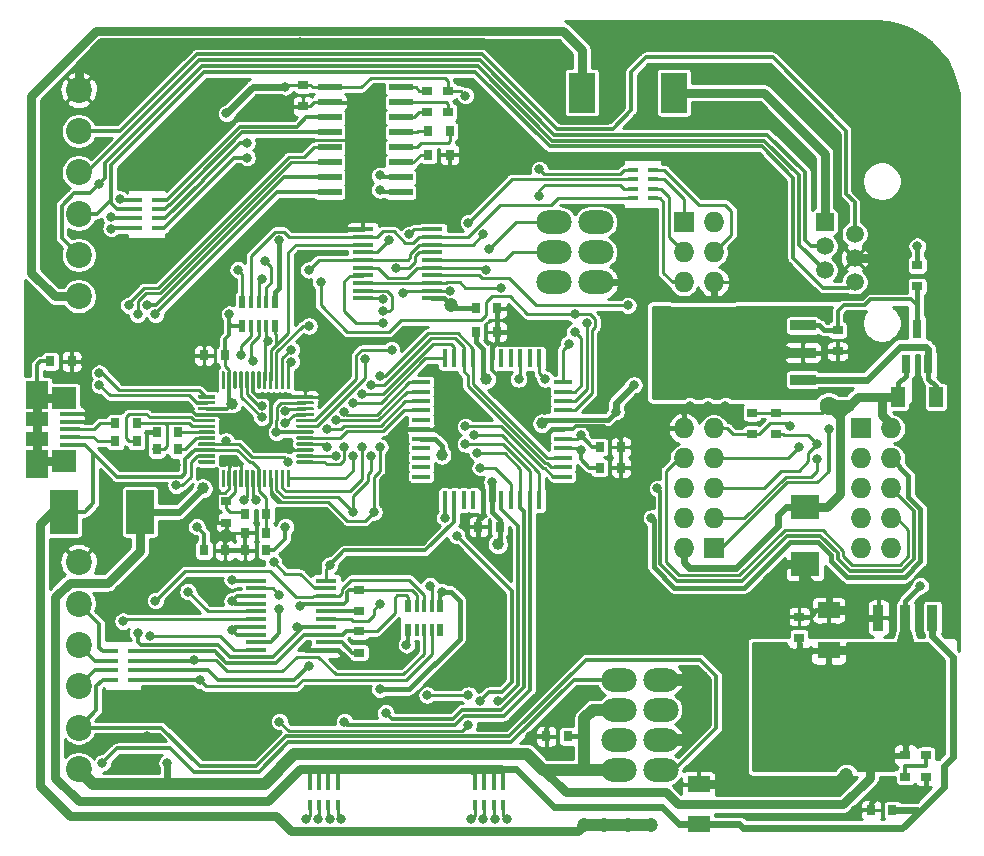
<source format=gbr>
%TF.GenerationSoftware,KiCad,Pcbnew,5.1.8-4.fc33*%
%TF.CreationDate,2020-12-20T16:44:50+03:00*%
%TF.ProjectId,2232,32323332-2e6b-4696-9361-645f70636258,rev?*%
%TF.SameCoordinates,Original*%
%TF.FileFunction,Copper,L2,Bot*%
%TF.FilePolarity,Positive*%
%FSLAX46Y46*%
G04 Gerber Fmt 4.6, Leading zero omitted, Abs format (unit mm)*
G04 Created by KiCad (PCBNEW 5.1.8-4.fc33) date 2020-12-20 16:44:50*
%MOMM*%
%LPD*%
G01*
G04 APERTURE LIST*
%TA.AperFunction,SMDPad,CuDef*%
%ADD10R,0.900000X0.800000*%
%TD*%
%TA.AperFunction,ComponentPad*%
%ADD11R,1.727200X1.727200*%
%TD*%
%TA.AperFunction,ComponentPad*%
%ADD12O,1.727200X1.727200*%
%TD*%
%TA.AperFunction,SMDPad,CuDef*%
%ADD13R,2.400000X2.000000*%
%TD*%
%TA.AperFunction,SMDPad,CuDef*%
%ADD14R,1.200000X1.700000*%
%TD*%
%TA.AperFunction,SMDPad,CuDef*%
%ADD15C,0.100000*%
%TD*%
%TA.AperFunction,SMDPad,CuDef*%
%ADD16R,2.200000X0.900000*%
%TD*%
%TA.AperFunction,SMDPad,CuDef*%
%ADD17R,2.400000X3.500000*%
%TD*%
%TA.AperFunction,SMDPad,CuDef*%
%ADD18R,0.800000X1.600000*%
%TD*%
%TA.AperFunction,SMDPad,CuDef*%
%ADD19R,1.800000X0.450000*%
%TD*%
%TA.AperFunction,SMDPad,CuDef*%
%ADD20R,0.800000X0.900000*%
%TD*%
%TA.AperFunction,ComponentPad*%
%ADD21C,1.600000*%
%TD*%
%TA.AperFunction,SMDPad,CuDef*%
%ADD22O,3.000000X2.000000*%
%TD*%
%TA.AperFunction,SMDPad,CuDef*%
%ADD23R,0.400000X1.500000*%
%TD*%
%TA.AperFunction,SMDPad,CuDef*%
%ADD24R,1.500000X0.400000*%
%TD*%
%TA.AperFunction,SMDPad,CuDef*%
%ADD25R,2.000000X0.600000*%
%TD*%
%TA.AperFunction,SMDPad,CuDef*%
%ADD26R,0.900000X2.200000*%
%TD*%
%TA.AperFunction,SMDPad,CuDef*%
%ADD27R,3.500000X2.400000*%
%TD*%
%TA.AperFunction,SMDPad,CuDef*%
%ADD28R,0.900000X0.440000*%
%TD*%
%TA.AperFunction,SMDPad,CuDef*%
%ADD29R,0.600000X1.000000*%
%TD*%
%TA.AperFunction,SMDPad,CuDef*%
%ADD30R,0.400000X1.000000*%
%TD*%
%TA.AperFunction,SMDPad,CuDef*%
%ADD31R,0.440000X0.900000*%
%TD*%
%TA.AperFunction,SMDPad,CuDef*%
%ADD32R,2.350000X3.700000*%
%TD*%
%TA.AperFunction,ComponentPad*%
%ADD33C,2.200000*%
%TD*%
%TA.AperFunction,ComponentPad*%
%ADD34C,1.500000*%
%TD*%
%TA.AperFunction,ComponentPad*%
%ADD35R,1.500000X1.500000*%
%TD*%
%TA.AperFunction,SMDPad,CuDef*%
%ADD36R,2.100000X1.870000*%
%TD*%
%TA.AperFunction,SMDPad,CuDef*%
%ADD37R,1.680000X0.450000*%
%TD*%
%TA.AperFunction,SMDPad,CuDef*%
%ADD38R,1.900000X1.170000*%
%TD*%
%TA.AperFunction,SMDPad,CuDef*%
%ADD39R,1.900000X2.375000*%
%TD*%
%TA.AperFunction,ComponentPad*%
%ADD40O,3.000000X2.000000*%
%TD*%
%TA.AperFunction,SMDPad,CuDef*%
%ADD41R,2.200000X3.400000*%
%TD*%
%TA.AperFunction,SMDPad,CuDef*%
%ADD42R,1.900000X1.400000*%
%TD*%
%TA.AperFunction,ViaPad*%
%ADD43C,0.800000*%
%TD*%
%TA.AperFunction,ViaPad*%
%ADD44C,1.200000*%
%TD*%
%TA.AperFunction,ViaPad*%
%ADD45C,1.800000*%
%TD*%
%TA.AperFunction,ViaPad*%
%ADD46C,1.000000*%
%TD*%
%TA.AperFunction,ViaPad*%
%ADD47C,1.600000*%
%TD*%
%TA.AperFunction,Conductor*%
%ADD48C,0.300000*%
%TD*%
%TA.AperFunction,Conductor*%
%ADD49C,0.250000*%
%TD*%
%TA.AperFunction,Conductor*%
%ADD50C,0.400000*%
%TD*%
%TA.AperFunction,Conductor*%
%ADD51C,0.600000*%
%TD*%
%TA.AperFunction,Conductor*%
%ADD52C,1.000000*%
%TD*%
%TA.AperFunction,Conductor*%
%ADD53C,0.800000*%
%TD*%
%TA.AperFunction,Conductor*%
%ADD54C,0.100000*%
%TD*%
%TA.AperFunction,Conductor*%
%ADD55C,0.254000*%
%TD*%
G04 APERTURE END LIST*
D10*
%TO.P,R15,2*%
%TO.N,/IDC_MISO*%
X122000000Y-100400000D03*
%TO.P,R15,1*%
%TO.N,/IDC_VCC*%
X122000000Y-98600000D03*
%TD*%
%TO.P,R14,2*%
%TO.N,/IDC_RST*%
X124000000Y-100400000D03*
%TO.P,R14,1*%
%TO.N,/IDC_VCC*%
X124000000Y-98600000D03*
%TD*%
D11*
%TO.P,J5,1*%
%TO.N,/IDC_MOSI*%
X131230000Y-99920000D03*
D12*
%TO.P,J5,2*%
%TO.N,/IDC_VCC*%
X133770000Y-99920000D03*
%TO.P,J5,3*%
%TO.N,/IDC_R*%
X131230000Y-102460000D03*
%TO.P,J5,4*%
%TO.N,/IDC_5V*%
X133770000Y-102460000D03*
%TO.P,J5,5*%
%TO.N,/IDC_RST*%
X131230000Y-105000000D03*
%TO.P,J5,6*%
%TO.N,/IDC_CS*%
X133770000Y-105000000D03*
%TO.P,J5,7*%
%TO.N,/IDC_CLK*%
X131230000Y-107540000D03*
%TO.P,J5,8*%
%TO.N,/IDC_REL*%
X133770000Y-107540000D03*
%TO.P,J5,9*%
%TO.N,/IDC_MISO*%
X131230000Y-110080000D03*
%TO.P,J5,10*%
%TO.N,GNDD*%
X133770000Y-110080000D03*
%TD*%
D13*
%TO.P,D10,2*%
%TO.N,GNDD*%
X126500000Y-111400000D03*
%TO.P,D10,1*%
%TO.N,/IDC_VCC*%
X126500000Y-106600000D03*
%TD*%
D10*
%TO.P,R13,2*%
%TO.N,Net-(Q1-Pad3)*%
X129250000Y-91600000D03*
%TO.P,R13,1*%
%TO.N,VCC*%
X129250000Y-93400000D03*
%TD*%
%TO.P,R12,2*%
%TO.N,GNDD*%
X136750000Y-129400000D03*
%TO.P,R12,1*%
%TO.N,Net-(R11-Pad2)*%
X136750000Y-127600000D03*
%TD*%
%TO.P,R11,2*%
%TO.N,Net-(R11-Pad2)*%
X135000000Y-129400000D03*
%TO.P,R11,1*%
%TO.N,+3V3*%
X135000000Y-127600000D03*
%TD*%
D14*
%TO.P,R9,2*%
%TO.N,/IDC_VCC*%
X134400000Y-97250000D03*
%TO.P,R9,1*%
%TO.N,Net-(Q1-Pad1)*%
X137600000Y-97250000D03*
%TD*%
D10*
%TO.P,R8,2*%
%TO.N,+3V3*%
X136000000Y-86100000D03*
%TO.P,R8,1*%
%TO.N,Net-(Q1-Pad3)*%
X136000000Y-87900000D03*
%TD*%
%TA.AperFunction,SMDPad,CuDef*%
D15*
%TO.P,Q2,2*%
%TO.N,VCC*%
G36*
X120750000Y-91750000D02*
G01*
X125250000Y-93050000D01*
X125250000Y-93950000D01*
X120750000Y-95250000D01*
X120750000Y-91750000D01*
G37*
%TD.AperFunction*%
D16*
%TO.P,Q2,3*%
%TO.N,Net-(Q1-Pad1)*%
X126300000Y-95790000D03*
%TO.P,Q2,2*%
%TO.N,VCC*%
X126300000Y-93500000D03*
D17*
X119700000Y-93500000D03*
D16*
%TO.P,Q2,1*%
%TO.N,Net-(Q1-Pad3)*%
X126300000Y-91210000D03*
%TD*%
D18*
%TO.P,Q1,3*%
%TO.N,Net-(Q1-Pad3)*%
X136000000Y-91500000D03*
%TO.P,Q1,2*%
%TO.N,/IDC_VCC*%
X135050000Y-94500000D03*
%TO.P,Q1,1*%
%TO.N,Net-(Q1-Pad1)*%
X136950000Y-94500000D03*
%TD*%
D19*
%TO.P,U5,11*%
%TO.N,/MCU_ROUT*%
X94950000Y-83075000D03*
%TO.P,U5,12*%
%TO.N,/ISP_RST*%
X94950000Y-83725000D03*
%TO.P,U5,13*%
%TO.N,/ISP_MISO*%
X94950000Y-84375000D03*
%TO.P,U5,14*%
%TO.N,/FDI*%
X94950000Y-85025000D03*
%TO.P,U5,15*%
%TO.N,/MCU_SCK*%
X94950000Y-85675000D03*
%TO.P,U5,16*%
%TO.N,/ISP_CLK*%
X94950000Y-86325000D03*
%TO.P,U5,17*%
%TO.N,/MCU_MOSI*%
X94950000Y-86975000D03*
%TO.P,U5,18*%
%TO.N,/ISP_MOSI*%
X94950000Y-87625000D03*
%TO.P,U5,19*%
%TO.N,/MCU_BUFF*%
X94950000Y-88275000D03*
%TO.P,U5,10*%
%TO.N,GNDD*%
X89050000Y-83075000D03*
%TO.P,U5,9*%
%TO.N,/ISP_RST*%
X89050000Y-83725000D03*
%TO.P,U5,8*%
%TO.N,/FCS*%
X89050000Y-84375000D03*
%TO.P,U5,7*%
%TO.N,/MCU_MISO*%
X89050000Y-85025000D03*
%TO.P,U5,6*%
%TO.N,/ISP_MISO*%
X89050000Y-85675000D03*
%TO.P,U5,5*%
%TO.N,/ISP_CLK*%
X89050000Y-86325000D03*
%TO.P,U5,4*%
%TO.N,/FSCK_T1*%
X89050000Y-86975000D03*
%TO.P,U5,3*%
%TO.N,/ISP_MOSI*%
X89050000Y-87625000D03*
%TO.P,U5,2*%
%TO.N,/FDO_R1*%
X89050000Y-88275000D03*
%TO.P,U5,20*%
%TO.N,+3V3*%
X94950000Y-88925000D03*
%TO.P,U5,1*%
%TO.N,/FBUFF*%
X89050000Y-88925000D03*
%TD*%
D20*
%TO.P,C21,2*%
%TO.N,GNDD*%
X100400000Y-89750000D03*
%TO.P,C21,1*%
%TO.N,+3V3*%
X98600000Y-89750000D03*
%TD*%
D21*
%TO.P,J2,6*%
%TO.N,GNDD*%
X108270000Y-87540000D03*
%TO.P,J2,5*%
%TO.N,/MCU_RST*%
X105730000Y-87540000D03*
%TO.P,J2,4*%
%TO.N,/MCU_MOSI*%
X108270000Y-85000000D03*
%TO.P,J2,3*%
%TO.N,/MCU_SCK*%
X105730000Y-85000000D03*
%TO.P,J2,2*%
%TO.N,+5V*%
X108270000Y-82460000D03*
%TO.P,J2,1*%
%TO.N,/MCU_MISO*%
X105730000Y-82460000D03*
D22*
%TO.P,J2,6*%
%TO.N,GNDD*%
X108770000Y-87540000D03*
%TO.P,J2,5*%
%TO.N,/MCU_RST*%
X105230000Y-87540000D03*
%TO.P,J2,4*%
%TO.N,/MCU_MOSI*%
X108770000Y-85000000D03*
%TO.P,J2,3*%
%TO.N,/MCU_SCK*%
X105230000Y-85000000D03*
%TO.P,J2,2*%
%TO.N,+5V*%
X108770000Y-82460000D03*
%TO.P,J2,1*%
%TO.N,/MCU_MISO*%
X105230000Y-82460000D03*
%TD*%
D23*
%TO.P,U3,44*%
%TO.N,/MCU_ROUT*%
X104000000Y-94000000D03*
%TO.P,U3,43*%
%TO.N,N/C*%
X103200000Y-94000000D03*
%TO.P,U3,42*%
%TO.N,/FBUFF*%
X102400000Y-94000000D03*
%TO.P,U3,41*%
%TO.N,N/C*%
X101600000Y-94000000D03*
%TO.P,U3,40*%
X100800000Y-94000000D03*
%TO.P,U3,39*%
%TO.N,GNDD*%
X100000000Y-94000000D03*
%TO.P,U3,38*%
%TO.N,+5V*%
X99200000Y-94000000D03*
%TO.P,U3,37*%
%TO.N,/PAR_0_T2*%
X98400000Y-94000000D03*
%TO.P,U3,36*%
%TO.N,/PAR_1_R2*%
X97600000Y-94000000D03*
%TO.P,U3,35*%
%TO.N,/PAR_2*%
X96800000Y-94000000D03*
%TO.P,U3,34*%
%TO.N,/PAR_3*%
X96000000Y-94000000D03*
D24*
%TO.P,U3,33*%
%TO.N,/PAR_4*%
X94000000Y-96000000D03*
%TO.P,U3,32*%
%TO.N,/PAR_5*%
X94000000Y-96800000D03*
%TO.P,U3,31*%
%TO.N,/PAR_6*%
X94000000Y-97600000D03*
%TO.P,U3,30*%
%TO.N,/PAR_7*%
X94000000Y-98400000D03*
%TO.P,U3,29*%
%TO.N,N/C*%
X94000000Y-99200000D03*
%TO.P,U3,28*%
%TO.N,GNDD*%
X94000000Y-100000000D03*
%TO.P,U3,27*%
%TO.N,+5V*%
X94000000Y-100800000D03*
%TO.P,U3,26*%
%TO.N,N/C*%
X94000000Y-101600000D03*
%TO.P,U3,25*%
X94000000Y-102400000D03*
%TO.P,U3,24*%
X94000000Y-103200000D03*
%TO.P,U3,23*%
X94000000Y-104000000D03*
D23*
%TO.P,U3,22*%
%TO.N,/MCU_BUFF*%
X96000000Y-106000000D03*
%TO.P,U3,21*%
%TO.N,/EN_UART*%
X96800000Y-106000000D03*
%TO.P,U3,20*%
%TO.N,N/C*%
X97600000Y-106000000D03*
%TO.P,U3,19*%
X98400000Y-106000000D03*
%TO.P,U3,18*%
%TO.N,GNDD*%
X99200000Y-106000000D03*
%TO.P,U3,17*%
%TO.N,+5V*%
X100000000Y-106000000D03*
%TO.P,U3,16*%
%TO.N,/MCU_LED*%
X100800000Y-106000000D03*
%TO.P,U3,15*%
%TO.N,/USB_reset*%
X101600000Y-106000000D03*
%TO.P,U3,14*%
%TO.N,/LED4_~WR*%
X102400000Y-106000000D03*
%TO.P,U3,13*%
%TO.N,/LED3_~RD*%
X103200000Y-106000000D03*
%TO.P,U3,12*%
%TO.N,/PAR_~TXE*%
X104000000Y-106000000D03*
D24*
%TO.P,U3,11*%
%TO.N,/PAR_~RXF*%
X106000000Y-104000000D03*
%TO.P,U3,10*%
%TO.N,/PAR_1_R2*%
X106000000Y-103200000D03*
%TO.P,U3,9*%
%TO.N,/PAR_0_T2*%
X106000000Y-102400000D03*
%TO.P,U3,8*%
%TO.N,Net-(C9-Pad1)*%
X106000000Y-101600000D03*
%TO.P,U3,7*%
%TO.N,Net-(C10-Pad1)*%
X106000000Y-100800000D03*
%TO.P,U3,6*%
%TO.N,GNDD*%
X106000000Y-100000000D03*
%TO.P,U3,5*%
%TO.N,+5V*%
X106000000Y-99200000D03*
%TO.P,U3,4*%
%TO.N,/MCU_RST*%
X106000000Y-98400000D03*
%TO.P,U3,3*%
%TO.N,/MCU_SCK*%
X106000000Y-97600000D03*
%TO.P,U3,2*%
%TO.N,/MCU_MISO*%
X106000000Y-96800000D03*
%TO.P,U3,1*%
%TO.N,/MCU_MOSI*%
X106000000Y-96000000D03*
%TD*%
D20*
%TO.P,C20,2*%
%TO.N,GNDD*%
X98850000Y-108250000D03*
%TO.P,C20,1*%
%TO.N,+5V*%
X100650000Y-108250000D03*
%TD*%
%TO.P,R10,2*%
%TO.N,GNDD*%
X64400000Y-94250000D03*
%TO.P,R10,1*%
%TO.N,Net-(J1-Pad5)*%
X62600000Y-94250000D03*
%TD*%
D10*
%TO.P,R7,2*%
%TO.N,Net-(R7-Pad2)*%
X88750000Y-118900000D03*
%TO.P,R7,1*%
%TO.N,/RX2_3V*%
X88750000Y-117100000D03*
%TD*%
%TO.P,R6,2*%
%TO.N,Net-(R6-Pad2)*%
X88750000Y-115400000D03*
%TO.P,R6,1*%
%TO.N,/RX1_3V*%
X88750000Y-113600000D03*
%TD*%
D25*
%TO.P,U6,8*%
%TO.N,/RX2_RS*%
X92250000Y-79945000D03*
%TO.P,U6,7*%
%TO.N,/TX2_RS*%
X92250000Y-78675000D03*
%TO.P,U6,6*%
%TO.N,Net-(C18-Pad2)*%
X92250000Y-77405000D03*
%TO.P,U6,5*%
%TO.N,Net-(C16-Pad2)*%
X92250000Y-76135000D03*
%TO.P,U6,4*%
%TO.N,Net-(C16-Pad1)*%
X92250000Y-74865000D03*
%TO.P,U6,3*%
%TO.N,Net-(C14-Pad2)*%
X92250000Y-73595000D03*
%TO.P,U6,2*%
%TO.N,Net-(C17-Pad2)*%
X92250000Y-72325000D03*
%TO.P,U6,1*%
%TO.N,Net-(C14-Pad1)*%
X92250000Y-71055000D03*
%TO.P,U6,9*%
%TO.N,/RX2_RS_3*%
X86250000Y-79945000D03*
%TO.P,U6,10*%
%TO.N,/TX2_RS_3*%
X86250000Y-78675000D03*
%TO.P,U6,11*%
%TO.N,/TX1_RS_3*%
X86250000Y-77405000D03*
%TO.P,U6,12*%
%TO.N,/RX1_RS_3*%
X86250000Y-76135000D03*
%TO.P,U6,13*%
%TO.N,/RX1_RS*%
X86250000Y-74865000D03*
%TO.P,U6,14*%
%TO.N,/TX1_RS*%
X86250000Y-73595000D03*
%TO.P,U6,15*%
%TO.N,GNDD*%
X86250000Y-72325000D03*
%TO.P,U6,16*%
%TO.N,+5V*%
X86250000Y-71055000D03*
%TD*%
D19*
%TO.P,U4,11*%
%TO.N,/RX2_RS_3*%
X80050000Y-118675000D03*
%TO.P,U4,12*%
%TO.N,/PAR_1_R2*%
X80050000Y-118025000D03*
%TO.P,U4,13*%
%TO.N,/TX2_3V*%
X80050000Y-117375000D03*
%TO.P,U4,14*%
X80050000Y-116725000D03*
%TO.P,U4,15*%
%TO.N,/RX1_RS_3*%
X80050000Y-116075000D03*
%TO.P,U4,16*%
%TO.N,/FDO_R1*%
X80050000Y-115425000D03*
%TO.P,U4,17*%
%TO.N,/TX1_3V*%
X80050000Y-114775000D03*
%TO.P,U4,18*%
X80050000Y-114125000D03*
%TO.P,U4,19*%
%TO.N,/EN_UART*%
X80050000Y-113475000D03*
%TO.P,U4,10*%
%TO.N,GNDD*%
X85950000Y-118675000D03*
%TO.P,U4,9*%
%TO.N,Net-(R7-Pad2)*%
X85950000Y-118025000D03*
%TO.P,U4,8*%
%TO.N,/RX2_3V*%
X85950000Y-117375000D03*
%TO.P,U4,7*%
%TO.N,/TX2_RS_3*%
X85950000Y-116725000D03*
%TO.P,U4,6*%
%TO.N,/PAR_0_T2*%
X85950000Y-116075000D03*
%TO.P,U4,5*%
%TO.N,Net-(R6-Pad2)*%
X85950000Y-115425000D03*
%TO.P,U4,4*%
%TO.N,/RX1_3V*%
X85950000Y-114775000D03*
%TO.P,U4,3*%
%TO.N,/TX1_RS_3*%
X85950000Y-114125000D03*
%TO.P,U4,2*%
%TO.N,/FSCK_T1*%
X85950000Y-113475000D03*
%TO.P,U4,20*%
%TO.N,+3V3*%
X80050000Y-112825000D03*
%TO.P,U4,1*%
%TO.N,/EN_UART*%
X85950000Y-112825000D03*
%TD*%
%TA.AperFunction,SMDPad,CuDef*%
D15*
%TO.P,U2,2*%
%TO.N,+3V3*%
G36*
X133250000Y-121500000D02*
G01*
X134550000Y-117000000D01*
X135450000Y-117000000D01*
X136750000Y-121500000D01*
X133250000Y-121500000D01*
G37*
%TD.AperFunction*%
D26*
%TO.P,U2,3*%
%TO.N,+5V*%
X137290000Y-115950000D03*
%TO.P,U2,2*%
%TO.N,+3V3*%
X135000000Y-115950000D03*
D27*
X135000000Y-122550000D03*
D26*
%TO.P,U2,1*%
%TO.N,GNDD*%
X132710000Y-115950000D03*
%TD*%
%TO.P,U1,48*%
%TO.N,N/C*%
%TA.AperFunction,SMDPad,CuDef*%
G36*
G01*
X77100000Y-104825000D02*
X77100000Y-103500000D01*
G75*
G02*
X77175000Y-103425000I75000J0D01*
G01*
X77325000Y-103425000D01*
G75*
G02*
X77400000Y-103500000I0J-75000D01*
G01*
X77400000Y-104825000D01*
G75*
G02*
X77325000Y-104900000I-75000J0D01*
G01*
X77175000Y-104900000D01*
G75*
G02*
X77100000Y-104825000I0J75000D01*
G01*
G37*
%TD.AperFunction*%
%TO.P,U1,47*%
%TO.N,GNDD*%
%TA.AperFunction,SMDPad,CuDef*%
G36*
G01*
X77600000Y-104825000D02*
X77600000Y-103500000D01*
G75*
G02*
X77675000Y-103425000I75000J0D01*
G01*
X77825000Y-103425000D01*
G75*
G02*
X77900000Y-103500000I0J-75000D01*
G01*
X77900000Y-104825000D01*
G75*
G02*
X77825000Y-104900000I-75000J0D01*
G01*
X77675000Y-104900000D01*
G75*
G02*
X77600000Y-104825000I0J75000D01*
G01*
G37*
%TD.AperFunction*%
%TO.P,U1,46*%
%TO.N,Net-(C4-Pad1)*%
%TA.AperFunction,SMDPad,CuDef*%
G36*
G01*
X78100000Y-104825000D02*
X78100000Y-103500000D01*
G75*
G02*
X78175000Y-103425000I75000J0D01*
G01*
X78325000Y-103425000D01*
G75*
G02*
X78400000Y-103500000I0J-75000D01*
G01*
X78400000Y-104825000D01*
G75*
G02*
X78325000Y-104900000I-75000J0D01*
G01*
X78175000Y-104900000D01*
G75*
G02*
X78100000Y-104825000I0J75000D01*
G01*
G37*
%TD.AperFunction*%
%TO.P,U1,45*%
%TO.N,GNDD*%
%TA.AperFunction,SMDPad,CuDef*%
G36*
G01*
X78600000Y-104825000D02*
X78600000Y-103500000D01*
G75*
G02*
X78675000Y-103425000I75000J0D01*
G01*
X78825000Y-103425000D01*
G75*
G02*
X78900000Y-103500000I0J-75000D01*
G01*
X78900000Y-104825000D01*
G75*
G02*
X78825000Y-104900000I-75000J0D01*
G01*
X78675000Y-104900000D01*
G75*
G02*
X78600000Y-104825000I0J75000D01*
G01*
G37*
%TD.AperFunction*%
%TO.P,U1,44*%
%TO.N,Net-(C2-Pad1)*%
%TA.AperFunction,SMDPad,CuDef*%
G36*
G01*
X79100000Y-104825000D02*
X79100000Y-103500000D01*
G75*
G02*
X79175000Y-103425000I75000J0D01*
G01*
X79325000Y-103425000D01*
G75*
G02*
X79400000Y-103500000I0J-75000D01*
G01*
X79400000Y-104825000D01*
G75*
G02*
X79325000Y-104900000I-75000J0D01*
G01*
X79175000Y-104900000D01*
G75*
G02*
X79100000Y-104825000I0J75000D01*
G01*
G37*
%TD.AperFunction*%
%TO.P,U1,43*%
%TO.N,Net-(C1-Pad1)*%
%TA.AperFunction,SMDPad,CuDef*%
G36*
G01*
X79600000Y-104825000D02*
X79600000Y-103500000D01*
G75*
G02*
X79675000Y-103425000I75000J0D01*
G01*
X79825000Y-103425000D01*
G75*
G02*
X79900000Y-103500000I0J-75000D01*
G01*
X79900000Y-104825000D01*
G75*
G02*
X79825000Y-104900000I-75000J0D01*
G01*
X79675000Y-104900000D01*
G75*
G02*
X79600000Y-104825000I0J75000D01*
G01*
G37*
%TD.AperFunction*%
%TO.P,U1,42*%
%TO.N,VCC*%
%TA.AperFunction,SMDPad,CuDef*%
G36*
G01*
X80100000Y-104825000D02*
X80100000Y-103500000D01*
G75*
G02*
X80175000Y-103425000I75000J0D01*
G01*
X80325000Y-103425000D01*
G75*
G02*
X80400000Y-103500000I0J-75000D01*
G01*
X80400000Y-104825000D01*
G75*
G02*
X80325000Y-104900000I-75000J0D01*
G01*
X80175000Y-104900000D01*
G75*
G02*
X80100000Y-104825000I0J75000D01*
G01*
G37*
%TD.AperFunction*%
%TO.P,U1,41*%
%TO.N,N/C*%
%TA.AperFunction,SMDPad,CuDef*%
G36*
G01*
X80600000Y-104825000D02*
X80600000Y-103500000D01*
G75*
G02*
X80675000Y-103425000I75000J0D01*
G01*
X80825000Y-103425000D01*
G75*
G02*
X80900000Y-103500000I0J-75000D01*
G01*
X80900000Y-104825000D01*
G75*
G02*
X80825000Y-104900000I-75000J0D01*
G01*
X80675000Y-104900000D01*
G75*
G02*
X80600000Y-104825000I0J75000D01*
G01*
G37*
%TD.AperFunction*%
%TO.P,U1,40*%
%TO.N,/PAR_0_T2*%
%TA.AperFunction,SMDPad,CuDef*%
G36*
G01*
X81100000Y-104825000D02*
X81100000Y-103500000D01*
G75*
G02*
X81175000Y-103425000I75000J0D01*
G01*
X81325000Y-103425000D01*
G75*
G02*
X81400000Y-103500000I0J-75000D01*
G01*
X81400000Y-104825000D01*
G75*
G02*
X81325000Y-104900000I-75000J0D01*
G01*
X81175000Y-104900000D01*
G75*
G02*
X81100000Y-104825000I0J75000D01*
G01*
G37*
%TD.AperFunction*%
%TO.P,U1,39*%
%TO.N,/PAR_1_R2*%
%TA.AperFunction,SMDPad,CuDef*%
G36*
G01*
X81600000Y-104825000D02*
X81600000Y-103500000D01*
G75*
G02*
X81675000Y-103425000I75000J0D01*
G01*
X81825000Y-103425000D01*
G75*
G02*
X81900000Y-103500000I0J-75000D01*
G01*
X81900000Y-104825000D01*
G75*
G02*
X81825000Y-104900000I-75000J0D01*
G01*
X81675000Y-104900000D01*
G75*
G02*
X81600000Y-104825000I0J75000D01*
G01*
G37*
%TD.AperFunction*%
%TO.P,U1,38*%
%TO.N,/PAR_2*%
%TA.AperFunction,SMDPad,CuDef*%
G36*
G01*
X82100000Y-104825000D02*
X82100000Y-103500000D01*
G75*
G02*
X82175000Y-103425000I75000J0D01*
G01*
X82325000Y-103425000D01*
G75*
G02*
X82400000Y-103500000I0J-75000D01*
G01*
X82400000Y-104825000D01*
G75*
G02*
X82325000Y-104900000I-75000J0D01*
G01*
X82175000Y-104900000D01*
G75*
G02*
X82100000Y-104825000I0J75000D01*
G01*
G37*
%TD.AperFunction*%
%TO.P,U1,37*%
%TO.N,/PAR_3*%
%TA.AperFunction,SMDPad,CuDef*%
G36*
G01*
X82600000Y-104825000D02*
X82600000Y-103500000D01*
G75*
G02*
X82675000Y-103425000I75000J0D01*
G01*
X82825000Y-103425000D01*
G75*
G02*
X82900000Y-103500000I0J-75000D01*
G01*
X82900000Y-104825000D01*
G75*
G02*
X82825000Y-104900000I-75000J0D01*
G01*
X82675000Y-104900000D01*
G75*
G02*
X82600000Y-104825000I0J75000D01*
G01*
G37*
%TD.AperFunction*%
%TO.P,U1,36*%
%TO.N,/PAR_4*%
%TA.AperFunction,SMDPad,CuDef*%
G36*
G01*
X83425000Y-102825000D02*
X83425000Y-102675000D01*
G75*
G02*
X83500000Y-102600000I75000J0D01*
G01*
X84825000Y-102600000D01*
G75*
G02*
X84900000Y-102675000I0J-75000D01*
G01*
X84900000Y-102825000D01*
G75*
G02*
X84825000Y-102900000I-75000J0D01*
G01*
X83500000Y-102900000D01*
G75*
G02*
X83425000Y-102825000I0J75000D01*
G01*
G37*
%TD.AperFunction*%
%TO.P,U1,35*%
%TO.N,/PAR_5*%
%TA.AperFunction,SMDPad,CuDef*%
G36*
G01*
X83425000Y-102325000D02*
X83425000Y-102175000D01*
G75*
G02*
X83500000Y-102100000I75000J0D01*
G01*
X84825000Y-102100000D01*
G75*
G02*
X84900000Y-102175000I0J-75000D01*
G01*
X84900000Y-102325000D01*
G75*
G02*
X84825000Y-102400000I-75000J0D01*
G01*
X83500000Y-102400000D01*
G75*
G02*
X83425000Y-102325000I0J75000D01*
G01*
G37*
%TD.AperFunction*%
%TO.P,U1,34*%
%TO.N,GNDD*%
%TA.AperFunction,SMDPad,CuDef*%
G36*
G01*
X83425000Y-101825000D02*
X83425000Y-101675000D01*
G75*
G02*
X83500000Y-101600000I75000J0D01*
G01*
X84825000Y-101600000D01*
G75*
G02*
X84900000Y-101675000I0J-75000D01*
G01*
X84900000Y-101825000D01*
G75*
G02*
X84825000Y-101900000I-75000J0D01*
G01*
X83500000Y-101900000D01*
G75*
G02*
X83425000Y-101825000I0J75000D01*
G01*
G37*
%TD.AperFunction*%
%TO.P,U1,33*%
%TO.N,/PAR_6*%
%TA.AperFunction,SMDPad,CuDef*%
G36*
G01*
X83425000Y-101325000D02*
X83425000Y-101175000D01*
G75*
G02*
X83500000Y-101100000I75000J0D01*
G01*
X84825000Y-101100000D01*
G75*
G02*
X84900000Y-101175000I0J-75000D01*
G01*
X84900000Y-101325000D01*
G75*
G02*
X84825000Y-101400000I-75000J0D01*
G01*
X83500000Y-101400000D01*
G75*
G02*
X83425000Y-101325000I0J75000D01*
G01*
G37*
%TD.AperFunction*%
%TO.P,U1,32*%
%TO.N,/PAR_7*%
%TA.AperFunction,SMDPad,CuDef*%
G36*
G01*
X83425000Y-100825000D02*
X83425000Y-100675000D01*
G75*
G02*
X83500000Y-100600000I75000J0D01*
G01*
X84825000Y-100600000D01*
G75*
G02*
X84900000Y-100675000I0J-75000D01*
G01*
X84900000Y-100825000D01*
G75*
G02*
X84825000Y-100900000I-75000J0D01*
G01*
X83500000Y-100900000D01*
G75*
G02*
X83425000Y-100825000I0J75000D01*
G01*
G37*
%TD.AperFunction*%
%TO.P,U1,31*%
%TO.N,+5V*%
%TA.AperFunction,SMDPad,CuDef*%
G36*
G01*
X83425000Y-100325000D02*
X83425000Y-100175000D01*
G75*
G02*
X83500000Y-100100000I75000J0D01*
G01*
X84825000Y-100100000D01*
G75*
G02*
X84900000Y-100175000I0J-75000D01*
G01*
X84900000Y-100325000D01*
G75*
G02*
X84825000Y-100400000I-75000J0D01*
G01*
X83500000Y-100400000D01*
G75*
G02*
X83425000Y-100325000I0J75000D01*
G01*
G37*
%TD.AperFunction*%
%TO.P,U1,30*%
%TO.N,/PAR_~RXF*%
%TA.AperFunction,SMDPad,CuDef*%
G36*
G01*
X83425000Y-99825000D02*
X83425000Y-99675000D01*
G75*
G02*
X83500000Y-99600000I75000J0D01*
G01*
X84825000Y-99600000D01*
G75*
G02*
X84900000Y-99675000I0J-75000D01*
G01*
X84900000Y-99825000D01*
G75*
G02*
X84825000Y-99900000I-75000J0D01*
G01*
X83500000Y-99900000D01*
G75*
G02*
X83425000Y-99825000I0J75000D01*
G01*
G37*
%TD.AperFunction*%
%TO.P,U1,29*%
%TO.N,/PAR_~TXE*%
%TA.AperFunction,SMDPad,CuDef*%
G36*
G01*
X83425000Y-99325000D02*
X83425000Y-99175000D01*
G75*
G02*
X83500000Y-99100000I75000J0D01*
G01*
X84825000Y-99100000D01*
G75*
G02*
X84900000Y-99175000I0J-75000D01*
G01*
X84900000Y-99325000D01*
G75*
G02*
X84825000Y-99400000I-75000J0D01*
G01*
X83500000Y-99400000D01*
G75*
G02*
X83425000Y-99325000I0J75000D01*
G01*
G37*
%TD.AperFunction*%
%TO.P,U1,28*%
%TO.N,/LED3_~RD*%
%TA.AperFunction,SMDPad,CuDef*%
G36*
G01*
X83425000Y-98825000D02*
X83425000Y-98675000D01*
G75*
G02*
X83500000Y-98600000I75000J0D01*
G01*
X84825000Y-98600000D01*
G75*
G02*
X84900000Y-98675000I0J-75000D01*
G01*
X84900000Y-98825000D01*
G75*
G02*
X84825000Y-98900000I-75000J0D01*
G01*
X83500000Y-98900000D01*
G75*
G02*
X83425000Y-98825000I0J75000D01*
G01*
G37*
%TD.AperFunction*%
%TO.P,U1,27*%
%TO.N,/LED4_~WR*%
%TA.AperFunction,SMDPad,CuDef*%
G36*
G01*
X83425000Y-98325000D02*
X83425000Y-98175000D01*
G75*
G02*
X83500000Y-98100000I75000J0D01*
G01*
X84825000Y-98100000D01*
G75*
G02*
X84900000Y-98175000I0J-75000D01*
G01*
X84900000Y-98325000D01*
G75*
G02*
X84825000Y-98400000I-75000J0D01*
G01*
X83500000Y-98400000D01*
G75*
G02*
X83425000Y-98325000I0J75000D01*
G01*
G37*
%TD.AperFunction*%
%TO.P,U1,26*%
%TO.N,+5V*%
%TA.AperFunction,SMDPad,CuDef*%
G36*
G01*
X83425000Y-97825000D02*
X83425000Y-97675000D01*
G75*
G02*
X83500000Y-97600000I75000J0D01*
G01*
X84825000Y-97600000D01*
G75*
G02*
X84900000Y-97675000I0J-75000D01*
G01*
X84900000Y-97825000D01*
G75*
G02*
X84825000Y-97900000I-75000J0D01*
G01*
X83500000Y-97900000D01*
G75*
G02*
X83425000Y-97825000I0J75000D01*
G01*
G37*
%TD.AperFunction*%
%TO.P,U1,25*%
%TO.N,GNDD*%
%TA.AperFunction,SMDPad,CuDef*%
G36*
G01*
X83425000Y-97325000D02*
X83425000Y-97175000D01*
G75*
G02*
X83500000Y-97100000I75000J0D01*
G01*
X84825000Y-97100000D01*
G75*
G02*
X84900000Y-97175000I0J-75000D01*
G01*
X84900000Y-97325000D01*
G75*
G02*
X84825000Y-97400000I-75000J0D01*
G01*
X83500000Y-97400000D01*
G75*
G02*
X83425000Y-97325000I0J75000D01*
G01*
G37*
%TD.AperFunction*%
%TO.P,U1,24*%
%TO.N,/FSCK_T1*%
%TA.AperFunction,SMDPad,CuDef*%
G36*
G01*
X82600000Y-96500000D02*
X82600000Y-95175000D01*
G75*
G02*
X82675000Y-95100000I75000J0D01*
G01*
X82825000Y-95100000D01*
G75*
G02*
X82900000Y-95175000I0J-75000D01*
G01*
X82900000Y-96500000D01*
G75*
G02*
X82825000Y-96575000I-75000J0D01*
G01*
X82675000Y-96575000D01*
G75*
G02*
X82600000Y-96500000I0J75000D01*
G01*
G37*
%TD.AperFunction*%
%TO.P,U1,23*%
%TO.N,/FDO_R1*%
%TA.AperFunction,SMDPad,CuDef*%
G36*
G01*
X82100000Y-96500000D02*
X82100000Y-95175000D01*
G75*
G02*
X82175000Y-95100000I75000J0D01*
G01*
X82325000Y-95100000D01*
G75*
G02*
X82400000Y-95175000I0J-75000D01*
G01*
X82400000Y-96500000D01*
G75*
G02*
X82325000Y-96575000I-75000J0D01*
G01*
X82175000Y-96575000D01*
G75*
G02*
X82100000Y-96500000I0J75000D01*
G01*
G37*
%TD.AperFunction*%
%TO.P,U1,22*%
%TO.N,/FDI*%
%TA.AperFunction,SMDPad,CuDef*%
G36*
G01*
X81600000Y-96500000D02*
X81600000Y-95175000D01*
G75*
G02*
X81675000Y-95100000I75000J0D01*
G01*
X81825000Y-95100000D01*
G75*
G02*
X81900000Y-95175000I0J-75000D01*
G01*
X81900000Y-96500000D01*
G75*
G02*
X81825000Y-96575000I-75000J0D01*
G01*
X81675000Y-96575000D01*
G75*
G02*
X81600000Y-96500000I0J75000D01*
G01*
G37*
%TD.AperFunction*%
%TO.P,U1,21*%
%TO.N,/FCS*%
%TA.AperFunction,SMDPad,CuDef*%
G36*
G01*
X81100000Y-96500000D02*
X81100000Y-95175000D01*
G75*
G02*
X81175000Y-95100000I75000J0D01*
G01*
X81325000Y-95100000D01*
G75*
G02*
X81400000Y-95175000I0J-75000D01*
G01*
X81400000Y-96500000D01*
G75*
G02*
X81325000Y-96575000I-75000J0D01*
G01*
X81175000Y-96575000D01*
G75*
G02*
X81100000Y-96500000I0J75000D01*
G01*
G37*
%TD.AperFunction*%
%TO.P,U1,20*%
%TO.N,/FBUFF*%
%TA.AperFunction,SMDPad,CuDef*%
G36*
G01*
X80600000Y-96500000D02*
X80600000Y-95175000D01*
G75*
G02*
X80675000Y-95100000I75000J0D01*
G01*
X80825000Y-95100000D01*
G75*
G02*
X80900000Y-95175000I0J-75000D01*
G01*
X80900000Y-96500000D01*
G75*
G02*
X80825000Y-96575000I-75000J0D01*
G01*
X80675000Y-96575000D01*
G75*
G02*
X80600000Y-96500000I0J75000D01*
G01*
G37*
%TD.AperFunction*%
%TO.P,U1,19*%
%TO.N,N/C*%
%TA.AperFunction,SMDPad,CuDef*%
G36*
G01*
X80100000Y-96500000D02*
X80100000Y-95175000D01*
G75*
G02*
X80175000Y-95100000I75000J0D01*
G01*
X80325000Y-95100000D01*
G75*
G02*
X80400000Y-95175000I0J-75000D01*
G01*
X80400000Y-96500000D01*
G75*
G02*
X80325000Y-96575000I-75000J0D01*
G01*
X80175000Y-96575000D01*
G75*
G02*
X80100000Y-96500000I0J75000D01*
G01*
G37*
%TD.AperFunction*%
%TO.P,U1,18*%
%TO.N,GNDD*%
%TA.AperFunction,SMDPad,CuDef*%
G36*
G01*
X79600000Y-96500000D02*
X79600000Y-95175000D01*
G75*
G02*
X79675000Y-95100000I75000J0D01*
G01*
X79825000Y-95100000D01*
G75*
G02*
X79900000Y-95175000I0J-75000D01*
G01*
X79900000Y-96500000D01*
G75*
G02*
X79825000Y-96575000I-75000J0D01*
G01*
X79675000Y-96575000D01*
G75*
G02*
X79600000Y-96500000I0J75000D01*
G01*
G37*
%TD.AperFunction*%
%TO.P,U1,17*%
%TO.N,/LED3_~RD*%
%TA.AperFunction,SMDPad,CuDef*%
G36*
G01*
X79100000Y-96500000D02*
X79100000Y-95175000D01*
G75*
G02*
X79175000Y-95100000I75000J0D01*
G01*
X79325000Y-95100000D01*
G75*
G02*
X79400000Y-95175000I0J-75000D01*
G01*
X79400000Y-96500000D01*
G75*
G02*
X79325000Y-96575000I-75000J0D01*
G01*
X79175000Y-96575000D01*
G75*
G02*
X79100000Y-96500000I0J75000D01*
G01*
G37*
%TD.AperFunction*%
%TO.P,U1,16*%
%TO.N,/LED4_~WR*%
%TA.AperFunction,SMDPad,CuDef*%
G36*
G01*
X78600000Y-96500000D02*
X78600000Y-95175000D01*
G75*
G02*
X78675000Y-95100000I75000J0D01*
G01*
X78825000Y-95100000D01*
G75*
G02*
X78900000Y-95175000I0J-75000D01*
G01*
X78900000Y-96500000D01*
G75*
G02*
X78825000Y-96575000I-75000J0D01*
G01*
X78675000Y-96575000D01*
G75*
G02*
X78600000Y-96500000I0J75000D01*
G01*
G37*
%TD.AperFunction*%
%TO.P,U1,15*%
%TO.N,N/C*%
%TA.AperFunction,SMDPad,CuDef*%
G36*
G01*
X78100000Y-96500000D02*
X78100000Y-95175000D01*
G75*
G02*
X78175000Y-95100000I75000J0D01*
G01*
X78325000Y-95100000D01*
G75*
G02*
X78400000Y-95175000I0J-75000D01*
G01*
X78400000Y-96500000D01*
G75*
G02*
X78325000Y-96575000I-75000J0D01*
G01*
X78175000Y-96575000D01*
G75*
G02*
X78100000Y-96500000I0J75000D01*
G01*
G37*
%TD.AperFunction*%
%TO.P,U1,14*%
%TO.N,+5V*%
%TA.AperFunction,SMDPad,CuDef*%
G36*
G01*
X77600000Y-96500000D02*
X77600000Y-95175000D01*
G75*
G02*
X77675000Y-95100000I75000J0D01*
G01*
X77825000Y-95100000D01*
G75*
G02*
X77900000Y-95175000I0J-75000D01*
G01*
X77900000Y-96500000D01*
G75*
G02*
X77825000Y-96575000I-75000J0D01*
G01*
X77675000Y-96575000D01*
G75*
G02*
X77600000Y-96500000I0J75000D01*
G01*
G37*
%TD.AperFunction*%
%TO.P,U1,13*%
%TO.N,N/C*%
%TA.AperFunction,SMDPad,CuDef*%
G36*
G01*
X77100000Y-96500000D02*
X77100000Y-95175000D01*
G75*
G02*
X77175000Y-95100000I75000J0D01*
G01*
X77325000Y-95100000D01*
G75*
G02*
X77400000Y-95175000I0J-75000D01*
G01*
X77400000Y-96500000D01*
G75*
G02*
X77325000Y-96575000I-75000J0D01*
G01*
X77175000Y-96575000D01*
G75*
G02*
X77100000Y-96500000I0J75000D01*
G01*
G37*
%TD.AperFunction*%
%TO.P,U1,12*%
%TO.N,/LED1*%
%TA.AperFunction,SMDPad,CuDef*%
G36*
G01*
X75100000Y-97325000D02*
X75100000Y-97175000D01*
G75*
G02*
X75175000Y-97100000I75000J0D01*
G01*
X76500000Y-97100000D01*
G75*
G02*
X76575000Y-97175000I0J-75000D01*
G01*
X76575000Y-97325000D01*
G75*
G02*
X76500000Y-97400000I-75000J0D01*
G01*
X75175000Y-97400000D01*
G75*
G02*
X75100000Y-97325000I0J75000D01*
G01*
G37*
%TD.AperFunction*%
%TO.P,U1,11*%
%TO.N,/LED2*%
%TA.AperFunction,SMDPad,CuDef*%
G36*
G01*
X75100000Y-97825000D02*
X75100000Y-97675000D01*
G75*
G02*
X75175000Y-97600000I75000J0D01*
G01*
X76500000Y-97600000D01*
G75*
G02*
X76575000Y-97675000I0J-75000D01*
G01*
X76575000Y-97825000D01*
G75*
G02*
X76500000Y-97900000I-75000J0D01*
G01*
X75175000Y-97900000D01*
G75*
G02*
X75100000Y-97825000I0J75000D01*
G01*
G37*
%TD.AperFunction*%
%TO.P,U1,10*%
%TO.N,+5V*%
%TA.AperFunction,SMDPad,CuDef*%
G36*
G01*
X75100000Y-98325000D02*
X75100000Y-98175000D01*
G75*
G02*
X75175000Y-98100000I75000J0D01*
G01*
X76500000Y-98100000D01*
G75*
G02*
X76575000Y-98175000I0J-75000D01*
G01*
X76575000Y-98325000D01*
G75*
G02*
X76500000Y-98400000I-75000J0D01*
G01*
X75175000Y-98400000D01*
G75*
G02*
X75100000Y-98325000I0J75000D01*
G01*
G37*
%TD.AperFunction*%
%TO.P,U1,9*%
%TO.N,GNDD*%
%TA.AperFunction,SMDPad,CuDef*%
G36*
G01*
X75100000Y-98825000D02*
X75100000Y-98675000D01*
G75*
G02*
X75175000Y-98600000I75000J0D01*
G01*
X76500000Y-98600000D01*
G75*
G02*
X76575000Y-98675000I0J-75000D01*
G01*
X76575000Y-98825000D01*
G75*
G02*
X76500000Y-98900000I-75000J0D01*
G01*
X75175000Y-98900000D01*
G75*
G02*
X75100000Y-98825000I0J75000D01*
G01*
G37*
%TD.AperFunction*%
%TO.P,U1,8*%
%TO.N,/USBf_D-*%
%TA.AperFunction,SMDPad,CuDef*%
G36*
G01*
X75100000Y-99325000D02*
X75100000Y-99175000D01*
G75*
G02*
X75175000Y-99100000I75000J0D01*
G01*
X76500000Y-99100000D01*
G75*
G02*
X76575000Y-99175000I0J-75000D01*
G01*
X76575000Y-99325000D01*
G75*
G02*
X76500000Y-99400000I-75000J0D01*
G01*
X75175000Y-99400000D01*
G75*
G02*
X75100000Y-99325000I0J75000D01*
G01*
G37*
%TD.AperFunction*%
%TO.P,U1,7*%
%TO.N,/USBf_D+*%
%TA.AperFunction,SMDPad,CuDef*%
G36*
G01*
X75100000Y-99825000D02*
X75100000Y-99675000D01*
G75*
G02*
X75175000Y-99600000I75000J0D01*
G01*
X76500000Y-99600000D01*
G75*
G02*
X76575000Y-99675000I0J-75000D01*
G01*
X76575000Y-99825000D01*
G75*
G02*
X76500000Y-99900000I-75000J0D01*
G01*
X75175000Y-99900000D01*
G75*
G02*
X75100000Y-99825000I0J75000D01*
G01*
G37*
%TD.AperFunction*%
%TO.P,U1,6*%
%TO.N,Net-(C3-Pad1)*%
%TA.AperFunction,SMDPad,CuDef*%
G36*
G01*
X75100000Y-100325000D02*
X75100000Y-100175000D01*
G75*
G02*
X75175000Y-100100000I75000J0D01*
G01*
X76500000Y-100100000D01*
G75*
G02*
X76575000Y-100175000I0J-75000D01*
G01*
X76575000Y-100325000D01*
G75*
G02*
X76500000Y-100400000I-75000J0D01*
G01*
X75175000Y-100400000D01*
G75*
G02*
X75100000Y-100325000I0J75000D01*
G01*
G37*
%TD.AperFunction*%
%TO.P,U1,5*%
%TO.N,Net-(R3-Pad1)*%
%TA.AperFunction,SMDPad,CuDef*%
G36*
G01*
X75100000Y-100825000D02*
X75100000Y-100675000D01*
G75*
G02*
X75175000Y-100600000I75000J0D01*
G01*
X76500000Y-100600000D01*
G75*
G02*
X76575000Y-100675000I0J-75000D01*
G01*
X76575000Y-100825000D01*
G75*
G02*
X76500000Y-100900000I-75000J0D01*
G01*
X75175000Y-100900000D01*
G75*
G02*
X75100000Y-100825000I0J75000D01*
G01*
G37*
%TD.AperFunction*%
%TO.P,U1,4*%
%TO.N,/USB_reset*%
%TA.AperFunction,SMDPad,CuDef*%
G36*
G01*
X75100000Y-101325000D02*
X75100000Y-101175000D01*
G75*
G02*
X75175000Y-101100000I75000J0D01*
G01*
X76500000Y-101100000D01*
G75*
G02*
X76575000Y-101175000I0J-75000D01*
G01*
X76575000Y-101325000D01*
G75*
G02*
X76500000Y-101400000I-75000J0D01*
G01*
X75175000Y-101400000D01*
G75*
G02*
X75100000Y-101325000I0J75000D01*
G01*
G37*
%TD.AperFunction*%
%TO.P,U1,3*%
%TO.N,VCC*%
%TA.AperFunction,SMDPad,CuDef*%
G36*
G01*
X75100000Y-101825000D02*
X75100000Y-101675000D01*
G75*
G02*
X75175000Y-101600000I75000J0D01*
G01*
X76500000Y-101600000D01*
G75*
G02*
X76575000Y-101675000I0J-75000D01*
G01*
X76575000Y-101825000D01*
G75*
G02*
X76500000Y-101900000I-75000J0D01*
G01*
X75175000Y-101900000D01*
G75*
G02*
X75100000Y-101825000I0J75000D01*
G01*
G37*
%TD.AperFunction*%
%TO.P,U1,2*%
%TO.N,/EEDATA*%
%TA.AperFunction,SMDPad,CuDef*%
G36*
G01*
X75100000Y-102325000D02*
X75100000Y-102175000D01*
G75*
G02*
X75175000Y-102100000I75000J0D01*
G01*
X76500000Y-102100000D01*
G75*
G02*
X76575000Y-102175000I0J-75000D01*
G01*
X76575000Y-102325000D01*
G75*
G02*
X76500000Y-102400000I-75000J0D01*
G01*
X75175000Y-102400000D01*
G75*
G02*
X75100000Y-102325000I0J75000D01*
G01*
G37*
%TD.AperFunction*%
%TO.P,U1,1*%
%TO.N,N/C*%
%TA.AperFunction,SMDPad,CuDef*%
G36*
G01*
X75100000Y-102825000D02*
X75100000Y-102675000D01*
G75*
G02*
X75175000Y-102600000I75000J0D01*
G01*
X76500000Y-102600000D01*
G75*
G02*
X76575000Y-102675000I0J-75000D01*
G01*
X76575000Y-102825000D01*
G75*
G02*
X76500000Y-102900000I-75000J0D01*
G01*
X75175000Y-102900000D01*
G75*
G02*
X75100000Y-102825000I0J75000D01*
G01*
G37*
%TD.AperFunction*%
%TD*%
D28*
%TO.P,RN7,4*%
%TO.N,/RX2_RS*%
X71600000Y-82950000D03*
%TO.P,RN7,3*%
%TO.N,/TX2_RS*%
X71600000Y-82150000D03*
%TO.P,RN7,2*%
%TO.N,/RX1_RS*%
X71600000Y-81350000D03*
%TO.P,RN7,1*%
%TO.N,/TX1_RS*%
X71600000Y-80550000D03*
%TO.P,RN7,5*%
%TO.N,/RX2_RSR*%
X69900000Y-82950000D03*
%TO.P,RN7,6*%
%TO.N,/TX2_RSR*%
X69900000Y-82150000D03*
%TO.P,RN7,7*%
%TO.N,/RX1_RSR*%
X69900000Y-81350000D03*
%TO.P,RN7,8*%
%TO.N,/TX1_RSR*%
X69900000Y-80550000D03*
%TD*%
%TO.P,RN6,4*%
%TO.N,/TX1_3V*%
X69600000Y-121200000D03*
%TO.P,RN6,3*%
%TO.N,/RX1_3V*%
X69600000Y-120400000D03*
%TO.P,RN6,2*%
%TO.N,/TX2_3V*%
X69600000Y-119600000D03*
%TO.P,RN6,1*%
%TO.N,/RX2_3V*%
X69600000Y-118800000D03*
%TO.P,RN6,5*%
%TO.N,/TX1_3VR*%
X67900000Y-121200000D03*
%TO.P,RN6,6*%
%TO.N,/RX1_3VR*%
X67900000Y-120400000D03*
%TO.P,RN6,7*%
%TO.N,/TX2_3VR*%
X67900000Y-119600000D03*
%TO.P,RN6,8*%
%TO.N,/RX2_3VR*%
X67900000Y-118800000D03*
%TD*%
%TO.P,RN5,4*%
%TO.N,/ISP_MOSI*%
X111900000Y-78050000D03*
%TO.P,RN5,3*%
%TO.N,/ISP_MISO*%
X111900000Y-78850000D03*
%TO.P,RN5,2*%
%TO.N,/ISP_CLK*%
X111900000Y-79650000D03*
%TO.P,RN5,1*%
%TO.N,/ISP_RST*%
X111900000Y-80450000D03*
%TO.P,RN5,5*%
%TO.N,/IDC_MOSI*%
X113600000Y-78050000D03*
%TO.P,RN5,6*%
%TO.N,/IDC_MISO*%
X113600000Y-78850000D03*
%TO.P,RN5,7*%
%TO.N,/IDC_CLK*%
X113600000Y-79650000D03*
%TO.P,RN5,8*%
%TO.N,/IDC_RST*%
X113600000Y-80450000D03*
%TD*%
D29*
%TO.P,RN4,1*%
%TO.N,/RX2_3V*%
X92870000Y-115000000D03*
D30*
%TO.P,RN4,4*%
%TO.N,/TX2_RS_3*%
X94890000Y-115000000D03*
%TO.P,RN4,3*%
%TO.N,/TX1_RS_3*%
X94250000Y-115000000D03*
D29*
%TO.P,RN4,5*%
%TO.N,+3V3*%
X95630000Y-115000000D03*
D30*
%TO.P,RN4,2*%
%TO.N,/RX1_3V*%
X93610000Y-115000000D03*
D29*
%TO.P,RN4,6*%
%TO.N,N/C*%
X95630000Y-117000000D03*
D30*
%TO.P,RN4,7*%
%TO.N,/TX1_3V*%
X94890000Y-117000000D03*
%TO.P,RN4,8*%
%TO.N,/TX2_3V*%
X94250000Y-117000000D03*
%TO.P,RN4,9*%
%TO.N,N/C*%
X93610000Y-117000000D03*
D29*
%TO.P,RN4,10*%
%TO.N,+3V3*%
X92870000Y-117000000D03*
%TD*%
%TO.P,RN3,1*%
%TO.N,/ISP_MISO*%
X78870000Y-89250000D03*
D30*
%TO.P,RN3,4*%
%TO.N,/MCU_RST*%
X80890000Y-89250000D03*
%TO.P,RN3,3*%
%TO.N,/MCU_BUFF*%
X80250000Y-89250000D03*
D29*
%TO.P,RN3,5*%
%TO.N,+5V*%
X81630000Y-89250000D03*
D30*
%TO.P,RN3,2*%
%TO.N,/ISP_RST*%
X79610000Y-89250000D03*
D29*
%TO.P,RN3,6*%
%TO.N,/FCS*%
X81630000Y-91250000D03*
D30*
%TO.P,RN3,7*%
%TO.N,/FBUFF*%
X80890000Y-91250000D03*
%TO.P,RN3,8*%
%TO.N,/USB_reset*%
X80250000Y-91250000D03*
%TO.P,RN3,9*%
%TO.N,/EEDATA*%
X79610000Y-91250000D03*
D29*
%TO.P,RN3,10*%
%TO.N,+5V*%
X78870000Y-91250000D03*
%TD*%
D31*
%TO.P,RN2,4*%
%TO.N,+5V*%
X100950000Y-130150000D03*
%TO.P,RN2,3*%
X100150000Y-130150000D03*
%TO.P,RN2,2*%
X99350000Y-130150000D03*
%TO.P,RN2,1*%
X98550000Y-130150000D03*
%TO.P,RN2,5*%
%TO.N,Net-(D8-Pad2)*%
X100950000Y-131850000D03*
%TO.P,RN2,6*%
%TO.N,Net-(D7-Pad2)*%
X100150000Y-131850000D03*
%TO.P,RN2,7*%
%TO.N,Net-(D6-Pad2)*%
X99350000Y-131850000D03*
%TO.P,RN2,8*%
%TO.N,Net-(D5-Pad2)*%
X98550000Y-131850000D03*
%TD*%
%TO.P,RN1,4*%
%TO.N,+5V*%
X86950000Y-130150000D03*
%TO.P,RN1,3*%
X86150000Y-130150000D03*
%TO.P,RN1,2*%
X85350000Y-130150000D03*
%TO.P,RN1,1*%
X84550000Y-130150000D03*
%TO.P,RN1,5*%
%TO.N,Net-(D4-Pad2)*%
X86950000Y-131850000D03*
%TO.P,RN1,6*%
%TO.N,Net-(D3-Pad2)*%
X86150000Y-131850000D03*
%TO.P,RN1,7*%
%TO.N,Net-(D2-Pad2)*%
X85350000Y-131850000D03*
%TO.P,RN1,8*%
%TO.N,Net-(D1-Pad2)*%
X84550000Y-131850000D03*
%TD*%
D32*
%TO.P,R5,2*%
%TO.N,VCC*%
X63800000Y-107000000D03*
%TO.P,R5,1*%
%TO.N,+5V*%
X70200000Y-107000000D03*
%TD*%
D20*
%TO.P,R4,2*%
%TO.N,Net-(C4-Pad1)*%
X79100000Y-107200000D03*
%TO.P,R4,1*%
%TO.N,VCC*%
X80900000Y-107200000D03*
%TD*%
%TO.P,R3,2*%
%TO.N,/USBf_D+*%
X71600000Y-101700000D03*
%TO.P,R3,1*%
%TO.N,Net-(R3-Pad1)*%
X73400000Y-101700000D03*
%TD*%
%TO.P,R2,2*%
%TO.N,/USB_D+*%
X68100000Y-99500000D03*
%TO.P,R2,1*%
%TO.N,/USBf_D+*%
X69900000Y-99500000D03*
%TD*%
%TO.P,R1,2*%
%TO.N,/USB_D-*%
X68100000Y-101000000D03*
%TO.P,R1,1*%
%TO.N,/USBf_D-*%
X69900000Y-101000000D03*
%TD*%
D33*
%TO.P,J8,5*%
%TO.N,/RX2_RSR*%
X65000000Y-74750000D03*
%TO.P,J8,6*%
%TO.N,GNDD*%
X65000000Y-71250000D03*
%TO.P,J8,3*%
%TO.N,/RX1_RSR*%
X65000000Y-81750000D03*
%TO.P,J8,4*%
%TO.N,/TX2_RSR*%
X65000000Y-78250000D03*
%TO.P,J8,2*%
%TO.N,/TX1_RSR*%
X65000000Y-85250000D03*
%TO.P,J8,1*%
%TO.N,Net-(D9-Pad2)*%
X65000000Y-88750000D03*
%TD*%
%TO.P,J7,5*%
%TO.N,/RX2_3VR*%
X65000000Y-114750000D03*
%TO.P,J7,6*%
%TO.N,GNDD*%
X65000000Y-111250000D03*
%TO.P,J7,3*%
%TO.N,/RX1_3VR*%
X65000000Y-121750000D03*
%TO.P,J7,4*%
%TO.N,/TX2_3VR*%
X65000000Y-118250000D03*
%TO.P,J7,2*%
%TO.N,/TX1_3VR*%
X65000000Y-125250000D03*
%TO.P,J7,1*%
%TO.N,+3V3*%
X65000000Y-128750000D03*
%TD*%
D34*
%TO.P,J6,2*%
%TO.N,/RX2_RSR*%
X130700000Y-83470000D03*
D35*
%TO.P,J6,1*%
%TO.N,+12V*%
X128160000Y-82450000D03*
D34*
%TO.P,J6,4*%
%TO.N,GNDD*%
X130700000Y-85510000D03*
%TO.P,J6,3*%
%TO.N,/TX2_RSR*%
X128160000Y-84490000D03*
%TO.P,J6,6*%
%TO.N,/RX1_RSR*%
X130700000Y-87550000D03*
%TO.P,J6,5*%
%TO.N,/TX1_RSR*%
X128160000Y-86530000D03*
%TD*%
D11*
%TO.P,J4,1*%
%TO.N,/IDC_MOSI*%
X118770000Y-110080000D03*
D12*
%TO.P,J4,2*%
%TO.N,/IDC_VCC*%
X116230000Y-110080000D03*
%TO.P,J4,3*%
%TO.N,/IDC_R*%
X118770000Y-107540000D03*
%TO.P,J4,4*%
%TO.N,/IDC_5V*%
X116230000Y-107540000D03*
%TO.P,J4,5*%
%TO.N,/IDC_RST*%
X118770000Y-105000000D03*
%TO.P,J4,6*%
%TO.N,/IDC_CS*%
X116230000Y-105000000D03*
%TO.P,J4,7*%
%TO.N,/IDC_CLK*%
X118770000Y-102460000D03*
%TO.P,J4,8*%
%TO.N,/IDC_REL*%
X116230000Y-102460000D03*
%TO.P,J4,9*%
%TO.N,/IDC_MISO*%
X118770000Y-99920000D03*
%TO.P,J4,10*%
%TO.N,GNDD*%
X116230000Y-99920000D03*
%TD*%
D11*
%TO.P,J3,1*%
%TO.N,/IDC_MISO*%
X116230000Y-82460000D03*
D12*
%TO.P,J3,2*%
%TO.N,/IDC_VCC*%
X118770000Y-82460000D03*
%TO.P,J3,3*%
%TO.N,/IDC_CLK*%
X116230000Y-85000000D03*
%TO.P,J3,4*%
%TO.N,/IDC_MOSI*%
X118770000Y-85000000D03*
%TO.P,J3,5*%
%TO.N,/IDC_RST*%
X116230000Y-87540000D03*
%TO.P,J3,6*%
%TO.N,GNDD*%
X118770000Y-87540000D03*
%TD*%
D36*
%TO.P,J1,5*%
%TO.N,Net-(J1-Pad5)*%
X63750000Y-97340000D03*
D37*
%TO.P,J1,1*%
%TO.N,VCC*%
X64260000Y-101300000D03*
%TO.P,J1,2*%
%TO.N,/USB_D-*%
X64260000Y-100650000D03*
%TO.P,J1,3*%
%TO.N,/USB_D+*%
X64260000Y-100000000D03*
%TO.P,J1,x*%
%TO.N,GNDD*%
X64260000Y-99350000D03*
D38*
%TO.P,J1,5*%
%TO.N,Net-(J1-Pad5)*%
X61450000Y-100840000D03*
D39*
X61450000Y-102910000D03*
D36*
X63750000Y-102660000D03*
D39*
X61450000Y-97090000D03*
D38*
X61450000Y-99160000D03*
D37*
%TO.P,J1,4*%
%TO.N,GNDD*%
X64260000Y-98700000D03*
%TD*%
D40*
%TO.P,E1,8*%
%TO.N,GNDD*%
X114270000Y-121190000D03*
%TO.P,E1,4*%
X114270000Y-126270000D03*
%TO.P,E1,2*%
%TO.N,/TX1_3VR*%
X114270000Y-128810000D03*
%TO.P,E1,6*%
%TO.N,N/C*%
X114270000Y-123730000D03*
%TO.P,E1,7*%
%TO.N,/RX1_3VR*%
X110730000Y-121190000D03*
%TO.P,E1,5*%
%TO.N,+3V3*%
X110730000Y-123730000D03*
%TO.P,E1,1*%
X110730000Y-128810000D03*
%TO.P,E1,3*%
%TO.N,N/C*%
X110730000Y-126270000D03*
%TD*%
D41*
%TO.P,D9,2*%
%TO.N,Net-(D9-Pad2)*%
X107600000Y-71500000D03*
%TO.P,D9,1*%
%TO.N,+12V*%
X115400000Y-71500000D03*
%TD*%
D20*
%TO.P,C19,2*%
%TO.N,GNDD*%
X104600000Y-126000000D03*
%TO.P,C19,1*%
%TO.N,+3V3*%
X106400000Y-126000000D03*
%TD*%
%TO.P,C18,2*%
%TO.N,Net-(C18-Pad2)*%
X94600000Y-76750000D03*
%TO.P,C18,1*%
%TO.N,GNDD*%
X96400000Y-76750000D03*
%TD*%
D10*
%TO.P,C17,2*%
%TO.N,Net-(C17-Pad2)*%
X96250000Y-73150000D03*
%TO.P,C17,1*%
%TO.N,+5V*%
X96250000Y-71350000D03*
%TD*%
D20*
%TO.P,C16,2*%
%TO.N,Net-(C16-Pad2)*%
X96400000Y-74750000D03*
%TO.P,C16,1*%
%TO.N,Net-(C16-Pad1)*%
X94600000Y-74750000D03*
%TD*%
D10*
%TO.P,C15,2*%
%TO.N,+5V*%
X84000000Y-70850000D03*
%TO.P,C15,1*%
%TO.N,GNDD*%
X84000000Y-72650000D03*
%TD*%
%TO.P,C14,2*%
%TO.N,Net-(C14-Pad2)*%
X94500000Y-73150000D03*
%TO.P,C14,1*%
%TO.N,Net-(C14-Pad1)*%
X94500000Y-71350000D03*
%TD*%
D20*
%TO.P,C13,2*%
%TO.N,GNDD*%
X100400000Y-91750000D03*
%TO.P,C13,1*%
%TO.N,+5V*%
X98600000Y-91750000D03*
%TD*%
D42*
%TO.P,C12,2*%
%TO.N,GNDD*%
X128500000Y-115300000D03*
%TO.P,C12,1*%
%TO.N,+3V3*%
X128500000Y-118700000D03*
%TD*%
D10*
%TO.P,C11,2*%
%TO.N,GNDD*%
X126000000Y-115850000D03*
%TO.P,C11,1*%
%TO.N,+3V3*%
X126000000Y-117650000D03*
%TD*%
D20*
%TO.P,C10,2*%
%TO.N,GNDD*%
X110900000Y-101500000D03*
%TO.P,C10,1*%
%TO.N,Net-(C10-Pad1)*%
X109100000Y-101500000D03*
%TD*%
%TO.P,C9,2*%
%TO.N,GNDD*%
X110900000Y-103250000D03*
%TO.P,C9,1*%
%TO.N,Net-(C9-Pad1)*%
X109100000Y-103250000D03*
%TD*%
D42*
%TO.P,C8,2*%
%TO.N,GNDD*%
X117500000Y-130050000D03*
%TO.P,C8,1*%
%TO.N,+5V*%
X117500000Y-133450000D03*
%TD*%
D20*
%TO.P,C7,2*%
%TO.N,GNDD*%
X132100000Y-132250000D03*
%TO.P,C7,1*%
%TO.N,+5V*%
X133900000Y-132250000D03*
%TD*%
%TO.P,C6,2*%
%TO.N,GNDD*%
X75600000Y-93750000D03*
%TO.P,C6,1*%
%TO.N,+5V*%
X77400000Y-93750000D03*
%TD*%
%TO.P,C5,2*%
%TO.N,GNDD*%
X79100000Y-108750000D03*
%TO.P,C5,1*%
%TO.N,VCC*%
X80900000Y-108750000D03*
%TD*%
D10*
%TO.P,C4,2*%
%TO.N,GNDD*%
X77500000Y-107900000D03*
%TO.P,C4,1*%
%TO.N,Net-(C4-Pad1)*%
X77500000Y-106100000D03*
%TD*%
D20*
%TO.P,C3,2*%
%TO.N,GNDD*%
X71600000Y-100250000D03*
%TO.P,C3,1*%
%TO.N,Net-(C3-Pad1)*%
X73400000Y-100250000D03*
%TD*%
%TO.P,C2,2*%
%TO.N,GNDD*%
X77400000Y-110250000D03*
%TO.P,C2,1*%
%TO.N,Net-(C2-Pad1)*%
X75600000Y-110250000D03*
%TD*%
%TO.P,C1,2*%
%TO.N,GNDD*%
X79100000Y-110250000D03*
%TO.P,C1,1*%
%TO.N,Net-(C1-Pad1)*%
X80900000Y-110250000D03*
%TD*%
D43*
%TO.N,GNDD*%
X66500000Y-98500000D03*
X78200000Y-102600000D03*
D44*
X77500000Y-109000000D03*
D43*
X77500000Y-99500000D03*
X95500000Y-99500000D03*
X110000000Y-100250000D03*
X104250000Y-100750000D03*
X84250000Y-96500000D03*
X98750000Y-109500000D03*
X96750000Y-104500000D03*
D44*
X92750000Y-105000000D03*
D45*
X117500000Y-121250000D03*
D43*
X100750000Y-95750000D03*
D44*
X120750000Y-87500000D03*
D43*
X80500000Y-101250000D03*
X82750000Y-101250000D03*
D44*
X131000000Y-115500000D03*
X120250000Y-129250000D03*
D43*
X87500000Y-95500000D03*
X88250000Y-72250000D03*
X82500000Y-72750000D03*
X83750000Y-67250000D03*
X97750000Y-76500000D03*
X130750000Y-132250000D03*
X103250000Y-126000000D03*
X107750000Y-122250000D03*
X76000000Y-95500000D03*
X73750000Y-98000000D03*
X87250000Y-82750000D03*
X110750000Y-72750000D03*
X112500000Y-86750000D03*
X102000000Y-91250000D03*
X84250000Y-118500000D03*
X90000000Y-119750000D03*
D44*
X127250000Y-113500000D03*
X125500000Y-113500000D03*
X123750000Y-113500000D03*
X130000000Y-129250000D03*
X117500000Y-118250000D03*
X120250000Y-121250000D03*
X120250000Y-123000000D03*
X120250000Y-124750000D03*
X115250000Y-118250000D03*
X109500000Y-109750000D03*
X107750000Y-109750000D03*
X104500000Y-109750000D03*
X104500000Y-107750000D03*
X104500000Y-111750000D03*
X107750000Y-111750000D03*
D43*
X116750000Y-98000000D03*
X118250000Y-98000000D03*
X119750000Y-98000000D03*
X114250000Y-100000000D03*
X73250000Y-103000000D03*
X72500000Y-95500000D03*
X73500000Y-94500000D03*
X87250000Y-122250000D03*
X88500000Y-122250000D03*
X84750000Y-124250000D03*
X74250000Y-125000000D03*
X70750000Y-124000000D03*
X68750000Y-124000000D03*
X70750000Y-126000000D03*
X70750000Y-128250000D03*
X95750000Y-120750000D03*
X85250000Y-94000000D03*
X83750000Y-89750000D03*
X73500000Y-90750000D03*
X74750000Y-90750000D03*
X76000000Y-90750000D03*
X67750000Y-92000000D03*
X67750000Y-90500000D03*
X69250000Y-72250000D03*
X68250000Y-73250000D03*
X71000000Y-76000000D03*
X72000000Y-75000000D03*
X76750000Y-72000000D03*
D44*
X83250000Y-111000000D03*
D43*
X79250000Y-78500000D03*
X90250000Y-72250000D03*
X112500000Y-73750000D03*
X113250000Y-71000000D03*
X110750000Y-71000000D03*
X116500000Y-77750000D03*
%TO.N,Net-(C1-Pad1)*%
X80000000Y-106000000D03*
X82500000Y-108250000D03*
%TO.N,Net-(C2-Pad1)*%
X79000000Y-106000000D03*
X75000000Y-108250000D03*
D44*
%TO.N,VCC*%
X107750000Y-133500000D03*
X109500000Y-133500000D03*
X111500000Y-133500000D03*
X113500000Y-133500000D03*
X116500000Y-94500000D03*
X116500000Y-92750000D03*
X116500000Y-91000000D03*
D46*
%TO.N,+5V*%
X78000000Y-97832002D03*
X104250000Y-99500000D03*
X99500000Y-95750000D03*
X100500000Y-109750000D03*
D43*
X100000000Y-104500000D03*
X81750000Y-100250000D03*
D46*
X95750000Y-102167998D03*
D43*
X82500000Y-71000000D03*
X97750000Y-71750000D03*
X77500000Y-73250000D03*
X110500000Y-98500000D03*
D46*
X75500000Y-105000000D03*
D43*
X112000000Y-96250000D03*
X77750000Y-90250000D03*
X82000000Y-84000000D03*
%TO.N,Net-(C9-Pad1)*%
X107500000Y-101750000D03*
%TO.N,Net-(C10-Pad1)*%
X107500000Y-100500000D03*
%TO.N,+3V3*%
X72500000Y-128250000D03*
X78000000Y-112750000D03*
D44*
X96500000Y-89500000D03*
D43*
X92750000Y-118250000D03*
X95750000Y-113750000D03*
X90500000Y-122000000D03*
X136250000Y-113250000D03*
X136000000Y-84500000D03*
%TO.N,/RX1_3VR*%
X67000000Y-128250000D03*
%TO.N,/MCU_MISO*%
X107000000Y-91750000D03*
X99750000Y-84750000D03*
X91250000Y-84000000D03*
%TO.N,/MCU_SCK*%
X108000000Y-91000000D03*
%TO.N,/MCU_MOSI*%
X111500000Y-89500000D03*
X106500000Y-92750000D03*
%TO.N,/MCU_RST*%
X107000000Y-90250000D03*
X85500000Y-87500000D03*
X80750000Y-85750000D03*
%TO.N,/IDC_MISO*%
X125249980Y-99750000D03*
D47*
%TO.N,/IDC_VCC*%
X128500000Y-98000000D03*
D43*
%TO.N,/IDC_CLK*%
X126000000Y-101500000D03*
%TO.N,/IDC_MOSI*%
X128500000Y-100000000D03*
%TO.N,/IDC_RST*%
X127500000Y-101250000D03*
%TO.N,/IDC_R*%
X127500000Y-102500000D03*
%TO.N,/IDC_5V*%
X113500000Y-107500000D03*
%TO.N,/IDC_CS*%
X114000000Y-105000000D03*
%TO.N,/RX2_RSR*%
X67750000Y-83000000D03*
%TO.N,/TX2_RSR*%
X67750000Y-82000000D03*
%TO.N,/TX1_RSR*%
X68500010Y-80500000D03*
X66750000Y-79250000D03*
%TO.N,/LED4_~WR*%
X80500000Y-99000000D03*
X98750000Y-102000000D03*
X82487347Y-98487347D03*
X91000000Y-124000000D03*
%TO.N,/LED3_~RD*%
X80512653Y-97987347D03*
X97750000Y-101250000D03*
X82500000Y-99500000D03*
X87500000Y-124750000D03*
%TO.N,/LED2*%
X66750000Y-96250000D03*
%TO.N,/LED1*%
X66750000Y-95250000D03*
%TO.N,/MCU_BUFF*%
X96000000Y-107500000D03*
X96475000Y-88275000D03*
X92500000Y-88500000D03*
X80500000Y-87250000D03*
X99000000Y-122999990D03*
X97000000Y-109000000D03*
%TO.N,/FBUFF*%
X81000000Y-92500000D03*
X102250000Y-95750000D03*
X90750000Y-89000000D03*
X98000000Y-125000000D03*
X82000000Y-124750000D03*
%TO.N,/USB_reset*%
X99000000Y-103250000D03*
X82750000Y-102750000D03*
X77500000Y-101000000D03*
X79750000Y-94250000D03*
%TO.N,/ISP_MISO*%
X78500000Y-86500000D03*
X98000000Y-82500000D03*
X99250000Y-83500000D03*
X84487347Y-86512653D03*
%TO.N,/EEDATA*%
X78750000Y-93750000D03*
X73250000Y-104750000D03*
%TO.N,/TX1_RS_3*%
X70000000Y-90250000D03*
X71500000Y-114500000D03*
%TO.N,/RX1_3V*%
X83750000Y-115000000D03*
X84500000Y-120000000D03*
%TO.N,/TX2_RS_3*%
X70000000Y-117250000D03*
X70750000Y-89500000D03*
X83500000Y-116750000D03*
X94750000Y-113250000D03*
%TO.N,/TX2_3V*%
X74744669Y-119555331D03*
X78000000Y-117000000D03*
%TO.N,/TX1_3V*%
X75250000Y-121250000D03*
X78000000Y-114500000D03*
%TO.N,/ISP_CLK*%
X99500000Y-86500000D03*
X104000000Y-80250000D03*
%TO.N,/ISP_MOSI*%
X104000000Y-78000000D03*
X100750000Y-88000000D03*
%TO.N,/RX2_RS*%
X90500000Y-79750000D03*
X79250000Y-77000000D03*
%TO.N,/TX2_RS*%
X79250000Y-75750000D03*
X90500000Y-78500000D03*
%TO.N,/PAR_0_T2*%
X90500000Y-114750000D03*
X90500000Y-95500000D03*
X90500000Y-101500000D03*
X90000000Y-107000000D03*
%TO.N,/PAR_1_R2*%
X89750000Y-102250000D03*
X89750000Y-96250000D03*
X82000000Y-115250000D03*
X88250000Y-107000000D03*
%TO.N,/PAR_2*%
X89000000Y-101500000D03*
X89000000Y-97000000D03*
%TO.N,/PAR_3*%
X88250000Y-102250000D03*
X88250000Y-97750000D03*
%TO.N,/PAR_4*%
X87500000Y-101500000D03*
X87500000Y-98500000D03*
%TO.N,/PAR_5*%
X86750000Y-102250000D03*
X86750000Y-99250000D03*
%TO.N,/PAR_6*%
X86000000Y-101500000D03*
X86000000Y-100000000D03*
%TO.N,/FSCK_T1*%
X83012653Y-94262653D03*
X90750000Y-91000000D03*
X81505046Y-111263878D03*
%TO.N,/FDO_R1*%
X83000000Y-93250000D03*
X90750000Y-90000000D03*
X74250000Y-113750000D03*
%TO.N,/FDI*%
X84500000Y-91250000D03*
X91875000Y-86375000D03*
%TO.N,/MCU_ROUT*%
X104500000Y-95750000D03*
X93000000Y-83500000D03*
%TO.N,/RX2_RS_3*%
X71500000Y-90250000D03*
X71000000Y-117500000D03*
%TO.N,/RX1_RS_3*%
X69250000Y-89500000D03*
X68750000Y-116250000D03*
%TO.N,Net-(D1-Pad2)*%
X84250000Y-133000000D03*
%TO.N,Net-(D2-Pad2)*%
X85250000Y-133000000D03*
%TO.N,Net-(D3-Pad2)*%
X86250000Y-133000000D03*
%TO.N,Net-(D4-Pad2)*%
X87250000Y-133000000D03*
%TO.N,/EN_UART*%
X82000000Y-114000000D03*
X86250000Y-111500000D03*
X94500000Y-122500000D03*
X98000000Y-122500000D03*
%TO.N,Net-(D5-Pad2)*%
X98250000Y-133000000D03*
%TO.N,Net-(D6-Pad2)*%
X99250000Y-133000000D03*
%TO.N,Net-(D7-Pad2)*%
X100250000Y-133000000D03*
%TO.N,/MCU_LED*%
X100491109Y-122991109D03*
%TO.N,Net-(D8-Pad2)*%
X101250000Y-133000000D03*
%TO.N,/PAR_~RXF*%
X97750000Y-99750000D03*
X89262653Y-94012653D03*
%TO.N,/PAR_~TXE*%
X98500000Y-100500000D03*
X91500000Y-93250000D03*
%TD*%
D48*
%TO.N,GNDD*%
X66300000Y-98700000D02*
X66500000Y-98500000D01*
X64260000Y-98700000D02*
X66300000Y-98700000D01*
X66150000Y-99350000D02*
X66500000Y-99000000D01*
X64260000Y-99350000D02*
X66150000Y-99350000D01*
X66500000Y-98500000D02*
X66500000Y-99000000D01*
D49*
X77750000Y-105000000D02*
X77375001Y-105374999D01*
X77750000Y-104162500D02*
X77750000Y-105000000D01*
X76789999Y-105374999D02*
X76724999Y-105439999D01*
X77375001Y-105374999D02*
X76789999Y-105374999D01*
X76724999Y-105439999D02*
X76724999Y-107724999D01*
X76900000Y-107900000D02*
X77500000Y-107900000D01*
X76724999Y-107724999D02*
X76900000Y-107900000D01*
X78750000Y-103150000D02*
X78200000Y-102600000D01*
X78750000Y-104162500D02*
X78750000Y-103150000D01*
X77750000Y-103050000D02*
X78200000Y-102600000D01*
X77750000Y-104162500D02*
X77750000Y-103050000D01*
X77500000Y-107900000D02*
X77500000Y-109000000D01*
X77750000Y-108750000D02*
X77500000Y-109000000D01*
X79100000Y-108750000D02*
X77750000Y-108750000D01*
X95000000Y-100000000D02*
X95500000Y-99500000D01*
X94000000Y-100000000D02*
X95000000Y-100000000D01*
D50*
X100400000Y-91750000D02*
X100400000Y-92600000D01*
X100000000Y-93000000D02*
X100000000Y-94000000D01*
X100400000Y-92600000D02*
X100000000Y-93000000D01*
X99200000Y-106000000D02*
X99200000Y-107300000D01*
X98850000Y-107650000D02*
X98850000Y-108250000D01*
X99200000Y-107300000D02*
X98850000Y-107650000D01*
D49*
X84162500Y-96587500D02*
X84250000Y-96500000D01*
X84162500Y-97250000D02*
X84162500Y-96587500D01*
D48*
X98850000Y-109400000D02*
X98750000Y-109500000D01*
X98850000Y-108250000D02*
X98850000Y-109400000D01*
D51*
X96750000Y-104500000D02*
X96750001Y-100269999D01*
X95980002Y-99500000D02*
X95500000Y-99500000D01*
X96750001Y-100269999D02*
X95980002Y-99500000D01*
D50*
X99200000Y-105129998D02*
X98070002Y-104000000D01*
X99200000Y-106000000D02*
X99200000Y-105129998D01*
X97250000Y-104000000D02*
X96750000Y-104500000D01*
X98070002Y-104000000D02*
X97250000Y-104000000D01*
X104332002Y-100750000D02*
X104250000Y-100750000D01*
X105082002Y-100000000D02*
X104332002Y-100750000D01*
X106000000Y-100000000D02*
X105082002Y-100000000D01*
D48*
X92950000Y-100000000D02*
X92750000Y-100200000D01*
X94000000Y-100000000D02*
X92950000Y-100000000D01*
X92750000Y-100200000D02*
X92750000Y-105000000D01*
D52*
X116480000Y-126270000D02*
X113770000Y-126270000D01*
X117500000Y-125250000D02*
X116480000Y-126270000D01*
X117500000Y-121250000D02*
X117500000Y-125250000D01*
X117440000Y-121190000D02*
X117500000Y-121250000D01*
X113770000Y-121190000D02*
X117440000Y-121190000D01*
D48*
X100000000Y-95000000D02*
X100750000Y-95750000D01*
X100000000Y-94000000D02*
X100000000Y-95000000D01*
D51*
X108270000Y-87540000D02*
X113790000Y-87540000D01*
X120750000Y-88750000D02*
X120750000Y-87500000D01*
D53*
X109750000Y-73750000D02*
X109750000Y-69250000D01*
X109750000Y-69250000D02*
X112500000Y-66500000D01*
X112500000Y-66500000D02*
X124750000Y-66500000D01*
X124750000Y-66500000D02*
X130750000Y-72500000D01*
X130750000Y-72500000D02*
X130750000Y-79750000D01*
X130750000Y-79750000D02*
X133000000Y-82000000D01*
X133000000Y-84770000D02*
X132260000Y-85510000D01*
X133000000Y-82000000D02*
X133000000Y-84770000D01*
X130700000Y-85510000D02*
X132260000Y-85510000D01*
D48*
X110900000Y-103250000D02*
X110900000Y-101500000D01*
X110900000Y-101500000D02*
X110900000Y-100900000D01*
X110250000Y-100250000D02*
X110000000Y-100250000D01*
X110900000Y-100900000D02*
X110250000Y-100250000D01*
X77400000Y-109100000D02*
X77500000Y-109000000D01*
X77400000Y-110250000D02*
X77400000Y-109100000D01*
X77400000Y-110250000D02*
X79100000Y-110250000D01*
X79100000Y-108750000D02*
X79100000Y-110250000D01*
D50*
X80500000Y-101250000D02*
X82750000Y-101250000D01*
D49*
X83250000Y-101750000D02*
X82750000Y-101250000D01*
X84162500Y-101750000D02*
X83250000Y-101750000D01*
D48*
X84149846Y-97237346D02*
X84162500Y-97250000D01*
X79750000Y-96828236D02*
X80159110Y-97237346D01*
X79750000Y-95837500D02*
X79750000Y-96828236D01*
X79139998Y-98750000D02*
X80250000Y-99860002D01*
X77000000Y-98750000D02*
X79139998Y-98750000D01*
X81262654Y-99487346D02*
X81262654Y-97237346D01*
X80889998Y-99860002D02*
X81262654Y-99487346D01*
X80250000Y-99860002D02*
X80889998Y-99860002D01*
X81262654Y-97237346D02*
X84149846Y-97237346D01*
X80159110Y-97237346D02*
X81262654Y-97237346D01*
X80500000Y-100110002D02*
X80250000Y-99860002D01*
X80500000Y-101250000D02*
X80500000Y-100110002D01*
X75837500Y-98750000D02*
X77000000Y-98750000D01*
X77000000Y-99000000D02*
X77000000Y-98750000D01*
X77500000Y-99500000D02*
X77000000Y-99000000D01*
X64400000Y-94250000D02*
X64400000Y-95150000D01*
X66500000Y-97250000D02*
X66500000Y-98500000D01*
X64400000Y-95150000D02*
X66500000Y-97250000D01*
D51*
X131450000Y-115950000D02*
X131000000Y-115500000D01*
X132710000Y-115950000D02*
X131450000Y-115950000D01*
D53*
X119450000Y-130050000D02*
X120250000Y-129250000D01*
X117500000Y-130050000D02*
X119450000Y-130050000D01*
X130800000Y-115300000D02*
X131000000Y-115500000D01*
X128500000Y-115300000D02*
X130800000Y-115300000D01*
D49*
X85750000Y-97250000D02*
X87500000Y-95500000D01*
X84162500Y-97250000D02*
X85750000Y-97250000D01*
X88175000Y-72325000D02*
X88250000Y-72250000D01*
X86250000Y-72325000D02*
X88175000Y-72325000D01*
X86250000Y-72325000D02*
X84925000Y-72325000D01*
X84600000Y-72650000D02*
X84000000Y-72650000D01*
X84925000Y-72325000D02*
X84600000Y-72650000D01*
X82600000Y-72650000D02*
X82500000Y-72750000D01*
X84000000Y-72650000D02*
X82600000Y-72650000D01*
X97500000Y-76750000D02*
X97750000Y-76500000D01*
X96400000Y-76750000D02*
X97500000Y-76750000D01*
D48*
X132100000Y-132250000D02*
X130750000Y-132250000D01*
D50*
X104600000Y-126000000D02*
X103250000Y-126000000D01*
X128500000Y-115300000D02*
X127450000Y-115300000D01*
X126900000Y-115850000D02*
X126000000Y-115850000D01*
X127450000Y-115300000D02*
X126900000Y-115850000D01*
D48*
X104600000Y-126000000D02*
X104600000Y-125400000D01*
X104600000Y-125400000D02*
X107750000Y-122250000D01*
D51*
X67000000Y-98000000D02*
X66500000Y-98500000D01*
X73750000Y-98000000D02*
X67000000Y-98000000D01*
D49*
X75600000Y-95100000D02*
X76000000Y-95500000D01*
X75600000Y-93750000D02*
X75600000Y-95100000D01*
D48*
X74171765Y-98000000D02*
X73750000Y-98000000D01*
X74921765Y-98750000D02*
X74171765Y-98000000D01*
X75837500Y-98750000D02*
X74921765Y-98750000D01*
X109499999Y-99749999D02*
X110000000Y-100250000D01*
X107139999Y-99749999D02*
X109499999Y-99749999D01*
X106889998Y-100000000D02*
X107139999Y-99749999D01*
X106000000Y-100000000D02*
X106889998Y-100000000D01*
D50*
X87575000Y-83075000D02*
X87250000Y-82750000D01*
X89050000Y-83075000D02*
X87575000Y-83075000D01*
D51*
X109750000Y-73750000D02*
X110750000Y-72750000D01*
D50*
X100400000Y-89750000D02*
X100400000Y-91750000D01*
X111710000Y-87540000D02*
X112500000Y-86750000D01*
X108270000Y-87540000D02*
X111710000Y-87540000D01*
X101500000Y-91750000D02*
X102000000Y-91250000D01*
X100400000Y-91750000D02*
X101500000Y-91750000D01*
X84425000Y-118675000D02*
X84250000Y-118500000D01*
X85950000Y-118675000D02*
X84425000Y-118675000D01*
X85950000Y-118675000D02*
X86925000Y-118675000D01*
X88000000Y-119750000D02*
X90000000Y-119750000D01*
X86925000Y-118675000D02*
X88000000Y-119750000D01*
D51*
X132500000Y-85750000D02*
X132260000Y-85510000D01*
X120750000Y-88750000D02*
X127250000Y-88750000D01*
D52*
X126500000Y-112750000D02*
X127250000Y-113500000D01*
X126500000Y-111400000D02*
X126500000Y-112750000D01*
X125500000Y-113500000D02*
X123750000Y-113500000D01*
X125500000Y-113500000D02*
X127250000Y-113500000D01*
D51*
X128500000Y-115300000D02*
X128500000Y-114000000D01*
X128000000Y-113500000D02*
X127250000Y-113500000D01*
X128500000Y-114000000D02*
X128000000Y-113500000D01*
D52*
X120250000Y-129250000D02*
X121250000Y-130250000D01*
X121250000Y-130250000D02*
X129000000Y-130250000D01*
X129000000Y-130250000D02*
X130000000Y-129250000D01*
D48*
X117500000Y-118250000D02*
X115250000Y-118250000D01*
D52*
X119000000Y-118250000D02*
X123750000Y-113500000D01*
X117500000Y-118250000D02*
X119000000Y-118250000D01*
X107750000Y-109750000D02*
X104500000Y-109750000D01*
X104500000Y-109750000D02*
X104500000Y-107750000D01*
X104500000Y-109750000D02*
X104500000Y-111750000D01*
D50*
X136750000Y-129400000D02*
X136750000Y-130250000D01*
X136750000Y-130250000D02*
X135750000Y-131250000D01*
X135750000Y-131250000D02*
X132500000Y-131250000D01*
X132100000Y-131650000D02*
X132100000Y-132250000D01*
X132500000Y-131250000D02*
X132100000Y-131650000D01*
X116230000Y-98520000D02*
X116750000Y-98000000D01*
X116230000Y-99920000D02*
X116230000Y-98520000D01*
X119750000Y-98000000D02*
X116750000Y-98000000D01*
X110000000Y-100250000D02*
X111750000Y-100250000D01*
X114000000Y-98000000D02*
X116750000Y-98000000D01*
X111750000Y-100250000D02*
X114000000Y-98000000D01*
X114330000Y-99920000D02*
X114250000Y-100000000D01*
X116230000Y-99920000D02*
X114330000Y-99920000D01*
D48*
X70900000Y-100250000D02*
X71600000Y-100250000D01*
X71500000Y-103000000D02*
X70750000Y-102250000D01*
X70750000Y-100400000D02*
X70900000Y-100250000D01*
X70750000Y-102250000D02*
X70750000Y-100400000D01*
X73250000Y-103000000D02*
X71500000Y-103000000D01*
D49*
X72500000Y-95500000D02*
X73500000Y-94500000D01*
D51*
X86750000Y-122250000D02*
X84750000Y-124250000D01*
X87250000Y-122250000D02*
X86750000Y-122250000D01*
X73250000Y-124000000D02*
X70750000Y-124000000D01*
X74250000Y-125000000D02*
X73250000Y-124000000D01*
D49*
X95176998Y-120750000D02*
X95750000Y-120750000D01*
X92926998Y-123000000D02*
X95176998Y-120750000D01*
X90000000Y-123000000D02*
X92926998Y-123000000D01*
X89250000Y-122250000D02*
X90000000Y-123000000D01*
X88500000Y-122250000D02*
X89250000Y-122250000D01*
D51*
X84250000Y-95000000D02*
X85250000Y-94000000D01*
X84250000Y-96500000D02*
X84250000Y-95000000D01*
D49*
X85250000Y-94000000D02*
X85250000Y-92000000D01*
X85250000Y-92000000D02*
X85500000Y-91750000D01*
X85500000Y-91750000D02*
X85500000Y-90750000D01*
X84500000Y-89750000D02*
X83750000Y-89750000D01*
X85500000Y-90750000D02*
X84500000Y-89750000D01*
X73500000Y-94500000D02*
X73500000Y-90750000D01*
X74750000Y-90750000D02*
X76000000Y-90750000D01*
X73500000Y-90750000D02*
X72250000Y-92000000D01*
X72250000Y-92000000D02*
X67750000Y-92000000D01*
X69250000Y-72250000D02*
X68250000Y-73250000D01*
X71000000Y-76000000D02*
X72000000Y-75000000D01*
X76750000Y-72000000D02*
X76000000Y-72750000D01*
X76000000Y-72750000D02*
X76000000Y-74250000D01*
X76000000Y-74250000D02*
X76250000Y-74500000D01*
X76250000Y-74500000D02*
X77500000Y-74500000D01*
X79250000Y-72750000D02*
X82500000Y-72750000D01*
X77500000Y-74500000D02*
X79250000Y-72750000D01*
D53*
X126500000Y-111400000D02*
X124850000Y-111400000D01*
X123750000Y-112500000D02*
X123750000Y-113500000D01*
X124850000Y-111400000D02*
X123750000Y-112500000D01*
D51*
X113790000Y-87540000D02*
X115250000Y-89000000D01*
X115250000Y-89000000D02*
X118500000Y-89000000D01*
X118770000Y-88730000D02*
X118770000Y-87540000D01*
X118500000Y-89000000D02*
X118770000Y-88730000D01*
X120500000Y-89000000D02*
X120750000Y-88750000D01*
X118500000Y-89000000D02*
X120500000Y-89000000D01*
D53*
X109699999Y-73800001D02*
X109750000Y-73750000D01*
X105800001Y-73800001D02*
X109699999Y-73800001D01*
X99250010Y-67250010D02*
X105800001Y-73800001D01*
X66914216Y-67250010D02*
X99250010Y-67250010D01*
X65000000Y-69164226D02*
X66914216Y-67250010D01*
X65000000Y-71250000D02*
X65000000Y-69164226D01*
D49*
X88250000Y-72250000D02*
X88250000Y-75250000D01*
X88250000Y-75250000D02*
X88000000Y-75500000D01*
X82250000Y-75500000D02*
X79250000Y-78500000D01*
X88000000Y-75500000D02*
X82250000Y-75500000D01*
X88250000Y-72250000D02*
X90250000Y-72250000D01*
X113250000Y-73000000D02*
X113250000Y-71000000D01*
X112500000Y-73750000D02*
X113250000Y-73000000D01*
D51*
X127300001Y-88800001D02*
X127250000Y-88750000D01*
X131300001Y-88800001D02*
X127300001Y-88800001D01*
X132500000Y-87600002D02*
X131300001Y-88800001D01*
X132500000Y-85750000D02*
X132500000Y-87600002D01*
D49*
%TO.N,Net-(C1-Pad1)*%
X79750000Y-105750000D02*
X80000000Y-106000000D01*
X79750000Y-104162500D02*
X79750000Y-105750000D01*
D48*
X80900000Y-110250000D02*
X81500000Y-110250000D01*
X82500000Y-109250000D02*
X82500000Y-108250000D01*
X81500000Y-110250000D02*
X82500000Y-109250000D01*
D49*
%TO.N,Net-(C2-Pad1)*%
X79250000Y-105750000D02*
X79000000Y-106000000D01*
X79250000Y-104162500D02*
X79250000Y-105750000D01*
D48*
X75600000Y-108850000D02*
X75000000Y-108250000D01*
X75600000Y-110250000D02*
X75600000Y-108850000D01*
D49*
%TO.N,Net-(C3-Pad1)*%
X75837500Y-100250000D02*
X73400000Y-100250000D01*
%TO.N,Net-(C4-Pad1)*%
X78250000Y-104162500D02*
X78250000Y-105350000D01*
X78250000Y-105350000D02*
X77500000Y-106100000D01*
X79100000Y-107200000D02*
X78900000Y-107000000D01*
X78900000Y-107000000D02*
X77800000Y-107000000D01*
X77500000Y-106700000D02*
X77500000Y-106100000D01*
X77800000Y-107000000D02*
X77500000Y-106700000D01*
D48*
%TO.N,VCC*%
X65500000Y-107000000D02*
X66250000Y-106250000D01*
X63800000Y-107000000D02*
X65500000Y-107000000D01*
X65550000Y-101300000D02*
X66250000Y-102000000D01*
X64260000Y-101300000D02*
X65550000Y-101300000D01*
X66250000Y-106250000D02*
X66250000Y-102000000D01*
D49*
X80274990Y-104474990D02*
X80274990Y-105201988D01*
X80250000Y-104450000D02*
X80274990Y-104474990D01*
X80250000Y-104162500D02*
X80250000Y-104450000D01*
X80900000Y-105826998D02*
X80900000Y-107200000D01*
X80274990Y-105201988D02*
X80900000Y-105826998D01*
X80900000Y-108750000D02*
X80900000Y-107200000D01*
X78423002Y-101750000D02*
X75837500Y-101750000D01*
X79473013Y-102800011D02*
X78423002Y-101750000D01*
X79690713Y-102800011D02*
X79473013Y-102800011D01*
X80250000Y-103359298D02*
X79690713Y-102800011D01*
X80250000Y-104162500D02*
X80250000Y-103359298D01*
D50*
X119700000Y-93500000D02*
X123000000Y-93500000D01*
X123000000Y-93500000D02*
X126300000Y-93500000D01*
D52*
X107750000Y-133500000D02*
X113500000Y-133500000D01*
X116500000Y-94500000D02*
X116500000Y-92750000D01*
X116500000Y-91000000D02*
X116500000Y-92750000D01*
X117250000Y-93500000D02*
X116500000Y-92750000D01*
X119700000Y-93500000D02*
X117250000Y-93500000D01*
D53*
X83000000Y-134000000D02*
X107249999Y-134000001D01*
X81750000Y-132750000D02*
X83000000Y-134000000D01*
X107249999Y-134000001D02*
X107750000Y-133500000D01*
X64250000Y-132750000D02*
X81750000Y-132750000D01*
X61716815Y-130216815D02*
X64250000Y-132750000D01*
X61716815Y-108033185D02*
X61716815Y-130216815D01*
X62750000Y-107000000D02*
X61716815Y-108033185D01*
X63800000Y-107000000D02*
X62750000Y-107000000D01*
D48*
X68250000Y-104000000D02*
X66250000Y-102000000D01*
X74024990Y-103725010D02*
X73750000Y-104000000D01*
X73750000Y-104000000D02*
X68250000Y-104000000D01*
X74024990Y-102555012D02*
X74024990Y-103725010D01*
X74830002Y-101750000D02*
X74024990Y-102555012D01*
X75837500Y-101750000D02*
X74830002Y-101750000D01*
D50*
X126300000Y-93500000D02*
X128000000Y-93500000D01*
X128100000Y-93400000D02*
X129250000Y-93400000D01*
X128000000Y-93500000D02*
X128100000Y-93400000D01*
D49*
%TO.N,+5V*%
X77750000Y-95837500D02*
X77750000Y-95000000D01*
X77400000Y-94650000D02*
X77400000Y-93750000D01*
X77750000Y-95000000D02*
X77400000Y-94650000D01*
D50*
X104550000Y-99200000D02*
X104250000Y-99500000D01*
X106000000Y-99200000D02*
X104550000Y-99200000D01*
X99200000Y-94000000D02*
X99200000Y-93200000D01*
X98600000Y-92600000D02*
X98600000Y-91750000D01*
X99200000Y-93200000D02*
X98600000Y-92600000D01*
X100000000Y-106000000D02*
X100000000Y-107000000D01*
X100650000Y-107650000D02*
X100650000Y-108250000D01*
X100000000Y-107000000D02*
X100650000Y-107650000D01*
X99200000Y-95450000D02*
X99500000Y-95750000D01*
X99200000Y-94000000D02*
X99200000Y-95450000D01*
X100650000Y-109600000D02*
X100500000Y-109750000D01*
X100650000Y-108250000D02*
X100650000Y-109600000D01*
D51*
X100000000Y-106000000D02*
X100000000Y-104500000D01*
D48*
X84162500Y-100250000D02*
X81750000Y-100250000D01*
X100950000Y-130150000D02*
X100950000Y-128950000D01*
X100950000Y-128950000D02*
X100750000Y-128750000D01*
X100150000Y-129150000D02*
X99750000Y-128750000D01*
X100150000Y-130150000D02*
X100150000Y-129150000D01*
D53*
X99750000Y-128750000D02*
X100750000Y-128750000D01*
D48*
X99350000Y-129100000D02*
X99000000Y-128750000D01*
X99350000Y-130150000D02*
X99350000Y-129100000D01*
D53*
X99000000Y-128750000D02*
X99750000Y-128750000D01*
D48*
X98550000Y-129300000D02*
X98000000Y-128750000D01*
X98550000Y-130150000D02*
X98550000Y-129300000D01*
D53*
X98000000Y-128750000D02*
X99000000Y-128750000D01*
D48*
X84550000Y-128950000D02*
X84750000Y-128750000D01*
X84550000Y-130150000D02*
X84550000Y-128950000D01*
X85350000Y-128900000D02*
X85500000Y-128750000D01*
X85350000Y-130150000D02*
X85350000Y-128900000D01*
D53*
X84750000Y-128750000D02*
X85500000Y-128750000D01*
D48*
X86150000Y-130150000D02*
X86150000Y-128850000D01*
X86150000Y-128850000D02*
X86250000Y-128750000D01*
D53*
X85500000Y-128750000D02*
X86250000Y-128750000D01*
D48*
X86950000Y-129050000D02*
X87250000Y-128750000D01*
X86950000Y-130150000D02*
X86950000Y-129050000D01*
D53*
X87250000Y-128750000D02*
X98000000Y-128750000D01*
X86250000Y-128750000D02*
X87250000Y-128750000D01*
D50*
X95750000Y-101400000D02*
X95750000Y-102167998D01*
X95150000Y-100800000D02*
X95750000Y-101400000D01*
X94000000Y-100800000D02*
X95150000Y-100800000D01*
D49*
X81750000Y-100250000D02*
X81750000Y-99250000D01*
X82151692Y-97750000D02*
X84162500Y-97750000D01*
X81762346Y-98139346D02*
X82151692Y-97750000D01*
X81762346Y-99237654D02*
X81762346Y-98139346D01*
X81750000Y-99250000D02*
X81762346Y-99237654D01*
D48*
X77582002Y-98250000D02*
X78000000Y-97832002D01*
X75837500Y-98250000D02*
X77582002Y-98250000D01*
X77750000Y-97582002D02*
X78000000Y-97832002D01*
X77750000Y-95837500D02*
X77750000Y-97582002D01*
D51*
X137290000Y-115950000D02*
X137290000Y-117540000D01*
X137290000Y-117540000D02*
X139000000Y-119250000D01*
X139000000Y-119250000D02*
X139000000Y-127750000D01*
X139000000Y-127750000D02*
X138250000Y-128500000D01*
X138250000Y-128500000D02*
X138250000Y-130250000D01*
X120950000Y-133450000D02*
X117500000Y-133450000D01*
X121250000Y-133750000D02*
X120950000Y-133450000D01*
X134750000Y-133750000D02*
X121250000Y-133750000D01*
D49*
X89774980Y-70225020D02*
X88945000Y-71055000D01*
X95975020Y-70225020D02*
X89774980Y-70225020D01*
X88945000Y-71055000D02*
X86250000Y-71055000D01*
X96250000Y-70500000D02*
X95975020Y-70225020D01*
X96250000Y-71350000D02*
X96250000Y-70500000D01*
X82650000Y-70850000D02*
X82500000Y-71000000D01*
X84000000Y-70850000D02*
X82650000Y-70850000D01*
X84000000Y-70850000D02*
X84600000Y-70850000D01*
X84805000Y-71055000D02*
X86250000Y-71055000D01*
X84600000Y-70850000D02*
X84805000Y-71055000D01*
X97350000Y-71350000D02*
X97750000Y-71750000D01*
X96250000Y-71350000D02*
X97350000Y-71350000D01*
D51*
X136000000Y-132250000D02*
X136125000Y-132375000D01*
X133900000Y-132250000D02*
X136000000Y-132250000D01*
X136125000Y-132375000D02*
X134750000Y-133750000D01*
X138250000Y-130250000D02*
X136125000Y-132375000D01*
X79750000Y-71000000D02*
X77500000Y-73250000D01*
X82500000Y-71000000D02*
X79750000Y-71000000D01*
D53*
X70200000Y-110300000D02*
X70200000Y-107000000D01*
X67500000Y-113000000D02*
X70200000Y-110300000D01*
X64233998Y-113000000D02*
X67500000Y-113000000D01*
X63000000Y-114233998D02*
X64233998Y-113000000D01*
X65000000Y-131500000D02*
X63000000Y-129500000D01*
X81000000Y-131500000D02*
X65000000Y-131500000D01*
X63000000Y-129500000D02*
X63000000Y-114233998D01*
X83750000Y-128750000D02*
X81000000Y-131500000D01*
X84750000Y-128750000D02*
X83750000Y-128750000D01*
D50*
X106912167Y-99200000D02*
X106912178Y-99199989D01*
X106000000Y-99200000D02*
X106912167Y-99200000D01*
X109800011Y-99199989D02*
X110500000Y-98500000D01*
X106912178Y-99199989D02*
X109800011Y-99199989D01*
D51*
X73500000Y-107000000D02*
X75500000Y-105000000D01*
X70200000Y-107000000D02*
X73500000Y-107000000D01*
X110500000Y-97750000D02*
X112000000Y-96250000D01*
X110500000Y-98500000D02*
X110500000Y-97750000D01*
D48*
X78870000Y-91250000D02*
X78000000Y-91250000D01*
X77750000Y-91000000D02*
X77750000Y-90250000D01*
X78000000Y-91250000D02*
X77750000Y-91000000D01*
X77750000Y-90250000D02*
X77750000Y-92000000D01*
X77400000Y-92350000D02*
X77400000Y-93750000D01*
X77750000Y-92000000D02*
X77400000Y-92350000D01*
D50*
X81630000Y-89250000D02*
X81630000Y-88370000D01*
X81630000Y-88370000D02*
X82000000Y-88000000D01*
X82000000Y-88000000D02*
X82000000Y-84000000D01*
D51*
X102000000Y-128750000D02*
X100750000Y-128750000D01*
X105250000Y-132000000D02*
X102000000Y-128750000D01*
X114350000Y-132000000D02*
X105250000Y-132000000D01*
X115800000Y-133450000D02*
X114350000Y-132000000D01*
X117500000Y-133450000D02*
X115800000Y-133450000D01*
D49*
%TO.N,Net-(C9-Pad1)*%
X107350000Y-101600000D02*
X107500000Y-101750000D01*
X106000000Y-101600000D02*
X107350000Y-101600000D01*
D48*
X109100000Y-103250000D02*
X108250000Y-103250000D01*
X107500000Y-102500000D02*
X107500000Y-101750000D01*
X108250000Y-103250000D02*
X107500000Y-102500000D01*
D49*
%TO.N,Net-(C10-Pad1)*%
X107200000Y-100800000D02*
X107500000Y-100500000D01*
X106000000Y-100800000D02*
X107200000Y-100800000D01*
D48*
X107500000Y-100500000D02*
X108500000Y-101500000D01*
X108500000Y-101500000D02*
X109100000Y-101500000D01*
D52*
%TO.N,+3V3*%
X66250000Y-130000000D02*
X65000000Y-128750000D01*
X103000000Y-127500000D02*
X83250000Y-127500000D01*
X83250000Y-127500000D02*
X80750000Y-130000000D01*
X104310000Y-128810000D02*
X103000000Y-127500000D01*
X111230000Y-123730000D02*
X108520000Y-123730000D01*
X108520000Y-123730000D02*
X107810000Y-124440000D01*
X107810000Y-128810000D02*
X104310000Y-128810000D01*
X111230000Y-128810000D02*
X107810000Y-128810000D01*
X80750000Y-130000000D02*
X72500000Y-130000000D01*
X72500000Y-130000000D02*
X66250000Y-130000000D01*
D48*
X78075000Y-112825000D02*
X78000000Y-112750000D01*
X80050000Y-112825000D02*
X78075000Y-112825000D01*
D51*
X135000000Y-115950000D02*
X135000000Y-119250000D01*
X135000000Y-119250000D02*
X135000000Y-122550000D01*
D53*
X134450000Y-118700000D02*
X135000000Y-119250000D01*
X128500000Y-118700000D02*
X134450000Y-118700000D01*
D50*
X107500000Y-126000000D02*
X107810000Y-126310000D01*
X106400000Y-126000000D02*
X107500000Y-126000000D01*
D52*
X107810000Y-126310000D02*
X107810000Y-128810000D01*
X107810000Y-124440000D02*
X107810000Y-126310000D01*
D50*
X126000000Y-117650000D02*
X126000000Y-118500000D01*
X126200000Y-118700000D02*
X128500000Y-118700000D01*
X126000000Y-118500000D02*
X126200000Y-118700000D01*
X95925000Y-88925000D02*
X96500000Y-89500000D01*
X94950000Y-88925000D02*
X95925000Y-88925000D01*
X96750000Y-89750000D02*
X96500000Y-89500000D01*
X98600000Y-89750000D02*
X96750000Y-89750000D01*
D51*
X72500000Y-128250000D02*
X72500000Y-130000000D01*
D48*
X92870000Y-118130000D02*
X92750000Y-118250000D01*
X92870000Y-117000000D02*
X92870000Y-118130000D01*
X95630000Y-113870000D02*
X95750000Y-113750000D01*
X95630000Y-115000000D02*
X95630000Y-113870000D01*
D50*
X90500000Y-122000000D02*
X93000000Y-122000000D01*
X93000000Y-122000000D02*
X97250000Y-117750000D01*
X97250000Y-117750000D02*
X97250000Y-114500000D01*
X96500000Y-113750000D02*
X95750000Y-113750000D01*
X97250000Y-114500000D02*
X96500000Y-113750000D01*
D53*
X135000000Y-122550000D02*
X135000000Y-124250000D01*
X135000000Y-124250000D02*
X132000000Y-127250000D01*
D50*
X135000000Y-114500000D02*
X136250000Y-113250000D01*
X135000000Y-115950000D02*
X135000000Y-114500000D01*
D48*
X132350000Y-127600000D02*
X132000000Y-127250000D01*
X135000000Y-127600000D02*
X132350000Y-127600000D01*
D50*
X136000000Y-86100000D02*
X136000000Y-84500000D01*
D53*
X106250000Y-130750000D02*
X104310000Y-128810000D01*
X114750000Y-130750000D02*
X106250000Y-130750000D01*
X129750000Y-131750000D02*
X115750000Y-131750000D01*
X115750000Y-131750000D02*
X114750000Y-130750000D01*
X132000000Y-129500000D02*
X129750000Y-131750000D01*
X132000000Y-127250000D02*
X132000000Y-129500000D01*
D49*
%TO.N,Net-(C14-Pad2)*%
X92250000Y-73595000D02*
X93405000Y-73595000D01*
X93850000Y-73150000D02*
X94500000Y-73150000D01*
X93405000Y-73595000D02*
X93850000Y-73150000D01*
%TO.N,Net-(C14-Pad1)*%
X92250000Y-71055000D02*
X93555000Y-71055000D01*
X93850000Y-71350000D02*
X94500000Y-71350000D01*
X93555000Y-71055000D02*
X93850000Y-71350000D01*
%TO.N,Net-(C16-Pad2)*%
X96400000Y-75600000D02*
X96400000Y-74750000D01*
X96250000Y-75750000D02*
X96400000Y-75600000D01*
X94000000Y-75750000D02*
X96250000Y-75750000D01*
X93615000Y-76135000D02*
X94000000Y-75750000D01*
X92250000Y-76135000D02*
X93615000Y-76135000D01*
%TO.N,Net-(C16-Pad1)*%
X92250000Y-74865000D02*
X93635000Y-74865000D01*
X93750000Y-74750000D02*
X94600000Y-74750000D01*
X93635000Y-74865000D02*
X93750000Y-74750000D01*
%TO.N,Net-(C17-Pad2)*%
X92250000Y-72325000D02*
X96075000Y-72325000D01*
X96250000Y-72500000D02*
X96250000Y-73150000D01*
X96075000Y-72325000D02*
X96250000Y-72500000D01*
%TO.N,Net-(C18-Pad2)*%
X92250000Y-77405000D02*
X93345000Y-77405000D01*
X94000000Y-76750000D02*
X94600000Y-76750000D01*
X93345000Y-77405000D02*
X94000000Y-76750000D01*
D53*
%TO.N,Net-(D9-Pad2)*%
X106000000Y-66250000D02*
X107600000Y-67850000D01*
X61000000Y-71750000D02*
X66500000Y-66250000D01*
X107600000Y-67850000D02*
X107600000Y-71500000D01*
X61000000Y-86750000D02*
X61000000Y-71750000D01*
X66500000Y-66250000D02*
X106000000Y-66250000D01*
X63000000Y-88750000D02*
X61000000Y-86750000D01*
X65000000Y-88750000D02*
X63000000Y-88750000D01*
%TO.N,+12V*%
X115400000Y-71500000D02*
X123000000Y-71500000D01*
X128160000Y-76660000D02*
X128160000Y-82450000D01*
X123000000Y-71500000D02*
X128160000Y-76660000D01*
D48*
%TO.N,/TX1_3VR*%
X67900000Y-121200000D02*
X67050000Y-121200000D01*
X67050000Y-121200000D02*
X66500000Y-121750000D01*
X66500000Y-123750000D02*
X65000000Y-125250000D01*
X66500000Y-121750000D02*
X66500000Y-123750000D01*
D49*
X113770000Y-128810000D02*
X114690000Y-128810000D01*
D48*
X101432878Y-126000000D02*
X107932878Y-119500000D01*
X115440000Y-128810000D02*
X113770000Y-128810000D01*
X82542880Y-126000000D02*
X101432878Y-126000000D01*
X80042880Y-128500000D02*
X82542880Y-126000000D01*
X119000000Y-120899998D02*
X119000000Y-125250000D01*
X75250000Y-128500000D02*
X80042880Y-128500000D01*
X119000000Y-125250000D02*
X115440000Y-128810000D01*
X117600002Y-119500000D02*
X119000000Y-120899998D01*
X107932878Y-119500000D02*
X117600002Y-119500000D01*
X72000000Y-125250000D02*
X75250000Y-128500000D01*
X65000000Y-125250000D02*
X72000000Y-125250000D01*
%TO.N,/RX1_3VR*%
X66350000Y-120400000D02*
X65000000Y-121750000D01*
X67900000Y-120400000D02*
X66350000Y-120400000D01*
X101639998Y-126500000D02*
X106949998Y-121190000D01*
X82750000Y-126500000D02*
X101639998Y-126500000D01*
X80250000Y-129000000D02*
X82750000Y-126500000D01*
X74750000Y-129000000D02*
X80250000Y-129000000D01*
X72750000Y-127000000D02*
X74750000Y-129000000D01*
X106949998Y-121190000D02*
X111230000Y-121190000D01*
X68250000Y-127000000D02*
X72750000Y-127000000D01*
X67000000Y-128250000D02*
X68250000Y-127000000D01*
D53*
%TO.N,Net-(J1-Pad5)*%
X61700000Y-97340000D02*
X61450000Y-97090000D01*
X63750000Y-97340000D02*
X61700000Y-97340000D01*
X61450000Y-99160000D02*
X61450000Y-97090000D01*
X61450000Y-99160000D02*
X61450000Y-100840000D01*
X61450000Y-100840000D02*
X61450000Y-102910000D01*
X61700000Y-102660000D02*
X61450000Y-102910000D01*
X63750000Y-102660000D02*
X61700000Y-102660000D01*
D48*
X62600000Y-94250000D02*
X61750000Y-94250000D01*
X61450000Y-94550000D02*
X61450000Y-97090000D01*
X61750000Y-94250000D02*
X61450000Y-94550000D01*
D49*
%TO.N,/MCU_MISO*%
X106000000Y-96800000D02*
X107000000Y-96800000D01*
X107000000Y-96800000D02*
X107549990Y-96250010D01*
X107549990Y-92299990D02*
X107000000Y-91750000D01*
X107549990Y-96250010D02*
X107549990Y-92299990D01*
X102040000Y-82460000D02*
X105730000Y-82460000D01*
X99750000Y-84750000D02*
X102040000Y-82460000D01*
X90225000Y-85025000D02*
X91250000Y-84000000D01*
X89050000Y-85025000D02*
X90225000Y-85025000D01*
%TO.N,/MCU_SCK*%
X94950000Y-85675000D02*
X101075000Y-85675000D01*
X101750000Y-85000000D02*
X105730000Y-85000000D01*
X101075000Y-85675000D02*
X101750000Y-85000000D01*
X107000000Y-97600000D02*
X106000000Y-97600000D01*
X108000000Y-96600000D02*
X107000000Y-97600000D01*
X108000000Y-91000000D02*
X108000000Y-96600000D01*
%TO.N,/MCU_MOSI*%
X106000000Y-93250000D02*
X106500000Y-92750000D01*
X106000000Y-96000000D02*
X106000000Y-93250000D01*
X103750000Y-89500000D02*
X111500000Y-89500000D01*
X101475001Y-87225001D02*
X103750000Y-89500000D01*
X99151999Y-87225001D02*
X101475001Y-87225001D01*
X98901998Y-86975000D02*
X99151999Y-87225001D01*
X94950000Y-86975000D02*
X98901998Y-86975000D01*
%TO.N,/MCU_RST*%
X108323002Y-90250000D02*
X107000000Y-90250000D01*
X108725001Y-90651999D02*
X108323002Y-90250000D01*
X108725001Y-91348001D02*
X108725001Y-90651999D01*
X108450010Y-91622992D02*
X108725001Y-91348001D01*
X108450010Y-96949990D02*
X108450010Y-91622992D01*
X107000000Y-98400000D02*
X108450010Y-96949990D01*
X106000000Y-98400000D02*
X107000000Y-98400000D01*
X80890000Y-87933002D02*
X81250000Y-87573002D01*
X80890000Y-89250000D02*
X80890000Y-87933002D01*
X81250000Y-86250000D02*
X80750000Y-85750000D01*
X81250000Y-87573002D02*
X81250000Y-86250000D01*
X87725001Y-91725001D02*
X85500000Y-89500000D01*
X85500000Y-89500000D02*
X85500000Y-87500000D01*
X99500000Y-90285002D02*
X99035002Y-90750000D01*
X99500000Y-89214998D02*
X99500000Y-90285002D01*
X99964998Y-88750000D02*
X99500000Y-89214998D01*
X92250000Y-90750000D02*
X91274999Y-91725001D01*
X101500000Y-88750000D02*
X99964998Y-88750000D01*
X91274999Y-91725001D02*
X87725001Y-91725001D01*
X99035002Y-90750000D02*
X92250000Y-90750000D01*
X103000000Y-90250000D02*
X101500000Y-88750000D01*
X107000000Y-90250000D02*
X103000000Y-90250000D01*
%TO.N,/IDC_MISO*%
X116230000Y-80480000D02*
X114600000Y-78850000D01*
X116230000Y-82460000D02*
X116230000Y-80480000D01*
X113600000Y-78850000D02*
X114600000Y-78850000D01*
X118770000Y-99920000D02*
X119920000Y-99920000D01*
X120400000Y-100400000D02*
X122000000Y-100400000D01*
X119920000Y-99920000D02*
X120400000Y-100400000D01*
X122000000Y-100400000D02*
X122600000Y-100400000D01*
X122600000Y-100400000D02*
X123500000Y-99500000D01*
X123500000Y-99500000D02*
X125000000Y-99500000D01*
X125000000Y-99500020D02*
X125249980Y-99750000D01*
X125000000Y-99500000D02*
X125000000Y-99500020D01*
D53*
%TO.N,/IDC_VCC*%
X129500001Y-99000001D02*
X129500001Y-105499999D01*
X128500000Y-98000000D02*
X129500001Y-99000001D01*
X129500001Y-99000001D02*
X129500001Y-98699999D01*
D52*
X130200000Y-98000000D02*
X128500000Y-98000000D01*
D53*
X129500001Y-98699999D02*
X130200000Y-98000000D01*
D51*
X124900000Y-106600000D02*
X126500000Y-106600000D01*
X124250000Y-107250000D02*
X124900000Y-106600000D01*
X124250000Y-108166508D02*
X124250000Y-107250000D01*
X120666508Y-111750000D02*
X124250000Y-108166508D01*
X116710000Y-111750000D02*
X120666508Y-111750000D01*
X116230000Y-111270000D02*
X116710000Y-111750000D01*
X116230000Y-110080000D02*
X116230000Y-111270000D01*
D53*
X126500000Y-106600000D02*
X128400000Y-106600000D01*
X128400000Y-106600000D02*
X129500001Y-105499999D01*
X130950000Y-97250000D02*
X130200000Y-98000000D01*
X133770000Y-99920000D02*
X133770000Y-99520000D01*
X133000000Y-98750000D02*
X133000000Y-97250000D01*
X133770000Y-99520000D02*
X133000000Y-98750000D01*
X133000000Y-97250000D02*
X130950000Y-97250000D01*
X134400000Y-97250000D02*
X133000000Y-97250000D01*
D50*
X135050000Y-94500000D02*
X135050000Y-95450000D01*
X134400000Y-96100000D02*
X134400000Y-97250000D01*
X135050000Y-95450000D02*
X134400000Y-96100000D01*
D49*
X122000000Y-98600000D02*
X124000000Y-98600000D01*
X127900000Y-98600000D02*
X128500000Y-98000000D01*
X124000000Y-98600000D02*
X127900000Y-98600000D01*
%TO.N,/IDC_CLK*%
X114300000Y-79650000D02*
X113600000Y-79650000D01*
X114950009Y-80300009D02*
X114300000Y-79650000D01*
X114950010Y-83720010D02*
X114950009Y-80300009D01*
X116230000Y-85000000D02*
X114950010Y-83720010D01*
X118770000Y-102460000D02*
X124040000Y-102460000D01*
X125040000Y-102460000D02*
X126000000Y-101500000D01*
X124040000Y-102460000D02*
X125040000Y-102460000D01*
D48*
%TO.N,/IDC_MOSI*%
X128500000Y-100000000D02*
X128500000Y-103500000D01*
D49*
X113600000Y-78050000D02*
X114550000Y-78050000D01*
X114550000Y-78050000D02*
X117500000Y-81000000D01*
X117500000Y-81000000D02*
X119750000Y-81000000D01*
X119750000Y-81000000D02*
X120250000Y-81500000D01*
X120250000Y-83520000D02*
X118770000Y-85000000D01*
X120250000Y-81500000D02*
X120250000Y-83520000D01*
X118770000Y-110080000D02*
X119420000Y-110080000D01*
X119420000Y-110080000D02*
X125000000Y-104500000D01*
X127500000Y-104500000D02*
X128500000Y-103500000D01*
X125000000Y-104500000D02*
X127500000Y-104500000D01*
%TO.N,/IDC_RST*%
X115290000Y-87540000D02*
X116230000Y-87540000D01*
X114500000Y-86750000D02*
X115290000Y-87540000D01*
X114500000Y-80750000D02*
X114500000Y-86750000D01*
X114200000Y-80450000D02*
X114500000Y-80750000D01*
X113600000Y-80450000D02*
X114200000Y-80450000D01*
X118770000Y-105000000D02*
X123000000Y-105000000D01*
X123000000Y-105000000D02*
X124500000Y-103500000D01*
X124500000Y-103500000D02*
X126000000Y-103500000D01*
X126774999Y-101975001D02*
X127500000Y-101250000D01*
X126774999Y-102725001D02*
X126774999Y-101975001D01*
X126000000Y-103500000D02*
X126774999Y-102725001D01*
X124000000Y-100400000D02*
X124650000Y-100400000D01*
X124650000Y-100400000D02*
X124750000Y-100500000D01*
X126750000Y-100500000D02*
X127500000Y-101250000D01*
X124750000Y-100500000D02*
X126750000Y-100500000D01*
%TO.N,/IDC_R*%
X118770000Y-107540000D02*
X121323590Y-107540000D01*
X121323590Y-107540000D02*
X124863590Y-104000000D01*
X124863590Y-104000000D02*
X127000000Y-104000000D01*
X127500000Y-103500000D02*
X127500000Y-102500000D01*
X127000000Y-104000000D02*
X127500000Y-103500000D01*
D50*
%TO.N,/IDC_5V*%
X113699990Y-107699990D02*
X113500000Y-107500000D01*
X113699990Y-111674904D02*
X113699990Y-107699990D01*
X135250000Y-103940000D02*
X135250000Y-105702170D01*
X136275020Y-106727189D02*
X136275020Y-111174576D01*
X128699990Y-110679988D02*
X127570012Y-109550010D01*
X127570012Y-109550010D02*
X125199990Y-109550010D01*
X115425116Y-113400030D02*
X113699990Y-111674904D01*
X136275020Y-111174576D02*
X134924576Y-112525020D01*
X134924576Y-112525020D02*
X130040069Y-112525020D01*
X133770000Y-102460000D02*
X135250000Y-103940000D01*
X130040069Y-112525020D02*
X128699990Y-111184941D01*
X135250000Y-105702170D02*
X136275020Y-106727189D01*
X121349971Y-113400030D02*
X115425116Y-113400030D01*
X128699990Y-111184941D02*
X128699990Y-110679988D01*
X125199990Y-109550010D02*
X121349971Y-113400030D01*
D48*
%TO.N,/IDC_CS*%
X121122150Y-112850020D02*
X115652936Y-112850020D01*
X124972169Y-109000000D02*
X121122150Y-112850020D01*
X115652936Y-112850020D02*
X114250000Y-111447083D01*
X129250000Y-110957120D02*
X129250000Y-110452168D01*
X130267890Y-111975010D02*
X129250000Y-110957120D01*
X134696755Y-111975010D02*
X130267890Y-111975010D01*
X127797833Y-109000000D02*
X124972169Y-109000000D01*
X135725010Y-110946755D02*
X134696755Y-111975010D01*
X129250000Y-110452168D02*
X127797833Y-109000000D01*
X135725010Y-106955010D02*
X135725010Y-110946755D01*
X114250000Y-105250000D02*
X114000000Y-105000000D01*
X114250000Y-111447083D02*
X114250000Y-105250000D01*
X133770000Y-105000000D02*
X135725010Y-106955010D01*
D49*
%TO.N,/IDC_REL*%
X115790000Y-102460000D02*
X116230000Y-102460000D01*
X133770000Y-107540000D02*
X134290000Y-107540000D01*
X134290000Y-107540000D02*
X135250000Y-108500000D01*
X135250000Y-108500000D02*
X135250000Y-110750000D01*
X115849692Y-112375010D02*
X114750000Y-111275318D01*
X135250000Y-110750000D02*
X134500000Y-111500000D01*
X134500000Y-111500000D02*
X130500000Y-111500000D01*
X114750000Y-103500000D02*
X115790000Y-102460000D01*
X127994588Y-108524990D02*
X124775414Y-108524990D01*
X130500000Y-111500000D02*
X129750000Y-110750000D01*
X129750000Y-110750000D02*
X129750000Y-110280402D01*
X129750000Y-110280402D02*
X127994588Y-108524990D01*
X124775414Y-108524990D02*
X120925395Y-112375010D01*
X120925395Y-112375010D02*
X115849692Y-112375010D01*
X114750000Y-111275318D02*
X114750000Y-103500000D01*
D48*
%TO.N,/RX2_RSR*%
X67800000Y-82950000D02*
X67750000Y-83000000D01*
X69900000Y-82950000D02*
X67800000Y-82950000D01*
X68500000Y-74750000D02*
X65000000Y-74750000D01*
X130700000Y-83470000D02*
X130700000Y-80760674D01*
X130700000Y-80760674D02*
X129999991Y-80060665D01*
X129999991Y-80060665D02*
X129999991Y-74750009D01*
X130000000Y-74750000D02*
X123750000Y-68500000D01*
X75000000Y-68250000D02*
X68500000Y-74750000D01*
X111750000Y-69750000D02*
X111750000Y-73000000D01*
X129999991Y-74750009D02*
X130000000Y-74750000D01*
X111750000Y-73000000D02*
X110199989Y-74550011D01*
X110199989Y-74550011D02*
X105489336Y-74550010D01*
X113000000Y-68500000D02*
X111750000Y-69750000D01*
X105489336Y-74550010D02*
X99189326Y-68250000D01*
X123750000Y-68500000D02*
X113000000Y-68500000D01*
X99189326Y-68250000D02*
X75000000Y-68250000D01*
%TO.N,/TX2_RSR*%
X67900000Y-82150000D02*
X67750000Y-82000000D01*
X69900000Y-82150000D02*
X67900000Y-82150000D01*
X126500000Y-84000000D02*
X126990000Y-84490000D01*
X126500000Y-78250000D02*
X126500000Y-84000000D01*
X123300019Y-75050019D02*
X126500000Y-78250000D01*
X105282227Y-75050019D02*
X123300019Y-75050019D01*
X98982206Y-68750000D02*
X105282227Y-75050019D01*
X75207120Y-68750000D02*
X98982206Y-68750000D01*
X126990000Y-84490000D02*
X128160000Y-84490000D01*
X65707120Y-78250000D02*
X75207120Y-68750000D01*
X65000000Y-78250000D02*
X65707120Y-78250000D01*
%TO.N,/RX1_RSR*%
X66555634Y-81750000D02*
X65000000Y-81750000D01*
X67750010Y-80555624D02*
X66555634Y-81750000D01*
X67750010Y-80860002D02*
X67750010Y-80555624D01*
X68240008Y-81350000D02*
X67750010Y-80860002D01*
X69900000Y-81350000D02*
X68240008Y-81350000D01*
X127630001Y-87630001D02*
X128000000Y-88000000D01*
X127631999Y-87630001D02*
X127630001Y-87630001D01*
X125500000Y-78707120D02*
X125500000Y-85498002D01*
X104868007Y-76050039D02*
X122842919Y-76050039D01*
X98567978Y-69750010D02*
X104868007Y-76050039D01*
X125500000Y-85498002D02*
X127631999Y-87630001D01*
X75621350Y-69750010D02*
X98567978Y-69750010D01*
X130250000Y-88000000D02*
X130700000Y-87550000D01*
X67750010Y-77621350D02*
X75621350Y-69750010D01*
X128000000Y-88000000D02*
X130250000Y-88000000D01*
X122842919Y-76050039D02*
X125500000Y-78707120D01*
X67750010Y-80555624D02*
X67750010Y-77621350D01*
%TO.N,/TX1_RSR*%
X68550010Y-80550000D02*
X68500010Y-80500000D01*
X69900000Y-80550000D02*
X68550010Y-80550000D01*
X75414240Y-69250000D02*
X67250000Y-77414240D01*
X98775088Y-69250000D02*
X75414240Y-69250000D01*
X123050029Y-75550029D02*
X105075117Y-75550029D01*
X105075117Y-75550029D02*
X98775088Y-69250000D01*
X126000000Y-78500000D02*
X123050029Y-75550029D01*
X126000000Y-84370000D02*
X126000000Y-78500000D01*
X128160000Y-86530000D02*
X126000000Y-84370000D01*
X64603998Y-80000000D02*
X63549999Y-81053999D01*
X63549999Y-83799999D02*
X65000000Y-85250000D01*
X63549999Y-81053999D02*
X63549999Y-83799999D01*
X66000000Y-80000000D02*
X66750000Y-79250000D01*
X64603998Y-80000000D02*
X66000000Y-80000000D01*
X67250000Y-78750000D02*
X66750000Y-79250000D01*
X67250000Y-77414240D02*
X67250000Y-78750000D01*
%TO.N,/RX2_3VR*%
X67900000Y-118800000D02*
X67050000Y-118800000D01*
X67050000Y-118800000D02*
X66750000Y-118500000D01*
X66750000Y-116500000D02*
X65000000Y-114750000D01*
X66750000Y-118500000D02*
X66750000Y-116500000D01*
%TO.N,/TX2_3VR*%
X66350000Y-119600000D02*
X65000000Y-118250000D01*
X67900000Y-119600000D02*
X66350000Y-119600000D01*
D49*
%TO.N,Net-(R3-Pad1)*%
X75837500Y-100750000D02*
X74950000Y-100750000D01*
X74000000Y-101700000D02*
X73400000Y-101700000D01*
X74950000Y-100750000D02*
X74000000Y-101700000D01*
%TO.N,/LED4_~WR*%
X78750000Y-97250000D02*
X80500000Y-99000000D01*
X78750000Y-95837500D02*
X78750000Y-97250000D01*
X102400000Y-106000000D02*
X102400000Y-103332050D01*
X101067950Y-102000000D02*
X102400000Y-103332050D01*
X101067950Y-102000000D02*
X98750000Y-102000000D01*
X82724694Y-98250000D02*
X82487347Y-98487347D01*
X84162500Y-98250000D02*
X82724694Y-98250000D01*
D48*
X102400000Y-106650000D02*
X102699990Y-106949990D01*
X102400000Y-106000000D02*
X102400000Y-106650000D01*
X102699990Y-106949990D02*
X102699990Y-121842890D01*
X102699990Y-121842890D02*
X100792889Y-123749990D01*
X100792889Y-123749990D02*
X97432890Y-123749990D01*
X97432890Y-123749990D02*
X96682890Y-124499990D01*
X96682890Y-124499990D02*
X91499990Y-124499990D01*
X91499990Y-124499990D02*
X91000000Y-124000000D01*
D49*
%TO.N,/LED3_~RD*%
X79274990Y-96274990D02*
X79274990Y-97024990D01*
X79250000Y-96250000D02*
X79274990Y-96274990D01*
X79250000Y-95837500D02*
X79250000Y-96250000D01*
X80237347Y-97987347D02*
X80512653Y-97987347D01*
X79274990Y-97024990D02*
X80237347Y-97987347D01*
X103200000Y-103495640D02*
X103200000Y-106000000D01*
X100929361Y-101225001D02*
X103200000Y-103495640D01*
X97774999Y-101225001D02*
X97750000Y-101250000D01*
X100929361Y-101225001D02*
X97774999Y-101225001D01*
X83250000Y-98750000D02*
X82500000Y-99500000D01*
X84162500Y-98750000D02*
X83250000Y-98750000D01*
D48*
X103200000Y-106000000D02*
X103200000Y-122050000D01*
X103200000Y-122050000D02*
X101000000Y-124250000D01*
X97639999Y-124249999D02*
X96889998Y-125000000D01*
X101000000Y-124250000D02*
X97639999Y-124249999D01*
X96889998Y-125000000D02*
X87750000Y-125000000D01*
X87750000Y-125000000D02*
X87500000Y-124750000D01*
D49*
%TO.N,/LED2*%
X67624991Y-97124991D02*
X66750000Y-96250000D01*
X74374991Y-97124991D02*
X67624991Y-97124991D01*
X75000000Y-97750000D02*
X74374991Y-97124991D01*
X75837500Y-97750000D02*
X75000000Y-97750000D01*
%TO.N,/LED1*%
X75750000Y-97250000D02*
X75837500Y-97250000D01*
X75174981Y-96674981D02*
X75750000Y-97250000D01*
X68424981Y-96674981D02*
X75174981Y-96674981D01*
X67000000Y-95250000D02*
X68424981Y-96674981D01*
X66750000Y-95250000D02*
X67000000Y-95250000D01*
D48*
%TO.N,/MCU_BUFF*%
X96000000Y-106000000D02*
X96000000Y-107500000D01*
D49*
X94950000Y-88275000D02*
X96475000Y-88275000D01*
X92725000Y-88275000D02*
X92500000Y-88500000D01*
X94950000Y-88275000D02*
X92725000Y-88275000D01*
X80250000Y-87500000D02*
X80500000Y-87250000D01*
X80250000Y-89250000D02*
X80250000Y-87500000D01*
D48*
X99758882Y-122241108D02*
X100851110Y-122241108D01*
X99000000Y-122999990D02*
X99758882Y-122241108D01*
X100851110Y-122241108D02*
X101699970Y-121392248D01*
X101699970Y-121392248D02*
X101699970Y-113699970D01*
X101699970Y-113699970D02*
X97000000Y-109000000D01*
D49*
%TO.N,/FBUFF*%
X80750000Y-92750000D02*
X81000000Y-92500000D01*
X80750000Y-95837500D02*
X80750000Y-92750000D01*
X80890000Y-92390000D02*
X81000000Y-92500000D01*
X80890000Y-91250000D02*
X80890000Y-92390000D01*
X102400000Y-95600000D02*
X102250000Y-95750000D01*
X102400000Y-94000000D02*
X102400000Y-95600000D01*
X90675000Y-88925000D02*
X90750000Y-89000000D01*
X89050000Y-88925000D02*
X90675000Y-88925000D01*
X97475010Y-125524990D02*
X98000000Y-125000000D01*
X82774990Y-125524990D02*
X97475010Y-125524990D01*
X82000000Y-124750000D02*
X82774990Y-125524990D01*
%TO.N,/USB_reset*%
X101600000Y-106000000D02*
X101600000Y-104600000D01*
X100250000Y-103250000D02*
X99000000Y-103250000D01*
X101600000Y-104600000D02*
X100250000Y-103250000D01*
X78559412Y-101250000D02*
X75837500Y-101250000D01*
X79659413Y-102350001D02*
X78559412Y-101250000D01*
X82350001Y-102350001D02*
X79659413Y-102350001D01*
X82750000Y-102750000D02*
X82350001Y-102350001D01*
X77250000Y-101250000D02*
X77500000Y-101000000D01*
X75837500Y-101250000D02*
X77250000Y-101250000D01*
X80250000Y-92106410D02*
X79606410Y-92750000D01*
X80250000Y-91250000D02*
X80250000Y-92106410D01*
X79606410Y-94106410D02*
X79750000Y-94250000D01*
X79606410Y-92750000D02*
X79606410Y-94106410D01*
%TO.N,/ISP_RST*%
X97951998Y-83725000D02*
X100676998Y-81000000D01*
X94950000Y-83725000D02*
X97951998Y-83725000D01*
X105550000Y-80450000D02*
X105000000Y-81000000D01*
X111900000Y-80450000D02*
X105550000Y-80450000D01*
X100676998Y-81000000D02*
X105000000Y-81000000D01*
X93827180Y-83725000D02*
X94950000Y-83725000D01*
X93327179Y-84225001D02*
X93827180Y-83725000D01*
X91676998Y-83250000D02*
X92651999Y-84225001D01*
X92651999Y-84225001D02*
X93327179Y-84225001D01*
X90750000Y-83250000D02*
X91676998Y-83250000D01*
X90275000Y-83725000D02*
X90750000Y-83250000D01*
X89050000Y-83725000D02*
X90275000Y-83725000D01*
X79610000Y-85316998D02*
X79610000Y-89250000D01*
X81651999Y-83274999D02*
X79610000Y-85316998D01*
X82348001Y-83274999D02*
X81651999Y-83274999D01*
X82798002Y-83725000D02*
X82348001Y-83274999D01*
X89050000Y-83725000D02*
X82798002Y-83725000D01*
%TO.N,/ISP_MISO*%
X89050000Y-85675000D02*
X85325000Y-85675000D01*
X78870000Y-86870000D02*
X78500000Y-86500000D01*
X78870000Y-89250000D02*
X78870000Y-86870000D01*
X101650000Y-78850000D02*
X98000000Y-82500000D01*
X111900000Y-78850000D02*
X101650000Y-78850000D01*
X98375000Y-84375000D02*
X99250000Y-83500000D01*
X94950000Y-84375000D02*
X98375000Y-84375000D01*
X93813590Y-84375000D02*
X94950000Y-84375000D01*
X93049991Y-85138599D02*
X93813590Y-84375000D01*
X93049991Y-85450009D02*
X93049991Y-85138599D01*
X91526999Y-85649999D02*
X92850001Y-85649999D01*
X92850001Y-85649999D02*
X93049991Y-85450009D01*
X91501998Y-85675000D02*
X91526999Y-85649999D01*
X89050000Y-85675000D02*
X91501998Y-85675000D01*
X84487347Y-86512653D02*
X85325000Y-85675000D01*
%TO.N,/EEDATA*%
X74500000Y-102784298D02*
X74500000Y-104000000D01*
X75034298Y-102250000D02*
X74500000Y-102784298D01*
X75837500Y-102250000D02*
X75034298Y-102250000D01*
X73750000Y-104750000D02*
X74500000Y-104000000D01*
X73250000Y-104750000D02*
X73750000Y-104750000D01*
X78750000Y-92970000D02*
X78750000Y-93750000D01*
X79610000Y-92110000D02*
X78750000Y-92970000D01*
X79610000Y-91250000D02*
X79610000Y-92110000D01*
%TO.N,/FCS*%
X81750000Y-92823002D02*
X81250000Y-93323002D01*
X81750000Y-92000000D02*
X81750000Y-92823002D01*
X81630000Y-91880000D02*
X81750000Y-92000000D01*
X81250000Y-93323002D02*
X81250000Y-95837500D01*
X81630000Y-91250000D02*
X81630000Y-91880000D01*
X82750000Y-85000000D02*
X82750000Y-91823002D01*
X82750000Y-91823002D02*
X81750000Y-92823002D01*
X83375000Y-84375000D02*
X82750000Y-85000000D01*
X89050000Y-84375000D02*
X83375000Y-84375000D01*
%TO.N,/TX1_RS_3*%
X83401999Y-114225001D02*
X81201997Y-112024999D01*
X84889998Y-114125000D02*
X84789997Y-114225001D01*
X84789997Y-114225001D02*
X83401999Y-114225001D01*
X85950000Y-114125000D02*
X84889998Y-114125000D01*
X81201997Y-112024999D02*
X73975001Y-112024999D01*
X73975001Y-112024999D02*
X71500000Y-114500000D01*
X87010002Y-114125000D02*
X85950000Y-114125000D01*
X87274990Y-113860012D02*
X87010002Y-114125000D01*
X87274990Y-113553245D02*
X87274990Y-113860012D01*
X88078235Y-112750000D02*
X87274990Y-113553245D01*
X93000000Y-112750000D02*
X88078235Y-112750000D01*
X94250000Y-114000000D02*
X93000000Y-112750000D01*
X94250000Y-115000000D02*
X94250000Y-114000000D01*
X86250000Y-77405000D02*
X82966116Y-77405000D01*
X82966116Y-77405000D02*
X71871116Y-88500000D01*
X71871116Y-88500000D02*
X70676998Y-88500000D01*
X70000000Y-89176998D02*
X70000000Y-90250000D01*
X70676998Y-88500000D02*
X70000000Y-89176998D01*
D48*
%TO.N,/RX1_3V*%
X75942880Y-120400000D02*
X76792880Y-121250000D01*
X69600000Y-120400000D02*
X75942880Y-120400000D01*
X83975000Y-114775000D02*
X85950000Y-114775000D01*
X83750000Y-115000000D02*
X83975000Y-114775000D01*
X85950000Y-114775000D02*
X87475000Y-114775000D01*
X87475000Y-114775000D02*
X87750000Y-114500000D01*
X87750000Y-114500000D02*
X87750000Y-113750000D01*
X87900000Y-113600000D02*
X88750000Y-113600000D01*
X87750000Y-113750000D02*
X87900000Y-113600000D01*
X83250000Y-121250000D02*
X84500000Y-120000000D01*
X76792880Y-121250000D02*
X83250000Y-121250000D01*
D49*
X88750000Y-113600000D02*
X93213590Y-113600000D01*
X93610000Y-115000000D02*
X93610000Y-113996410D01*
X93610000Y-113996410D02*
X93213590Y-113600000D01*
D48*
%TO.N,/RX2_3V*%
X85950000Y-117375000D02*
X87375000Y-117375000D01*
X87650000Y-117100000D02*
X88750000Y-117100000D01*
X87375000Y-117375000D02*
X87650000Y-117100000D01*
X76550000Y-118800000D02*
X77514128Y-119764128D01*
X69600000Y-118800000D02*
X76550000Y-118800000D01*
X85950000Y-117375000D02*
X84082120Y-117375000D01*
X81692992Y-119764128D02*
X77514128Y-119764128D01*
X84082120Y-117375000D02*
X81692992Y-119764128D01*
D49*
X90223002Y-117100000D02*
X91750000Y-115573002D01*
X88750000Y-117100000D02*
X90223002Y-117100000D01*
X91750000Y-114250000D02*
X91949990Y-114050010D01*
X91750000Y-115573002D02*
X91750000Y-114250000D01*
X91949990Y-114050010D02*
X92750000Y-114050010D01*
X92870000Y-114170010D02*
X92870000Y-115000000D01*
X92750000Y-114050010D02*
X92870000Y-114170010D01*
D48*
%TO.N,/TX2_RS_3*%
X85950000Y-116725000D02*
X84025000Y-116725000D01*
X81485882Y-119264118D02*
X77789118Y-119264118D01*
X84025000Y-116725000D02*
X81485882Y-119264118D01*
X70000000Y-118000000D02*
X70250000Y-118250000D01*
X70000000Y-117250000D02*
X70000000Y-118000000D01*
X76775000Y-118250000D02*
X77789118Y-119264118D01*
X70250000Y-118250000D02*
X76775000Y-118250000D01*
X85925000Y-116750000D02*
X85950000Y-116725000D01*
X83500000Y-116750000D02*
X85925000Y-116750000D01*
D49*
X94890000Y-113390000D02*
X94750000Y-113250000D01*
X94890000Y-115000000D02*
X94890000Y-113390000D01*
D48*
X82367880Y-78675000D02*
X86250000Y-78675000D01*
X71542880Y-89500000D02*
X82367880Y-78675000D01*
X70750000Y-89500000D02*
X71542880Y-89500000D01*
%TO.N,/TX2_3V*%
X74700000Y-119600000D02*
X74744669Y-119555331D01*
X69600000Y-119600000D02*
X74700000Y-119600000D01*
X78275000Y-116725000D02*
X78000000Y-117000000D01*
X80050000Y-116725000D02*
X78275000Y-116725000D01*
X78375000Y-117375000D02*
X78000000Y-117000000D01*
X80050000Y-117375000D02*
X78375000Y-117375000D01*
D49*
X76598211Y-119555331D02*
X77542880Y-120500000D01*
X85250000Y-119250000D02*
X86750000Y-120750000D01*
X83500000Y-119250000D02*
X85250000Y-119250000D01*
X82250000Y-120500000D02*
X83500000Y-119250000D01*
X77542880Y-120500000D02*
X82250000Y-120500000D01*
X74744669Y-119555331D02*
X76598211Y-119555331D01*
X94250000Y-117000000D02*
X94250000Y-119000000D01*
X92500000Y-120750000D02*
X86750000Y-120750000D01*
X94250000Y-119000000D02*
X92500000Y-120750000D01*
D48*
%TO.N,/TX1_3V*%
X75200000Y-121200000D02*
X75250000Y-121250000D01*
X69600000Y-121200000D02*
X75200000Y-121200000D01*
X78375000Y-114125000D02*
X78000000Y-114500000D01*
X80050000Y-114125000D02*
X78375000Y-114125000D01*
X78275000Y-114775000D02*
X78000000Y-114500000D01*
X80050000Y-114775000D02*
X78275000Y-114775000D01*
D49*
X75750000Y-121750000D02*
X75250000Y-121250000D01*
X83421764Y-121750000D02*
X75750000Y-121750000D01*
X83971754Y-121200010D02*
X83421764Y-121750000D01*
X92686400Y-121200010D02*
X83971754Y-121200010D01*
X94890000Y-118996410D02*
X92686400Y-121200010D01*
X94890000Y-117000000D02*
X94890000Y-118996410D01*
%TO.N,/ISP_CLK*%
X99325000Y-86325000D02*
X99500000Y-86500000D01*
X94950000Y-86325000D02*
X99325000Y-86325000D01*
X93675000Y-86325000D02*
X92825010Y-87174990D01*
X94950000Y-86325000D02*
X93675000Y-86325000D01*
X91174990Y-87174990D02*
X92825010Y-87174990D01*
X90325000Y-86325000D02*
X91174990Y-87174990D01*
X89050000Y-86325000D02*
X90325000Y-86325000D01*
X104000000Y-79750000D02*
X104000000Y-80250000D01*
X104449990Y-79300010D02*
X104000000Y-79750000D01*
X110850010Y-79300010D02*
X104449990Y-79300010D01*
X111200000Y-79650000D02*
X110850010Y-79300010D01*
X111900000Y-79650000D02*
X111200000Y-79650000D01*
%TO.N,/ISP_MOSI*%
X94875000Y-87625000D02*
X89050000Y-87625000D01*
X94950000Y-87625000D02*
X94875000Y-87625000D01*
X96100000Y-87625000D02*
X96225000Y-87500000D01*
X94950000Y-87625000D02*
X96100000Y-87625000D01*
X104399990Y-78399990D02*
X104000000Y-78000000D01*
X110850010Y-78399990D02*
X104399990Y-78399990D01*
X111200000Y-78050000D02*
X110850010Y-78399990D01*
X111900000Y-78050000D02*
X111200000Y-78050000D01*
X97750000Y-88000000D02*
X97250000Y-87500000D01*
X100750000Y-88000000D02*
X97750000Y-88000000D01*
X96225000Y-87500000D02*
X97250000Y-87500000D01*
D48*
%TO.N,/RX2_RS*%
X90695000Y-79945000D02*
X90500000Y-79750000D01*
X92250000Y-79945000D02*
X90695000Y-79945000D01*
X79250000Y-77000000D02*
X78164240Y-77000000D01*
X72214240Y-82950000D02*
X71600000Y-82950000D01*
X78164240Y-77000000D02*
X72214240Y-82950000D01*
%TO.N,/TX2_RS*%
X71600000Y-82150000D02*
X72307120Y-82150000D01*
X72307120Y-82150000D02*
X75500020Y-78957100D01*
X90675000Y-78675000D02*
X90500000Y-78500000D01*
X92250000Y-78675000D02*
X90675000Y-78675000D01*
X78684315Y-75750000D02*
X79250000Y-75750000D01*
X75500020Y-78934295D02*
X78684315Y-75750000D01*
X75500020Y-78957100D02*
X75500020Y-78934295D01*
%TO.N,/RX1_RS*%
X72649990Y-81050010D02*
X72699990Y-81050010D01*
X72350000Y-81350000D02*
X72649990Y-81050010D01*
X71600000Y-81350000D02*
X72350000Y-81350000D01*
X72699990Y-81050010D02*
X75000010Y-78749990D01*
X78862195Y-74865000D02*
X86250000Y-74865000D01*
X75000010Y-78727185D02*
X78862195Y-74865000D01*
X75000010Y-78749990D02*
X75000010Y-78727185D01*
%TO.N,/TX1_RS*%
X78635010Y-74364990D02*
X72450000Y-80550000D01*
X83500000Y-74364990D02*
X78635010Y-74364990D01*
X84269990Y-73595000D02*
X83500000Y-74364990D01*
X72450000Y-80550000D02*
X71600000Y-80550000D01*
X86250000Y-73595000D02*
X84269990Y-73595000D01*
D49*
%TO.N,/PAR_0_T2*%
X81250000Y-105540588D02*
X81859432Y-106150018D01*
X81250000Y-104162500D02*
X81250000Y-105540588D01*
X82161496Y-106150018D02*
X82161498Y-106150020D01*
X81859432Y-106150018D02*
X82161496Y-106150018D01*
X106000000Y-102400000D02*
X104650000Y-102400000D01*
X98400000Y-96150000D02*
X98400000Y-94000000D01*
X104650000Y-102400000D02*
X98400000Y-96150000D01*
X88075000Y-116075000D02*
X88250000Y-116250000D01*
X85950000Y-116075000D02*
X88075000Y-116075000D01*
X90000000Y-115250000D02*
X90500000Y-114750000D01*
X89500000Y-116250000D02*
X90000000Y-115750000D01*
X88250000Y-116250000D02*
X89500000Y-116250000D01*
X90000000Y-115750000D02*
X90000000Y-115250000D01*
X94604381Y-91849981D02*
X97086392Y-91849982D01*
X97086392Y-91849982D02*
X98400000Y-93163590D01*
X98400000Y-93163590D02*
X98400000Y-94000000D01*
X90954360Y-95500000D02*
X94604381Y-91849981D01*
X90500000Y-95500000D02*
X90954360Y-95500000D01*
X90500000Y-101500000D02*
X90500000Y-103500000D01*
X90000000Y-104000000D02*
X90500000Y-103500000D01*
X90000000Y-107000000D02*
X90000000Y-104000000D01*
X81250000Y-105238522D02*
X82161498Y-106150020D01*
X81250000Y-104162500D02*
X81250000Y-105238522D01*
X86150020Y-106150020D02*
X82161498Y-106150020D01*
X87750000Y-107750000D02*
X86150020Y-106150020D01*
X89250000Y-107750000D02*
X87750000Y-107750000D01*
X90000000Y-107000000D02*
X89250000Y-107750000D01*
%TO.N,/PAR_1_R2*%
X81750000Y-105102112D02*
X82347898Y-105700010D01*
X81750000Y-104162500D02*
X81750000Y-105102112D01*
X82347898Y-105700010D02*
X86950010Y-105700010D01*
X89750000Y-96250000D02*
X90840770Y-96250000D01*
X97600000Y-93000000D02*
X97600000Y-94000000D01*
X96899991Y-92299991D02*
X97600000Y-93000000D01*
X94790780Y-92299990D02*
X96899991Y-92299991D01*
X90840770Y-96250000D02*
X94790780Y-92299990D01*
X105000000Y-103200000D02*
X106000000Y-103200000D01*
X104650010Y-102850010D02*
X105000000Y-103200000D01*
X104463600Y-102850010D02*
X104650010Y-102850010D01*
X97949991Y-96336401D02*
X104463600Y-102850010D01*
X97949990Y-95449990D02*
X97949991Y-96336401D01*
X97600000Y-95100000D02*
X97949990Y-95449990D01*
X97600000Y-94000000D02*
X97600000Y-95100000D01*
D48*
X82000000Y-117275000D02*
X82000000Y-115250000D01*
X81250000Y-118025000D02*
X82000000Y-117275000D01*
X80050000Y-118025000D02*
X81250000Y-118025000D01*
D49*
X86950010Y-105700010D02*
X88250000Y-107000000D01*
X89750000Y-103500000D02*
X89750000Y-102250000D01*
X89500000Y-103750000D02*
X89750000Y-103500000D01*
X89500000Y-104386410D02*
X89500000Y-103750000D01*
X88250000Y-105636410D02*
X89500000Y-104386410D01*
X88250000Y-107000000D02*
X88250000Y-105636410D01*
%TO.N,/PAR_2*%
X82250000Y-104965702D02*
X82534298Y-105250001D01*
X82250000Y-104162500D02*
X82250000Y-104965702D01*
X89000000Y-104250000D02*
X89000000Y-101500000D01*
X96800000Y-93050000D02*
X96800000Y-94000000D01*
X96500000Y-92750000D02*
X96800000Y-93050000D01*
X94977180Y-92750000D02*
X96500000Y-92750000D01*
X90727180Y-97000000D02*
X94977180Y-92750000D01*
X89000000Y-97000000D02*
X90727180Y-97000000D01*
X82534298Y-105250001D02*
X87999999Y-105250001D01*
X87999999Y-105250001D02*
X89000000Y-104250000D01*
%TO.N,/PAR_3*%
X90613590Y-97750000D02*
X88250000Y-97750000D01*
X94363590Y-94000000D02*
X90613590Y-97750000D01*
X96000000Y-94000000D02*
X94363590Y-94000000D01*
X82750000Y-104162500D02*
X87587500Y-104162500D01*
X88250000Y-103500000D02*
X88250000Y-102250000D01*
X87587500Y-104162500D02*
X88250000Y-103500000D01*
%TO.N,/PAR_4*%
X87500000Y-102573002D02*
X87500000Y-101500000D01*
X87098001Y-102975001D02*
X87500000Y-102573002D01*
X93000000Y-96000000D02*
X90250000Y-98750000D01*
X94000000Y-96000000D02*
X93000000Y-96000000D01*
X87750000Y-98750000D02*
X87500000Y-98500000D01*
X90250000Y-98750000D02*
X87750000Y-98750000D01*
X85799998Y-102750000D02*
X86024999Y-102975001D01*
X84162500Y-102750000D02*
X85799998Y-102750000D01*
X86024999Y-102975001D02*
X87098001Y-102975001D01*
%TO.N,/PAR_5*%
X84162500Y-102250000D02*
X86750000Y-102250000D01*
X94000000Y-96800000D02*
X92836410Y-96800000D01*
X90386410Y-99250000D02*
X86750000Y-99250000D01*
X92836410Y-96800000D02*
X90386410Y-99250000D01*
%TO.N,/PAR_6*%
X85750000Y-101250000D02*
X86000000Y-101500000D01*
X84162500Y-101250000D02*
X85750000Y-101250000D01*
X90572810Y-99700010D02*
X92672820Y-97600000D01*
X87500000Y-99700010D02*
X90572810Y-99700010D01*
X92672820Y-97600000D02*
X94000000Y-97600000D01*
X87200010Y-100000000D02*
X87500000Y-99700010D01*
X86000000Y-100000000D02*
X87200010Y-100000000D01*
%TO.N,/PAR_7*%
X92509230Y-98400000D02*
X94000000Y-98400000D01*
X90759210Y-100150020D02*
X92509230Y-98400000D01*
X87686400Y-100150020D02*
X90759210Y-100150020D01*
X87086420Y-100750000D02*
X87686400Y-100150020D01*
X84162500Y-100750000D02*
X87086420Y-100750000D01*
%TO.N,/FSCK_T1*%
X82750000Y-94525306D02*
X83012653Y-94262653D01*
X82750000Y-95837500D02*
X82750000Y-94525306D01*
X90750000Y-91000000D02*
X88500000Y-91000000D01*
X88500000Y-91000000D02*
X87500000Y-90000000D01*
X87500000Y-87464998D02*
X87964998Y-87000000D01*
X87500000Y-90000000D02*
X87500000Y-87464998D01*
X89025000Y-87000000D02*
X89050000Y-86975000D01*
X87964998Y-87000000D02*
X89025000Y-87000000D01*
X84975000Y-113475000D02*
X85950000Y-113475000D01*
X83750000Y-112250000D02*
X84975000Y-113475000D01*
X82491168Y-112250000D02*
X81505046Y-111263878D01*
X83750000Y-112250000D02*
X82491168Y-112250000D01*
%TO.N,/FDO_R1*%
X82250000Y-94000000D02*
X83000000Y-93250000D01*
X82250000Y-95837500D02*
X82250000Y-94000000D01*
X91315685Y-90000000D02*
X91500000Y-89815685D01*
X90750000Y-90000000D02*
X91315685Y-90000000D01*
X91098002Y-88275000D02*
X89050000Y-88275000D01*
X91500000Y-88676998D02*
X91098002Y-88275000D01*
X91500000Y-89815685D02*
X91500000Y-88676998D01*
X75925000Y-115425000D02*
X74250000Y-113750000D01*
X80050000Y-115425000D02*
X75925000Y-115425000D01*
%TO.N,/FDI*%
X81750000Y-93459412D02*
X83959412Y-91250000D01*
X81750000Y-95837500D02*
X81750000Y-93459412D01*
X83959412Y-91250000D02*
X84500000Y-91250000D01*
X93800000Y-85025000D02*
X93500000Y-85325000D01*
X94950000Y-85025000D02*
X93800000Y-85025000D01*
X93500000Y-85874990D02*
X93488599Y-85874991D01*
X93500000Y-85325000D02*
X93500000Y-85874990D01*
X92988590Y-86375000D02*
X91875000Y-86375000D01*
X93488599Y-85874991D02*
X92988590Y-86375000D01*
%TO.N,/MCU_ROUT*%
X104000000Y-95250000D02*
X104500000Y-95750000D01*
X104000000Y-94000000D02*
X104000000Y-95250000D01*
X93425000Y-83075000D02*
X93000000Y-83500000D01*
X94950000Y-83075000D02*
X93425000Y-83075000D01*
%TO.N,/RX2_RS_3*%
X71000000Y-117500000D02*
X77000000Y-117500000D01*
X78175000Y-118675000D02*
X80050000Y-118675000D01*
X77000000Y-117500000D02*
X78175000Y-118675000D01*
D48*
X81805000Y-79945000D02*
X86250000Y-79945000D01*
X71500000Y-90250000D02*
X81805000Y-79945000D01*
D49*
%TO.N,/RX1_RS_3*%
X68925000Y-116075000D02*
X68750000Y-116250000D01*
X80050000Y-116075000D02*
X68925000Y-116075000D01*
X69250000Y-89290588D02*
X70490598Y-88049990D01*
X69250000Y-89500000D02*
X69250000Y-89290588D01*
X70490598Y-88049990D02*
X71684716Y-88049990D01*
X71684716Y-88049990D02*
X82779716Y-76954990D01*
X84065010Y-76954990D02*
X84885000Y-76135000D01*
X82779716Y-76954990D02*
X84065010Y-76954990D01*
X86250000Y-76135000D02*
X84885000Y-76135000D01*
D48*
%TO.N,Net-(R6-Pad2)*%
X85950000Y-115425000D02*
X87575000Y-115425000D01*
X87600000Y-115400000D02*
X88750000Y-115400000D01*
X87575000Y-115425000D02*
X87600000Y-115400000D01*
%TO.N,Net-(R7-Pad2)*%
X85950000Y-118025000D02*
X87275000Y-118025000D01*
X88150000Y-118900000D02*
X88750000Y-118900000D01*
X87275000Y-118025000D02*
X88150000Y-118900000D01*
D49*
%TO.N,Net-(D1-Pad2)*%
X84550000Y-132700000D02*
X84250000Y-133000000D01*
X84550000Y-131850000D02*
X84550000Y-132700000D01*
%TO.N,Net-(D2-Pad2)*%
X85350000Y-132900000D02*
X85250000Y-133000000D01*
X85350000Y-131850000D02*
X85350000Y-132900000D01*
%TO.N,Net-(D3-Pad2)*%
X86150000Y-132900000D02*
X86250000Y-133000000D01*
X86150000Y-131850000D02*
X86150000Y-132900000D01*
%TO.N,Net-(D4-Pad2)*%
X86950000Y-132700000D02*
X87250000Y-133000000D01*
X86950000Y-131850000D02*
X86950000Y-132700000D01*
%TO.N,/EN_UART*%
X81475000Y-113475000D02*
X82000000Y-114000000D01*
X80050000Y-113475000D02*
X81475000Y-113475000D01*
X85950000Y-111800000D02*
X86250000Y-111500000D01*
X85950000Y-112825000D02*
X85950000Y-111800000D01*
D48*
X96800000Y-107810002D02*
X94360002Y-110250000D01*
X96800000Y-106000000D02*
X96800000Y-107810002D01*
X87500000Y-110250000D02*
X86250000Y-111500000D01*
X94360002Y-110250000D02*
X87500000Y-110250000D01*
D49*
X94500000Y-122500000D02*
X98000000Y-122500000D01*
%TO.N,Net-(D5-Pad2)*%
X98550000Y-132700000D02*
X98250000Y-133000000D01*
X98550000Y-131850000D02*
X98550000Y-132700000D01*
%TO.N,Net-(D6-Pad2)*%
X99350000Y-132900000D02*
X99250000Y-133000000D01*
X99350000Y-131850000D02*
X99350000Y-132900000D01*
%TO.N,Net-(D7-Pad2)*%
X100150000Y-132900000D02*
X100250000Y-133000000D01*
X100150000Y-131850000D02*
X100150000Y-132900000D01*
D48*
%TO.N,/MCU_LED*%
X100800000Y-106780002D02*
X102199980Y-108179982D01*
X100800000Y-106000000D02*
X100800000Y-106780002D01*
X102199980Y-108179982D02*
X102199980Y-121635780D01*
X100844651Y-122991109D02*
X100491109Y-122991109D01*
X102199980Y-121635780D02*
X100844651Y-122991109D01*
D49*
%TO.N,Net-(D8-Pad2)*%
X100950000Y-132700000D02*
X101250000Y-133000000D01*
X100950000Y-131850000D02*
X100950000Y-132700000D01*
%TO.N,/PAR_~RXF*%
X106000000Y-104000000D02*
X105163590Y-104000000D01*
X105163590Y-104000000D02*
X104463610Y-103300020D01*
X84162500Y-99750000D02*
X85176998Y-99750000D01*
X104463610Y-103300020D02*
X104277199Y-103300019D01*
X104277199Y-103300019D02*
X100727180Y-99750000D01*
X97750000Y-99750000D02*
X100727180Y-99750000D01*
X89262653Y-95664345D02*
X85176998Y-99750000D01*
X89262653Y-94012653D02*
X89262653Y-95664345D01*
%TO.N,/PAR_~TXE*%
X104000000Y-106000000D02*
X104000000Y-103659230D01*
X85000000Y-99250000D02*
X84162500Y-99250000D01*
X100840770Y-100500000D02*
X104000000Y-103659230D01*
X100840770Y-100500000D02*
X98500000Y-100500000D01*
X91500000Y-93250000D02*
X89000000Y-93250000D01*
X88500000Y-93750000D02*
X88500000Y-95750000D01*
X89000000Y-93250000D02*
X88500000Y-93750000D01*
X88500000Y-95750000D02*
X85000000Y-99250000D01*
%TO.N,/USB_D-*%
X64260000Y-100650000D02*
X66250000Y-100650000D01*
X66600000Y-101000000D02*
X68100000Y-101000000D01*
X66250000Y-100650000D02*
X66600000Y-101000000D01*
%TO.N,/USB_D+*%
X64260000Y-100000000D02*
X66300000Y-100000000D01*
X66800000Y-99500000D02*
X68100000Y-99500000D01*
X66300000Y-100000000D02*
X66800000Y-99500000D01*
%TO.N,/USBf_D-*%
X69250000Y-101000000D02*
X69900000Y-101000000D01*
X70700000Y-98700000D02*
X69264998Y-98700000D01*
X75837500Y-99250000D02*
X74750000Y-99250000D01*
X74750000Y-99250000D02*
X74500000Y-99000000D01*
X71000000Y-99000000D02*
X70700000Y-98700000D01*
X74500000Y-99000000D02*
X71000000Y-99000000D01*
X69250000Y-101000000D02*
X69000000Y-100750000D01*
X69000000Y-98964998D02*
X69264998Y-98700000D01*
X69000000Y-100750000D02*
X69000000Y-98964998D01*
%TO.N,/USBf_D+*%
X70914998Y-99500000D02*
X70964988Y-99450010D01*
X69900000Y-99500000D02*
X70914998Y-99500000D01*
X74613590Y-99750000D02*
X74313600Y-99450010D01*
X75837500Y-99750000D02*
X74613590Y-99750000D01*
D48*
X71600000Y-101700000D02*
X71400000Y-101700000D01*
D49*
X72250000Y-101700000D02*
X72500000Y-101450000D01*
X71600000Y-101700000D02*
X72250000Y-101700000D01*
X72500000Y-99600000D02*
X72350010Y-99450010D01*
X72500000Y-101450000D02*
X72500000Y-99600000D01*
X72350010Y-99450010D02*
X74313600Y-99450010D01*
X70964988Y-99450010D02*
X72350010Y-99450010D01*
D50*
%TO.N,Net-(Q1-Pad3)*%
X129250000Y-91600000D02*
X128100000Y-91600000D01*
X127710000Y-91210000D02*
X126300000Y-91210000D01*
X128100000Y-91600000D02*
X127710000Y-91210000D01*
D48*
X129250000Y-91600000D02*
X129250000Y-90000000D01*
X129799989Y-89450011D02*
X131569243Y-89450011D01*
X129250000Y-90000000D02*
X129799989Y-89450011D01*
X131569243Y-89450011D02*
X132019254Y-89000000D01*
X132019254Y-89000000D02*
X135500000Y-89000000D01*
X136000000Y-89500000D02*
X136000000Y-91500000D01*
X135500000Y-89000000D02*
X136000000Y-89500000D01*
D50*
X136000000Y-87900000D02*
X136000000Y-91500000D01*
D51*
%TO.N,Net-(Q1-Pad1)*%
X136950000Y-94500000D02*
X136950000Y-93200000D01*
X136950000Y-93200000D02*
X136750000Y-93000000D01*
X136750000Y-93000000D02*
X134500000Y-93000000D01*
X131710000Y-95790000D02*
X126300000Y-95790000D01*
X134500000Y-93000000D02*
X131710000Y-95790000D01*
D50*
X136950000Y-94500000D02*
X136950000Y-95700000D01*
X137600000Y-96350000D02*
X137600000Y-97250000D01*
X136950000Y-95700000D02*
X137600000Y-96350000D01*
D48*
%TO.N,Net-(R11-Pad2)*%
X135000000Y-129400000D02*
X135000000Y-128500000D01*
X135000000Y-128500000D02*
X136750000Y-128500000D01*
X136750000Y-128500000D02*
X136750000Y-127600000D01*
%TD*%
D49*
%TO.N,GNDD*%
X136775000Y-129375000D02*
X136795000Y-129375000D01*
X136795000Y-129425000D01*
X136775000Y-129425000D01*
X136775000Y-130193750D01*
X136906250Y-130325000D01*
X137147608Y-130327087D01*
X135949696Y-131525000D01*
X134624111Y-131525000D01*
X134601974Y-131498026D01*
X134537260Y-131444916D01*
X134463427Y-131405452D01*
X134383314Y-131381150D01*
X134300000Y-131372944D01*
X133500000Y-131372944D01*
X133416686Y-131381150D01*
X133336573Y-131405452D01*
X133262740Y-131444916D01*
X133198026Y-131498026D01*
X133144916Y-131562740D01*
X133105452Y-131636573D01*
X133081150Y-131716686D01*
X133072944Y-131800000D01*
X133072944Y-132700000D01*
X133081150Y-132783314D01*
X133105452Y-132863427D01*
X133144916Y-132937260D01*
X133198026Y-133001974D01*
X133226083Y-133025000D01*
X132912442Y-133025000D01*
X132938633Y-132993086D01*
X132987383Y-132901881D01*
X133017403Y-132802918D01*
X133027540Y-132700000D01*
X133025000Y-132406250D01*
X132893750Y-132275000D01*
X132125000Y-132275000D01*
X132125000Y-132295000D01*
X132075000Y-132295000D01*
X132075000Y-132275000D01*
X131306250Y-132275000D01*
X131175000Y-132406250D01*
X131172460Y-132700000D01*
X131182597Y-132802918D01*
X131212617Y-132901881D01*
X131261367Y-132993086D01*
X131287558Y-133025000D01*
X121550304Y-133025000D01*
X121487832Y-132962528D01*
X121465132Y-132934868D01*
X121354737Y-132844269D01*
X121228788Y-132776947D01*
X121092125Y-132735491D01*
X120985607Y-132725000D01*
X120985597Y-132725000D01*
X120950000Y-132721494D01*
X120914403Y-132725000D01*
X118874594Y-132725000D01*
X118868850Y-132666686D01*
X118844548Y-132586573D01*
X118838362Y-132575000D01*
X129709487Y-132575000D01*
X129750000Y-132578990D01*
X129790513Y-132575000D01*
X129790521Y-132575000D01*
X129911728Y-132563062D01*
X130067241Y-132515888D01*
X130210563Y-132439281D01*
X130336185Y-132336185D01*
X130362021Y-132304704D01*
X130866725Y-131800000D01*
X131172460Y-131800000D01*
X131175000Y-132093750D01*
X131306250Y-132225000D01*
X132075000Y-132225000D01*
X132075000Y-131406250D01*
X132125000Y-131406250D01*
X132125000Y-132225000D01*
X132893750Y-132225000D01*
X133025000Y-132093750D01*
X133027540Y-131800000D01*
X133017403Y-131697082D01*
X132987383Y-131598119D01*
X132938633Y-131506914D01*
X132873027Y-131426973D01*
X132793086Y-131361367D01*
X132701881Y-131312617D01*
X132602918Y-131282597D01*
X132500000Y-131272460D01*
X132256250Y-131275000D01*
X132125000Y-131406250D01*
X132075000Y-131406250D01*
X131943750Y-131275000D01*
X131700000Y-131272460D01*
X131597082Y-131282597D01*
X131498119Y-131312617D01*
X131406914Y-131361367D01*
X131326973Y-131426973D01*
X131261367Y-131506914D01*
X131212617Y-131598119D01*
X131182597Y-131697082D01*
X131172460Y-131800000D01*
X130866725Y-131800000D01*
X132554715Y-130112012D01*
X132586185Y-130086185D01*
X132612012Y-130054715D01*
X132612016Y-130054711D01*
X132656443Y-130000576D01*
X132689281Y-129960563D01*
X132765888Y-129817241D01*
X132813062Y-129661728D01*
X132825000Y-129540521D01*
X132825000Y-129540520D01*
X132828991Y-129500000D01*
X132825000Y-129459479D01*
X132825000Y-129425000D01*
X134000000Y-129425000D01*
X134077825Y-129417814D01*
X134122944Y-129404726D01*
X134122944Y-129800000D01*
X134131150Y-129883314D01*
X134155452Y-129963427D01*
X134194916Y-130037260D01*
X134248026Y-130101974D01*
X134312740Y-130155084D01*
X134386573Y-130194548D01*
X134466686Y-130218850D01*
X134550000Y-130227056D01*
X135450000Y-130227056D01*
X135533314Y-130218850D01*
X135613427Y-130194548D01*
X135687260Y-130155084D01*
X135751974Y-130101974D01*
X135805084Y-130037260D01*
X135818306Y-130012524D01*
X135861367Y-130093086D01*
X135926973Y-130173027D01*
X136006914Y-130238633D01*
X136098119Y-130287383D01*
X136197082Y-130317403D01*
X136300000Y-130327540D01*
X136593750Y-130325000D01*
X136725000Y-130193750D01*
X136725000Y-129425000D01*
X136705000Y-129425000D01*
X136705000Y-129375000D01*
X136725000Y-129375000D01*
X136725000Y-129355000D01*
X136775000Y-129355000D01*
X136775000Y-129375000D01*
%TA.AperFunction,Conductor*%
D54*
G36*
X136775000Y-129375000D02*
G01*
X136795000Y-129375000D01*
X136795000Y-129425000D01*
X136775000Y-129425000D01*
X136775000Y-130193750D01*
X136906250Y-130325000D01*
X137147608Y-130327087D01*
X135949696Y-131525000D01*
X134624111Y-131525000D01*
X134601974Y-131498026D01*
X134537260Y-131444916D01*
X134463427Y-131405452D01*
X134383314Y-131381150D01*
X134300000Y-131372944D01*
X133500000Y-131372944D01*
X133416686Y-131381150D01*
X133336573Y-131405452D01*
X133262740Y-131444916D01*
X133198026Y-131498026D01*
X133144916Y-131562740D01*
X133105452Y-131636573D01*
X133081150Y-131716686D01*
X133072944Y-131800000D01*
X133072944Y-132700000D01*
X133081150Y-132783314D01*
X133105452Y-132863427D01*
X133144916Y-132937260D01*
X133198026Y-133001974D01*
X133226083Y-133025000D01*
X132912442Y-133025000D01*
X132938633Y-132993086D01*
X132987383Y-132901881D01*
X133017403Y-132802918D01*
X133027540Y-132700000D01*
X133025000Y-132406250D01*
X132893750Y-132275000D01*
X132125000Y-132275000D01*
X132125000Y-132295000D01*
X132075000Y-132295000D01*
X132075000Y-132275000D01*
X131306250Y-132275000D01*
X131175000Y-132406250D01*
X131172460Y-132700000D01*
X131182597Y-132802918D01*
X131212617Y-132901881D01*
X131261367Y-132993086D01*
X131287558Y-133025000D01*
X121550304Y-133025000D01*
X121487832Y-132962528D01*
X121465132Y-132934868D01*
X121354737Y-132844269D01*
X121228788Y-132776947D01*
X121092125Y-132735491D01*
X120985607Y-132725000D01*
X120985597Y-132725000D01*
X120950000Y-132721494D01*
X120914403Y-132725000D01*
X118874594Y-132725000D01*
X118868850Y-132666686D01*
X118844548Y-132586573D01*
X118838362Y-132575000D01*
X129709487Y-132575000D01*
X129750000Y-132578990D01*
X129790513Y-132575000D01*
X129790521Y-132575000D01*
X129911728Y-132563062D01*
X130067241Y-132515888D01*
X130210563Y-132439281D01*
X130336185Y-132336185D01*
X130362021Y-132304704D01*
X130866725Y-131800000D01*
X131172460Y-131800000D01*
X131175000Y-132093750D01*
X131306250Y-132225000D01*
X132075000Y-132225000D01*
X132075000Y-131406250D01*
X132125000Y-131406250D01*
X132125000Y-132225000D01*
X132893750Y-132225000D01*
X133025000Y-132093750D01*
X133027540Y-131800000D01*
X133017403Y-131697082D01*
X132987383Y-131598119D01*
X132938633Y-131506914D01*
X132873027Y-131426973D01*
X132793086Y-131361367D01*
X132701881Y-131312617D01*
X132602918Y-131282597D01*
X132500000Y-131272460D01*
X132256250Y-131275000D01*
X132125000Y-131406250D01*
X132075000Y-131406250D01*
X131943750Y-131275000D01*
X131700000Y-131272460D01*
X131597082Y-131282597D01*
X131498119Y-131312617D01*
X131406914Y-131361367D01*
X131326973Y-131426973D01*
X131261367Y-131506914D01*
X131212617Y-131598119D01*
X131182597Y-131697082D01*
X131172460Y-131800000D01*
X130866725Y-131800000D01*
X132554715Y-130112012D01*
X132586185Y-130086185D01*
X132612012Y-130054715D01*
X132612016Y-130054711D01*
X132656443Y-130000576D01*
X132689281Y-129960563D01*
X132765888Y-129817241D01*
X132813062Y-129661728D01*
X132825000Y-129540521D01*
X132825000Y-129540520D01*
X132828991Y-129500000D01*
X132825000Y-129459479D01*
X132825000Y-129425000D01*
X134000000Y-129425000D01*
X134077825Y-129417814D01*
X134122944Y-129404726D01*
X134122944Y-129800000D01*
X134131150Y-129883314D01*
X134155452Y-129963427D01*
X134194916Y-130037260D01*
X134248026Y-130101974D01*
X134312740Y-130155084D01*
X134386573Y-130194548D01*
X134466686Y-130218850D01*
X134550000Y-130227056D01*
X135450000Y-130227056D01*
X135533314Y-130218850D01*
X135613427Y-130194548D01*
X135687260Y-130155084D01*
X135751974Y-130101974D01*
X135805084Y-130037260D01*
X135818306Y-130012524D01*
X135861367Y-130093086D01*
X135926973Y-130173027D01*
X136006914Y-130238633D01*
X136098119Y-130287383D01*
X136197082Y-130317403D01*
X136300000Y-130327540D01*
X136593750Y-130325000D01*
X136725000Y-130193750D01*
X136725000Y-129425000D01*
X136705000Y-129425000D01*
X136705000Y-129375000D01*
X136725000Y-129375000D01*
X136725000Y-129355000D01*
X136775000Y-129355000D01*
X136775000Y-129375000D01*
G37*
%TD.AperFunction*%
D49*
X133517541Y-65525014D02*
X134513765Y-65744960D01*
X135467807Y-66106414D01*
X136359672Y-66601801D01*
X137170688Y-67220749D01*
X137883857Y-67950285D01*
X138484246Y-68775135D01*
X138959274Y-69678015D01*
X139298990Y-70640010D01*
X139496772Y-71643479D01*
X139550001Y-72513771D01*
X139550000Y-118777354D01*
X139537830Y-118762525D01*
X139537823Y-118762518D01*
X139515131Y-118734868D01*
X139487482Y-118712177D01*
X139425000Y-118649695D01*
X139425000Y-118000000D01*
X139416834Y-117917087D01*
X139392649Y-117837360D01*
X139353375Y-117763883D01*
X139300520Y-117699480D01*
X139236117Y-117646625D01*
X139162640Y-117607351D01*
X139082913Y-117583166D01*
X139000000Y-117575000D01*
X138350304Y-117575000D01*
X138080425Y-117305121D01*
X138095084Y-117287260D01*
X138134548Y-117213427D01*
X138158850Y-117133314D01*
X138167056Y-117050000D01*
X138167056Y-114850000D01*
X138158850Y-114766686D01*
X138134548Y-114686573D01*
X138095084Y-114612740D01*
X138041974Y-114548026D01*
X137977260Y-114494916D01*
X137903427Y-114455452D01*
X137823314Y-114431150D01*
X137740000Y-114422944D01*
X136840000Y-114422944D01*
X136756686Y-114431150D01*
X136676573Y-114455452D01*
X136602740Y-114494916D01*
X136538026Y-114548026D01*
X136484916Y-114612740D01*
X136445452Y-114686573D01*
X136421150Y-114766686D01*
X136412944Y-114850000D01*
X136412944Y-117050000D01*
X136421150Y-117133314D01*
X136445452Y-117213427D01*
X136484916Y-117287260D01*
X136538026Y-117351974D01*
X136565001Y-117374112D01*
X136565001Y-117504393D01*
X136561494Y-117540000D01*
X136564941Y-117575000D01*
X136060631Y-117575000D01*
X135877056Y-116939549D01*
X135877056Y-114850000D01*
X135868850Y-114766686D01*
X135844548Y-114686573D01*
X135805084Y-114612740D01*
X135789785Y-114594098D01*
X136308883Y-114075000D01*
X136331255Y-114075000D01*
X136490644Y-114043296D01*
X136640784Y-113981106D01*
X136775907Y-113890819D01*
X136890819Y-113775907D01*
X136981106Y-113640784D01*
X137043296Y-113490644D01*
X137075000Y-113331255D01*
X137075000Y-113168745D01*
X137043296Y-113009356D01*
X136981106Y-112859216D01*
X136890819Y-112724093D01*
X136775907Y-112609181D01*
X136640784Y-112518894D01*
X136490644Y-112456704D01*
X136331255Y-112425000D01*
X136168745Y-112425000D01*
X136009356Y-112456704D01*
X135859216Y-112518894D01*
X135724709Y-112608770D01*
X136695249Y-111638230D01*
X136719100Y-111618656D01*
X136788698Y-111533851D01*
X136797202Y-111523489D01*
X136855238Y-111414912D01*
X136855239Y-111414910D01*
X136890977Y-111297097D01*
X136900020Y-111205280D01*
X136900020Y-111205271D01*
X136903043Y-111174577D01*
X136900020Y-111143883D01*
X136900020Y-106757882D01*
X136903043Y-106727188D01*
X136900020Y-106696494D01*
X136900020Y-106696485D01*
X136890977Y-106604668D01*
X136855239Y-106486855D01*
X136846822Y-106471108D01*
X136797202Y-106378276D01*
X136738672Y-106306957D01*
X136738669Y-106306954D01*
X136719100Y-106283109D01*
X136695255Y-106263540D01*
X135875000Y-105443287D01*
X135875000Y-103970693D01*
X135878023Y-103939999D01*
X135875000Y-103909305D01*
X135875000Y-103909296D01*
X135865957Y-103817479D01*
X135830219Y-103699666D01*
X135826634Y-103692958D01*
X135808243Y-103658553D01*
X135772183Y-103591089D01*
X135694080Y-103495920D01*
X135670230Y-103476347D01*
X135012510Y-102818627D01*
X135058600Y-102586916D01*
X135058600Y-102333084D01*
X135009080Y-102084129D01*
X134911943Y-101849619D01*
X134770921Y-101638565D01*
X134591435Y-101459079D01*
X134380381Y-101318057D01*
X134145871Y-101220920D01*
X133990425Y-101190000D01*
X134145871Y-101159080D01*
X134380381Y-101061943D01*
X134591435Y-100920921D01*
X134770921Y-100741435D01*
X134911943Y-100530381D01*
X135009080Y-100295871D01*
X135058600Y-100046916D01*
X135058600Y-99793084D01*
X135009080Y-99544129D01*
X134911943Y-99309619D01*
X134770921Y-99098565D01*
X134591435Y-98919079D01*
X134380381Y-98778057D01*
X134145871Y-98680920D01*
X134085671Y-98668946D01*
X133943781Y-98527056D01*
X135000000Y-98527056D01*
X135083314Y-98518850D01*
X135163427Y-98494548D01*
X135237260Y-98455084D01*
X135301974Y-98401974D01*
X135355084Y-98337260D01*
X135394548Y-98263427D01*
X135418850Y-98183314D01*
X135427056Y-98100000D01*
X135427056Y-97884944D01*
X135486117Y-97853375D01*
X135550520Y-97800520D01*
X135603375Y-97736117D01*
X135642649Y-97662640D01*
X135666834Y-97582913D01*
X135675000Y-97500000D01*
X135675000Y-95661637D01*
X135687260Y-95655084D01*
X135751974Y-95601974D01*
X135805084Y-95537260D01*
X135844548Y-95463427D01*
X135868850Y-95383314D01*
X135877056Y-95300000D01*
X135877056Y-93725000D01*
X136122944Y-93725000D01*
X136122944Y-95300000D01*
X136131150Y-95383314D01*
X136155452Y-95463427D01*
X136194916Y-95537260D01*
X136248026Y-95601974D01*
X136312740Y-95655084D01*
X136325001Y-95661638D01*
X136325001Y-95669297D01*
X136321977Y-95700000D01*
X136325001Y-95730704D01*
X136334044Y-95822521D01*
X136369782Y-95940334D01*
X136427818Y-96048911D01*
X136505921Y-96144080D01*
X136529771Y-96163654D01*
X136604809Y-96238692D01*
X136581150Y-96316686D01*
X136572944Y-96400000D01*
X136572944Y-98100000D01*
X136581150Y-98183314D01*
X136605452Y-98263427D01*
X136644916Y-98337260D01*
X136698026Y-98401974D01*
X136762740Y-98455084D01*
X136836573Y-98494548D01*
X136916686Y-98518850D01*
X137000000Y-98527056D01*
X138200000Y-98527056D01*
X138283314Y-98518850D01*
X138363427Y-98494548D01*
X138437260Y-98455084D01*
X138501974Y-98401974D01*
X138555084Y-98337260D01*
X138594548Y-98263427D01*
X138618850Y-98183314D01*
X138627056Y-98100000D01*
X138627056Y-96400000D01*
X138618850Y-96316686D01*
X138594548Y-96236573D01*
X138555084Y-96162740D01*
X138501974Y-96098026D01*
X138437260Y-96044916D01*
X138363427Y-96005452D01*
X138283314Y-95981150D01*
X138200000Y-95972944D01*
X138099085Y-95972944D01*
X138044080Y-95905920D01*
X138020230Y-95886347D01*
X137689785Y-95555902D01*
X137705084Y-95537260D01*
X137744548Y-95463427D01*
X137768850Y-95383314D01*
X137777056Y-95300000D01*
X137777056Y-93700000D01*
X137768850Y-93616686D01*
X137744548Y-93536573D01*
X137705084Y-93462740D01*
X137675000Y-93426083D01*
X137675000Y-93235597D01*
X137678506Y-93200000D01*
X137675000Y-93164403D01*
X137675000Y-93164393D01*
X137664509Y-93057875D01*
X137623053Y-92921212D01*
X137555731Y-92795263D01*
X137465132Y-92684868D01*
X137437472Y-92662168D01*
X137287832Y-92512528D01*
X137265132Y-92484868D01*
X137154737Y-92394269D01*
X137028788Y-92326947D01*
X136892125Y-92285491D01*
X136827056Y-92279082D01*
X136827056Y-90700000D01*
X136818850Y-90616686D01*
X136794548Y-90536573D01*
X136755084Y-90462740D01*
X136701974Y-90398026D01*
X136637260Y-90344916D01*
X136625000Y-90338363D01*
X136625000Y-88688362D01*
X136687260Y-88655084D01*
X136751974Y-88601974D01*
X136805084Y-88537260D01*
X136844548Y-88463427D01*
X136868850Y-88383314D01*
X136877056Y-88300000D01*
X136877056Y-87500000D01*
X136868850Y-87416686D01*
X136844548Y-87336573D01*
X136805084Y-87262740D01*
X136751974Y-87198026D01*
X136687260Y-87144916D01*
X136613427Y-87105452D01*
X136533314Y-87081150D01*
X136450000Y-87072944D01*
X135550000Y-87072944D01*
X135466686Y-87081150D01*
X135386573Y-87105452D01*
X135312740Y-87144916D01*
X135248026Y-87198026D01*
X135194916Y-87262740D01*
X135155452Y-87336573D01*
X135131150Y-87416686D01*
X135122944Y-87500000D01*
X135122944Y-88300000D01*
X135131150Y-88383314D01*
X135143795Y-88425000D01*
X132047497Y-88425000D01*
X132019254Y-88422218D01*
X131991011Y-88425000D01*
X131991008Y-88425000D01*
X131906534Y-88433320D01*
X131798146Y-88466199D01*
X131698256Y-88519592D01*
X131610700Y-88591446D01*
X131592693Y-88613388D01*
X131331071Y-88875011D01*
X129828232Y-88875011D01*
X129799989Y-88872229D01*
X129771746Y-88875011D01*
X129771743Y-88875011D01*
X129687269Y-88883331D01*
X129580170Y-88915819D01*
X129578881Y-88916210D01*
X129478990Y-88969603D01*
X129434511Y-89006106D01*
X129391435Y-89041457D01*
X129373429Y-89063398D01*
X129361827Y-89075000D01*
X113500000Y-89075000D01*
X113417087Y-89083166D01*
X113337360Y-89107351D01*
X113263883Y-89146625D01*
X113199480Y-89199480D01*
X113146625Y-89263883D01*
X113107351Y-89337360D01*
X113083166Y-89417087D01*
X113075000Y-89500000D01*
X113075000Y-97500000D01*
X113083166Y-97582913D01*
X113107351Y-97662640D01*
X113146625Y-97736117D01*
X113199480Y-97800520D01*
X113263883Y-97853375D01*
X113337360Y-97892649D01*
X113417087Y-97916834D01*
X113500000Y-97925000D01*
X121225889Y-97925000D01*
X121194916Y-97962740D01*
X121155452Y-98036573D01*
X121131150Y-98116686D01*
X121122944Y-98200000D01*
X121122944Y-99000000D01*
X121131150Y-99083314D01*
X121155452Y-99163427D01*
X121194916Y-99237260D01*
X121248026Y-99301974D01*
X121312740Y-99355084D01*
X121386573Y-99394548D01*
X121466686Y-99418850D01*
X121550000Y-99427056D01*
X122450000Y-99427056D01*
X122533314Y-99418850D01*
X122613427Y-99394548D01*
X122687260Y-99355084D01*
X122751974Y-99301974D01*
X122805084Y-99237260D01*
X122844548Y-99163427D01*
X122848621Y-99150000D01*
X123072182Y-99150000D01*
X122615580Y-99606603D01*
X122613427Y-99605452D01*
X122533314Y-99581150D01*
X122450000Y-99572944D01*
X121550000Y-99572944D01*
X121466686Y-99581150D01*
X121386573Y-99605452D01*
X121312740Y-99644916D01*
X121248026Y-99698026D01*
X121194916Y-99762740D01*
X121155452Y-99836573D01*
X121151379Y-99850000D01*
X120627817Y-99850000D01*
X120328013Y-99550196D01*
X120310790Y-99529210D01*
X120282814Y-99506250D01*
X120227042Y-99460479D01*
X120212189Y-99452540D01*
X120131494Y-99409408D01*
X120027819Y-99377958D01*
X119947018Y-99370000D01*
X119947008Y-99370000D01*
X119936526Y-99368968D01*
X119911943Y-99309619D01*
X119770921Y-99098565D01*
X119591435Y-98919079D01*
X119380381Y-98778057D01*
X119145871Y-98680920D01*
X118896916Y-98631400D01*
X118643084Y-98631400D01*
X118394129Y-98680920D01*
X118159619Y-98778057D01*
X117948565Y-98919079D01*
X117769079Y-99098565D01*
X117628057Y-99309619D01*
X117548156Y-99502517D01*
X117523909Y-99416005D01*
X117400722Y-99173260D01*
X117232545Y-98959212D01*
X117025841Y-98782086D01*
X116788553Y-98648690D01*
X116529800Y-98564150D01*
X116471882Y-98552629D01*
X116255000Y-98662899D01*
X116255000Y-99895000D01*
X116275000Y-99895000D01*
X116275000Y-99945000D01*
X116255000Y-99945000D01*
X116255000Y-99965000D01*
X116205000Y-99965000D01*
X116205000Y-99945000D01*
X114972874Y-99945000D01*
X114862628Y-100161882D01*
X114936091Y-100423995D01*
X115059278Y-100666740D01*
X115227455Y-100880788D01*
X115434159Y-101057914D01*
X115671447Y-101191310D01*
X115813537Y-101237734D01*
X115619619Y-101318057D01*
X115408565Y-101459079D01*
X115229079Y-101638565D01*
X115088057Y-101849619D01*
X114990920Y-102084129D01*
X114941400Y-102333084D01*
X114941400Y-102530782D01*
X114380191Y-103091992D01*
X114359211Y-103109210D01*
X114341993Y-103130190D01*
X114341987Y-103130196D01*
X114290479Y-103192958D01*
X114241740Y-103284145D01*
X114239409Y-103288506D01*
X114207959Y-103392181D01*
X114201481Y-103457958D01*
X114197340Y-103500000D01*
X114200001Y-103527017D01*
X114200001Y-104198620D01*
X114081255Y-104175000D01*
X113918745Y-104175000D01*
X113759356Y-104206704D01*
X113609216Y-104268894D01*
X113474093Y-104359181D01*
X113359181Y-104474093D01*
X113268894Y-104609216D01*
X113206704Y-104759356D01*
X113175000Y-104918745D01*
X113175000Y-105081255D01*
X113206704Y-105240644D01*
X113268894Y-105390784D01*
X113359181Y-105525907D01*
X113474093Y-105640819D01*
X113609216Y-105731106D01*
X113675001Y-105758355D01*
X113675001Y-106693647D01*
X113581255Y-106675000D01*
X113418745Y-106675000D01*
X113259356Y-106706704D01*
X113109216Y-106768894D01*
X112974093Y-106859181D01*
X112859181Y-106974093D01*
X112768894Y-107109216D01*
X112706704Y-107259356D01*
X112675000Y-107418745D01*
X112675000Y-107581255D01*
X112706704Y-107740644D01*
X112768894Y-107890784D01*
X112859181Y-108025907D01*
X112974093Y-108140819D01*
X113074991Y-108208237D01*
X113074990Y-111644210D01*
X113071967Y-111674904D01*
X113074990Y-111705598D01*
X113074990Y-111705607D01*
X113084033Y-111797424D01*
X113119771Y-111915237D01*
X113177807Y-112023814D01*
X113255910Y-112118984D01*
X113279766Y-112138562D01*
X114961467Y-113820264D01*
X114981036Y-113844110D01*
X115004881Y-113863679D01*
X115004885Y-113863683D01*
X115076204Y-113922213D01*
X115114458Y-113942660D01*
X115184782Y-113980249D01*
X115302595Y-114015987D01*
X115394412Y-114025030D01*
X115394414Y-114025030D01*
X115425116Y-114028054D01*
X115455818Y-114025030D01*
X121319277Y-114025030D01*
X121349971Y-114028053D01*
X121380665Y-114025030D01*
X121380675Y-114025030D01*
X121472492Y-114015987D01*
X121590305Y-113980249D01*
X121698882Y-113922213D01*
X121794051Y-113844110D01*
X121813629Y-113820254D01*
X123233883Y-112400000D01*
X124772460Y-112400000D01*
X124782597Y-112502918D01*
X124812617Y-112601881D01*
X124861367Y-112693086D01*
X124926973Y-112773027D01*
X125006914Y-112838633D01*
X125098119Y-112887383D01*
X125197082Y-112917403D01*
X125300000Y-112927540D01*
X126343750Y-112925000D01*
X126475000Y-112793750D01*
X126475000Y-111425000D01*
X124906250Y-111425000D01*
X124775000Y-111556250D01*
X124772460Y-112400000D01*
X123233883Y-112400000D01*
X124773845Y-110860038D01*
X124775000Y-111243750D01*
X124906250Y-111375000D01*
X126475000Y-111375000D01*
X126475000Y-111355000D01*
X126525000Y-111355000D01*
X126525000Y-111375000D01*
X126545000Y-111375000D01*
X126545000Y-111425000D01*
X126525000Y-111425000D01*
X126525000Y-112793750D01*
X126656250Y-112925000D01*
X127700000Y-112927540D01*
X127802918Y-112917403D01*
X127901881Y-112887383D01*
X127993086Y-112838633D01*
X128073027Y-112773027D01*
X128138633Y-112693086D01*
X128187383Y-112601881D01*
X128217403Y-112502918D01*
X128227540Y-112400000D01*
X128225106Y-111591486D01*
X128255910Y-111629021D01*
X128279766Y-111648599D01*
X129576415Y-112945249D01*
X129595989Y-112969100D01*
X129691158Y-113047203D01*
X129799735Y-113105239D01*
X129917548Y-113140977D01*
X130009365Y-113150020D01*
X130009367Y-113150020D01*
X130040069Y-113153044D01*
X130070770Y-113150020D01*
X134893882Y-113150020D01*
X134924576Y-113153043D01*
X134955270Y-113150020D01*
X134955280Y-113150020D01*
X135047097Y-113140977D01*
X135164910Y-113105239D01*
X135273487Y-113047203D01*
X135368656Y-112969100D01*
X135388234Y-112945244D01*
X135608770Y-112724708D01*
X135518894Y-112859216D01*
X135456704Y-113009356D01*
X135425000Y-113168745D01*
X135425000Y-113191117D01*
X134579772Y-114036346D01*
X134555921Y-114055920D01*
X134492006Y-114133801D01*
X134477818Y-114151089D01*
X134419782Y-114259666D01*
X134384044Y-114377479D01*
X134375797Y-114461212D01*
X134312740Y-114494916D01*
X134248026Y-114548026D01*
X134194916Y-114612740D01*
X134155452Y-114686573D01*
X134131150Y-114766686D01*
X134122944Y-114850000D01*
X134122944Y-116939549D01*
X133939369Y-117575000D01*
X133185788Y-117575000D01*
X133262918Y-117567403D01*
X133361881Y-117537383D01*
X133453086Y-117488633D01*
X133533027Y-117423027D01*
X133598633Y-117343086D01*
X133647383Y-117251881D01*
X133677403Y-117152918D01*
X133687540Y-117050000D01*
X133685000Y-116106250D01*
X133553750Y-115975000D01*
X132735000Y-115975000D01*
X132735000Y-115995000D01*
X132685000Y-115995000D01*
X132685000Y-115975000D01*
X131866250Y-115975000D01*
X131735000Y-116106250D01*
X131732460Y-117050000D01*
X131742597Y-117152918D01*
X131772617Y-117251881D01*
X131821367Y-117343086D01*
X131886973Y-117423027D01*
X131966914Y-117488633D01*
X132058119Y-117537383D01*
X132157082Y-117567403D01*
X132234212Y-117575000D01*
X129470874Y-117575000D01*
X129450000Y-117572944D01*
X127550000Y-117572944D01*
X127529126Y-117575000D01*
X126877056Y-117575000D01*
X126877056Y-117250000D01*
X126868850Y-117166686D01*
X126844548Y-117086573D01*
X126805084Y-117012740D01*
X126751974Y-116948026D01*
X126687260Y-116894916D01*
X126613427Y-116855452D01*
X126533314Y-116831150D01*
X126450000Y-116822944D01*
X125550000Y-116822944D01*
X125466686Y-116831150D01*
X125386573Y-116855452D01*
X125312740Y-116894916D01*
X125248026Y-116948026D01*
X125194916Y-117012740D01*
X125155452Y-117086573D01*
X125131150Y-117166686D01*
X125122944Y-117250000D01*
X125122944Y-117575000D01*
X122000000Y-117575000D01*
X121917087Y-117583166D01*
X121837360Y-117607351D01*
X121763883Y-117646625D01*
X121699480Y-117699480D01*
X121646625Y-117763883D01*
X121607351Y-117837360D01*
X121583166Y-117917087D01*
X121575000Y-118000000D01*
X121575000Y-129000000D01*
X121583166Y-129082913D01*
X121607351Y-129162640D01*
X121646625Y-129236117D01*
X121699480Y-129300520D01*
X121763883Y-129353375D01*
X121837360Y-129392649D01*
X121917087Y-129416834D01*
X122000000Y-129425000D01*
X130908273Y-129425000D01*
X129408275Y-130925000D01*
X118945537Y-130925000D01*
X118967403Y-130852918D01*
X118977540Y-130750000D01*
X118975000Y-130206250D01*
X118843750Y-130075000D01*
X117525000Y-130075000D01*
X117525000Y-130095000D01*
X117475000Y-130095000D01*
X117475000Y-130075000D01*
X116156250Y-130075000D01*
X116025000Y-130206250D01*
X116022460Y-130750000D01*
X116032597Y-130852918D01*
X116038237Y-130871511D01*
X115362020Y-130195295D01*
X115336185Y-130163815D01*
X115303762Y-130137206D01*
X115317962Y-130132898D01*
X115565518Y-130000576D01*
X115782502Y-129822502D01*
X115960576Y-129605518D01*
X116023107Y-129488531D01*
X116025000Y-129893750D01*
X116156250Y-130025000D01*
X117475000Y-130025000D01*
X117475000Y-128956250D01*
X117525000Y-128956250D01*
X117525000Y-130025000D01*
X118843750Y-130025000D01*
X118975000Y-129893750D01*
X118977540Y-129350000D01*
X118967403Y-129247082D01*
X118937383Y-129148119D01*
X118888633Y-129056914D01*
X118823027Y-128976973D01*
X118743086Y-128911367D01*
X118651881Y-128862617D01*
X118552918Y-128832597D01*
X118450000Y-128822460D01*
X117656250Y-128825000D01*
X117525000Y-128956250D01*
X117475000Y-128956250D01*
X117343750Y-128825000D01*
X116550000Y-128822460D01*
X116447082Y-128832597D01*
X116348119Y-128862617D01*
X116256914Y-128911367D01*
X116186194Y-128969405D01*
X116196292Y-128866880D01*
X119386614Y-125676559D01*
X119408554Y-125658554D01*
X119445621Y-125613387D01*
X119480408Y-125570999D01*
X119533801Y-125471108D01*
X119542163Y-125443542D01*
X119566680Y-125362720D01*
X119575000Y-125278246D01*
X119575000Y-125278244D01*
X119577782Y-125250001D01*
X119575000Y-125221758D01*
X119575000Y-120928240D01*
X119577782Y-120899997D01*
X119573765Y-120859216D01*
X119566680Y-120787278D01*
X119533801Y-120678890D01*
X119527018Y-120666200D01*
X119480408Y-120578999D01*
X119442782Y-120533151D01*
X119408554Y-120491444D01*
X119386613Y-120473438D01*
X118026567Y-119113393D01*
X118008556Y-119091446D01*
X117921000Y-119019592D01*
X117821110Y-118966199D01*
X117712722Y-118933320D01*
X117628248Y-118925000D01*
X117628245Y-118925000D01*
X117600002Y-118922218D01*
X117571759Y-118925000D01*
X107961120Y-118925000D01*
X107932877Y-118922218D01*
X107904634Y-118925000D01*
X107904632Y-118925000D01*
X107820158Y-118933320D01*
X107711770Y-118966199D01*
X107611879Y-119019592D01*
X107581236Y-119044740D01*
X107524324Y-119091446D01*
X107506317Y-119113388D01*
X101194706Y-125425000D01*
X98708243Y-125425000D01*
X98731106Y-125390784D01*
X98793296Y-125240644D01*
X98825000Y-125081255D01*
X98825000Y-124918745D01*
X98806353Y-124824999D01*
X100971756Y-124825000D01*
X101000000Y-124827782D01*
X101028243Y-124825000D01*
X101028245Y-124825000D01*
X101112719Y-124816680D01*
X101221107Y-124783801D01*
X101266840Y-124759356D01*
X101320998Y-124730408D01*
X101378375Y-124683320D01*
X101408553Y-124658554D01*
X101426560Y-124636612D01*
X103586612Y-122476561D01*
X103608554Y-122458554D01*
X103643387Y-122416109D01*
X103680408Y-122370999D01*
X103733801Y-122271108D01*
X103743136Y-122240334D01*
X103766680Y-122162720D01*
X103775000Y-122078246D01*
X103775000Y-122078243D01*
X103777782Y-122050000D01*
X103775000Y-122021757D01*
X103775000Y-116250000D01*
X125022460Y-116250000D01*
X125032597Y-116352918D01*
X125062617Y-116451881D01*
X125111367Y-116543086D01*
X125176973Y-116623027D01*
X125256914Y-116688633D01*
X125348119Y-116737383D01*
X125447082Y-116767403D01*
X125550000Y-116777540D01*
X125843750Y-116775000D01*
X125975000Y-116643750D01*
X125975000Y-115875000D01*
X126025000Y-115875000D01*
X126025000Y-116643750D01*
X126156250Y-116775000D01*
X126450000Y-116777540D01*
X126552918Y-116767403D01*
X126651881Y-116737383D01*
X126743086Y-116688633D01*
X126823027Y-116623027D01*
X126888633Y-116543086D01*
X126937383Y-116451881D01*
X126967403Y-116352918D01*
X126977540Y-116250000D01*
X126975000Y-116006250D01*
X126968750Y-116000000D01*
X127022460Y-116000000D01*
X127032597Y-116102918D01*
X127062617Y-116201881D01*
X127111367Y-116293086D01*
X127176973Y-116373027D01*
X127256914Y-116438633D01*
X127348119Y-116487383D01*
X127447082Y-116517403D01*
X127550000Y-116527540D01*
X128343750Y-116525000D01*
X128475000Y-116393750D01*
X128475000Y-115325000D01*
X128525000Y-115325000D01*
X128525000Y-116393750D01*
X128656250Y-116525000D01*
X129450000Y-116527540D01*
X129552918Y-116517403D01*
X129651881Y-116487383D01*
X129743086Y-116438633D01*
X129823027Y-116373027D01*
X129888633Y-116293086D01*
X129937383Y-116201881D01*
X129967403Y-116102918D01*
X129977540Y-116000000D01*
X129975000Y-115456250D01*
X129843750Y-115325000D01*
X128525000Y-115325000D01*
X128475000Y-115325000D01*
X127156250Y-115325000D01*
X127025000Y-115456250D01*
X127022460Y-116000000D01*
X126968750Y-116000000D01*
X126843750Y-115875000D01*
X126025000Y-115875000D01*
X125975000Y-115875000D01*
X125156250Y-115875000D01*
X125025000Y-116006250D01*
X125022460Y-116250000D01*
X103775000Y-116250000D01*
X103775000Y-115450000D01*
X125022460Y-115450000D01*
X125025000Y-115693750D01*
X125156250Y-115825000D01*
X125975000Y-115825000D01*
X125975000Y-115056250D01*
X126025000Y-115056250D01*
X126025000Y-115825000D01*
X126843750Y-115825000D01*
X126975000Y-115693750D01*
X126977540Y-115450000D01*
X126967403Y-115347082D01*
X126937383Y-115248119D01*
X126888633Y-115156914D01*
X126823027Y-115076973D01*
X126743086Y-115011367D01*
X126651881Y-114962617D01*
X126552918Y-114932597D01*
X126450000Y-114922460D01*
X126156250Y-114925000D01*
X126025000Y-115056250D01*
X125975000Y-115056250D01*
X125843750Y-114925000D01*
X125550000Y-114922460D01*
X125447082Y-114932597D01*
X125348119Y-114962617D01*
X125256914Y-115011367D01*
X125176973Y-115076973D01*
X125111367Y-115156914D01*
X125062617Y-115248119D01*
X125032597Y-115347082D01*
X125022460Y-115450000D01*
X103775000Y-115450000D01*
X103775000Y-114600000D01*
X127022460Y-114600000D01*
X127025000Y-115143750D01*
X127156250Y-115275000D01*
X128475000Y-115275000D01*
X128475000Y-114206250D01*
X128525000Y-114206250D01*
X128525000Y-115275000D01*
X129843750Y-115275000D01*
X129975000Y-115143750D01*
X129976372Y-114850000D01*
X131732460Y-114850000D01*
X131735000Y-115793750D01*
X131866250Y-115925000D01*
X132685000Y-115925000D01*
X132685000Y-114456250D01*
X132735000Y-114456250D01*
X132735000Y-115925000D01*
X133553750Y-115925000D01*
X133685000Y-115793750D01*
X133687540Y-114850000D01*
X133677403Y-114747082D01*
X133647383Y-114648119D01*
X133598633Y-114556914D01*
X133533027Y-114476973D01*
X133453086Y-114411367D01*
X133361881Y-114362617D01*
X133262918Y-114332597D01*
X133160000Y-114322460D01*
X132866250Y-114325000D01*
X132735000Y-114456250D01*
X132685000Y-114456250D01*
X132553750Y-114325000D01*
X132260000Y-114322460D01*
X132157082Y-114332597D01*
X132058119Y-114362617D01*
X131966914Y-114411367D01*
X131886973Y-114476973D01*
X131821367Y-114556914D01*
X131772617Y-114648119D01*
X131742597Y-114747082D01*
X131732460Y-114850000D01*
X129976372Y-114850000D01*
X129977540Y-114600000D01*
X129967403Y-114497082D01*
X129937383Y-114398119D01*
X129888633Y-114306914D01*
X129823027Y-114226973D01*
X129743086Y-114161367D01*
X129651881Y-114112617D01*
X129552918Y-114082597D01*
X129450000Y-114072460D01*
X128656250Y-114075000D01*
X128525000Y-114206250D01*
X128475000Y-114206250D01*
X128343750Y-114075000D01*
X127550000Y-114072460D01*
X127447082Y-114082597D01*
X127348119Y-114112617D01*
X127256914Y-114161367D01*
X127176973Y-114226973D01*
X127111367Y-114306914D01*
X127062617Y-114398119D01*
X127032597Y-114497082D01*
X127022460Y-114600000D01*
X103775000Y-114600000D01*
X103775000Y-107174594D01*
X103800000Y-107177056D01*
X104200000Y-107177056D01*
X104283314Y-107168850D01*
X104363427Y-107144548D01*
X104437260Y-107105084D01*
X104501974Y-107051974D01*
X104555084Y-106987260D01*
X104594548Y-106913427D01*
X104618850Y-106833314D01*
X104627056Y-106750000D01*
X104627056Y-105250000D01*
X104618850Y-105166686D01*
X104594548Y-105086573D01*
X104555084Y-105012740D01*
X104550000Y-105006545D01*
X104550000Y-104164228D01*
X104755582Y-104369809D01*
X104772800Y-104390790D01*
X104793780Y-104408008D01*
X104793785Y-104408013D01*
X104829423Y-104437260D01*
X104856548Y-104459521D01*
X104952096Y-104510592D01*
X104962298Y-104513687D01*
X105012740Y-104555084D01*
X105086573Y-104594548D01*
X105166686Y-104618850D01*
X105250000Y-104627056D01*
X106750000Y-104627056D01*
X106833314Y-104618850D01*
X106913427Y-104594548D01*
X106987260Y-104555084D01*
X107051974Y-104501974D01*
X107105084Y-104437260D01*
X107144548Y-104363427D01*
X107168850Y-104283314D01*
X107177056Y-104200000D01*
X107177056Y-103800000D01*
X107168850Y-103716686D01*
X107144548Y-103636573D01*
X107125000Y-103600000D01*
X107144548Y-103563427D01*
X107168850Y-103483314D01*
X107177056Y-103400000D01*
X107177056Y-103000000D01*
X107175988Y-102989160D01*
X107823439Y-103636612D01*
X107841446Y-103658554D01*
X107880746Y-103690806D01*
X107929001Y-103730408D01*
X108019708Y-103778892D01*
X108028892Y-103783801D01*
X108137280Y-103816680D01*
X108221754Y-103825000D01*
X108221756Y-103825000D01*
X108249999Y-103827782D01*
X108278242Y-103825000D01*
X108293795Y-103825000D01*
X108305452Y-103863427D01*
X108344916Y-103937260D01*
X108398026Y-104001974D01*
X108462740Y-104055084D01*
X108536573Y-104094548D01*
X108616686Y-104118850D01*
X108700000Y-104127056D01*
X109500000Y-104127056D01*
X109583314Y-104118850D01*
X109663427Y-104094548D01*
X109737260Y-104055084D01*
X109801974Y-104001974D01*
X109855084Y-103937260D01*
X109894548Y-103863427D01*
X109918850Y-103783314D01*
X109927056Y-103700000D01*
X109972460Y-103700000D01*
X109982597Y-103802918D01*
X110012617Y-103901881D01*
X110061367Y-103993086D01*
X110126973Y-104073027D01*
X110206914Y-104138633D01*
X110298119Y-104187383D01*
X110397082Y-104217403D01*
X110500000Y-104227540D01*
X110743750Y-104225000D01*
X110875000Y-104093750D01*
X110875000Y-103275000D01*
X110925000Y-103275000D01*
X110925000Y-104093750D01*
X111056250Y-104225000D01*
X111300000Y-104227540D01*
X111402918Y-104217403D01*
X111501881Y-104187383D01*
X111593086Y-104138633D01*
X111673027Y-104073027D01*
X111738633Y-103993086D01*
X111787383Y-103901881D01*
X111817403Y-103802918D01*
X111827540Y-103700000D01*
X111825000Y-103406250D01*
X111693750Y-103275000D01*
X110925000Y-103275000D01*
X110875000Y-103275000D01*
X110106250Y-103275000D01*
X109975000Y-103406250D01*
X109972460Y-103700000D01*
X109927056Y-103700000D01*
X109927056Y-102800000D01*
X109918850Y-102716686D01*
X109894548Y-102636573D01*
X109855084Y-102562740D01*
X109801974Y-102498026D01*
X109737260Y-102444916D01*
X109663427Y-102405452D01*
X109583314Y-102381150D01*
X109520874Y-102375000D01*
X109583314Y-102368850D01*
X109663427Y-102344548D01*
X109737260Y-102305084D01*
X109801974Y-102251974D01*
X109855084Y-102187260D01*
X109894548Y-102113427D01*
X109918850Y-102033314D01*
X109927056Y-101950000D01*
X109972460Y-101950000D01*
X109982597Y-102052918D01*
X110012617Y-102151881D01*
X110061367Y-102243086D01*
X110126973Y-102323027D01*
X110190302Y-102375000D01*
X110126973Y-102426973D01*
X110061367Y-102506914D01*
X110012617Y-102598119D01*
X109982597Y-102697082D01*
X109972460Y-102800000D01*
X109975000Y-103093750D01*
X110106250Y-103225000D01*
X110875000Y-103225000D01*
X110875000Y-102406250D01*
X110843750Y-102375000D01*
X110875000Y-102343750D01*
X110875000Y-101525000D01*
X110925000Y-101525000D01*
X110925000Y-102343750D01*
X110956250Y-102375000D01*
X110925000Y-102406250D01*
X110925000Y-103225000D01*
X111693750Y-103225000D01*
X111825000Y-103093750D01*
X111827540Y-102800000D01*
X111817403Y-102697082D01*
X111787383Y-102598119D01*
X111738633Y-102506914D01*
X111673027Y-102426973D01*
X111609698Y-102375000D01*
X111673027Y-102323027D01*
X111738633Y-102243086D01*
X111787383Y-102151881D01*
X111817403Y-102052918D01*
X111827540Y-101950000D01*
X111825000Y-101656250D01*
X111693750Y-101525000D01*
X110925000Y-101525000D01*
X110875000Y-101525000D01*
X110106250Y-101525000D01*
X109975000Y-101656250D01*
X109972460Y-101950000D01*
X109927056Y-101950000D01*
X109927056Y-101050000D01*
X109972460Y-101050000D01*
X109975000Y-101343750D01*
X110106250Y-101475000D01*
X110875000Y-101475000D01*
X110875000Y-100656250D01*
X110925000Y-100656250D01*
X110925000Y-101475000D01*
X111693750Y-101475000D01*
X111825000Y-101343750D01*
X111827540Y-101050000D01*
X111817403Y-100947082D01*
X111787383Y-100848119D01*
X111738633Y-100756914D01*
X111673027Y-100676973D01*
X111593086Y-100611367D01*
X111501881Y-100562617D01*
X111402918Y-100532597D01*
X111300000Y-100522460D01*
X111056250Y-100525000D01*
X110925000Y-100656250D01*
X110875000Y-100656250D01*
X110743750Y-100525000D01*
X110500000Y-100522460D01*
X110397082Y-100532597D01*
X110298119Y-100562617D01*
X110206914Y-100611367D01*
X110126973Y-100676973D01*
X110061367Y-100756914D01*
X110012617Y-100848119D01*
X109982597Y-100947082D01*
X109972460Y-101050000D01*
X109927056Y-101050000D01*
X109918850Y-100966686D01*
X109894548Y-100886573D01*
X109855084Y-100812740D01*
X109801974Y-100748026D01*
X109737260Y-100694916D01*
X109663427Y-100655452D01*
X109583314Y-100631150D01*
X109500000Y-100622944D01*
X108700000Y-100622944D01*
X108616686Y-100631150D01*
X108536573Y-100655452D01*
X108492293Y-100679120D01*
X108325000Y-100511828D01*
X108325000Y-100418745D01*
X108293296Y-100259356D01*
X108231106Y-100109216D01*
X108140819Y-99974093D01*
X108025907Y-99859181D01*
X107974735Y-99824989D01*
X109769317Y-99824989D01*
X109800011Y-99828012D01*
X109830705Y-99824989D01*
X109830715Y-99824989D01*
X109922532Y-99815946D01*
X110040345Y-99780208D01*
X110148922Y-99722172D01*
X110202602Y-99678118D01*
X114862628Y-99678118D01*
X114972874Y-99895000D01*
X116205000Y-99895000D01*
X116205000Y-98662899D01*
X115988118Y-98552629D01*
X115930200Y-98564150D01*
X115671447Y-98648690D01*
X115434159Y-98782086D01*
X115227455Y-98959212D01*
X115059278Y-99173260D01*
X114936091Y-99416005D01*
X114862628Y-99678118D01*
X110202602Y-99678118D01*
X110244091Y-99644069D01*
X110263669Y-99620213D01*
X110558882Y-99325000D01*
X110581255Y-99325000D01*
X110740644Y-99293296D01*
X110890784Y-99231106D01*
X111025907Y-99140819D01*
X111140819Y-99025907D01*
X111231106Y-98890784D01*
X111293296Y-98740644D01*
X111325000Y-98581255D01*
X111325000Y-98418745D01*
X111293296Y-98259356D01*
X111231106Y-98109216D01*
X111225000Y-98100078D01*
X111225000Y-98050304D01*
X112229865Y-97045440D01*
X112240644Y-97043296D01*
X112390784Y-96981106D01*
X112525907Y-96890819D01*
X112640819Y-96775907D01*
X112731106Y-96640784D01*
X112793296Y-96490644D01*
X112825000Y-96331255D01*
X112825000Y-96168745D01*
X112793296Y-96009356D01*
X112731106Y-95859216D01*
X112640819Y-95724093D01*
X112525907Y-95609181D01*
X112390784Y-95518894D01*
X112240644Y-95456704D01*
X112081255Y-95425000D01*
X111918745Y-95425000D01*
X111759356Y-95456704D01*
X111609216Y-95518894D01*
X111474093Y-95609181D01*
X111359181Y-95724093D01*
X111268894Y-95859216D01*
X111206704Y-96009356D01*
X111204560Y-96020135D01*
X110012523Y-97212173D01*
X109984869Y-97234868D01*
X109962173Y-97262523D01*
X109962170Y-97262526D01*
X109894269Y-97345264D01*
X109826947Y-97471213D01*
X109815377Y-97509356D01*
X109785491Y-97607875D01*
X109775000Y-97714393D01*
X109775000Y-97714403D01*
X109771494Y-97750000D01*
X109775000Y-97785597D01*
X109775000Y-98100078D01*
X109768894Y-98109216D01*
X109706704Y-98259356D01*
X109675000Y-98418745D01*
X109675000Y-98441118D01*
X109541129Y-98574989D01*
X107602828Y-98574989D01*
X108819814Y-97358003D01*
X108840800Y-97340780D01*
X108909531Y-97257032D01*
X108917379Y-97242349D01*
X108960602Y-97161485D01*
X108992052Y-97057809D01*
X108995504Y-97022759D01*
X109000010Y-96977008D01*
X109000010Y-96977001D01*
X109002670Y-96949990D01*
X109000010Y-96922979D01*
X109000010Y-91850809D01*
X109094805Y-91756014D01*
X109115791Y-91738791D01*
X109184522Y-91655043D01*
X109235593Y-91559495D01*
X109267043Y-91455820D01*
X109275001Y-91375019D01*
X109275001Y-91375010D01*
X109277661Y-91348002D01*
X109275001Y-91320994D01*
X109275001Y-90679002D01*
X109277661Y-90651998D01*
X109275001Y-90624990D01*
X109275001Y-90624981D01*
X109267043Y-90544180D01*
X109235593Y-90440505D01*
X109184522Y-90344957D01*
X109152101Y-90305452D01*
X109133014Y-90282194D01*
X109133009Y-90282189D01*
X109115791Y-90261209D01*
X109094810Y-90243990D01*
X108900819Y-90050000D01*
X110883274Y-90050000D01*
X110974093Y-90140819D01*
X111109216Y-90231106D01*
X111259356Y-90293296D01*
X111418745Y-90325000D01*
X111581255Y-90325000D01*
X111740644Y-90293296D01*
X111890784Y-90231106D01*
X112025907Y-90140819D01*
X112140819Y-90025907D01*
X112231106Y-89890784D01*
X112293296Y-89740644D01*
X112325000Y-89581255D01*
X112325000Y-89418745D01*
X112293296Y-89259356D01*
X112231106Y-89109216D01*
X112140819Y-88974093D01*
X112025907Y-88859181D01*
X111890784Y-88768894D01*
X111740644Y-88706704D01*
X111581255Y-88675000D01*
X111418745Y-88675000D01*
X111259356Y-88706704D01*
X111109216Y-88768894D01*
X110974093Y-88859181D01*
X110883274Y-88950000D01*
X109843543Y-88950000D01*
X109876689Y-88939349D01*
X110138031Y-88794102D01*
X110366015Y-88600660D01*
X110551880Y-88366458D01*
X110688483Y-88100495D01*
X110770574Y-87812993D01*
X110772111Y-87803223D01*
X110663526Y-87565000D01*
X109600953Y-87565000D01*
X109597061Y-87515000D01*
X110663526Y-87515000D01*
X110772111Y-87276777D01*
X110770574Y-87267007D01*
X110688483Y-86979505D01*
X110551880Y-86713542D01*
X110366015Y-86479340D01*
X110138031Y-86285898D01*
X110015053Y-86217550D01*
X110065518Y-86190576D01*
X110282502Y-86012502D01*
X110460576Y-85795518D01*
X110592898Y-85547962D01*
X110674381Y-85279349D01*
X110701894Y-85000000D01*
X110674381Y-84720651D01*
X110592898Y-84452038D01*
X110460576Y-84204482D01*
X110282502Y-83987498D01*
X110065518Y-83809424D01*
X109916927Y-83730000D01*
X110065518Y-83650576D01*
X110282502Y-83472502D01*
X110460576Y-83255518D01*
X110592898Y-83007962D01*
X110674381Y-82739349D01*
X110701894Y-82460000D01*
X110674381Y-82180651D01*
X110592898Y-81912038D01*
X110460576Y-81664482D01*
X110282502Y-81447498D01*
X110065518Y-81269424D01*
X109817962Y-81137102D01*
X109549349Y-81055619D01*
X109339997Y-81035000D01*
X108200003Y-81035000D01*
X107990651Y-81055619D01*
X107722038Y-81137102D01*
X107474482Y-81269424D01*
X107257498Y-81447498D01*
X107079424Y-81664482D01*
X107000000Y-81813073D01*
X106920576Y-81664482D01*
X106742502Y-81447498D01*
X106525518Y-81269424D01*
X106277962Y-81137102D01*
X106009349Y-81055619D01*
X105799997Y-81035000D01*
X105742818Y-81035000D01*
X105777818Y-81000000D01*
X111125000Y-81000000D01*
X111125000Y-81250000D01*
X111127402Y-81274386D01*
X111134515Y-81297835D01*
X111146066Y-81319446D01*
X111161612Y-81338388D01*
X111180554Y-81353934D01*
X111202165Y-81365485D01*
X111225614Y-81372598D01*
X111250000Y-81375000D01*
X113950000Y-81375000D01*
X113950001Y-86722982D01*
X113947340Y-86750000D01*
X113950001Y-86777018D01*
X113957959Y-86857819D01*
X113978962Y-86927056D01*
X113989409Y-86961494D01*
X114040479Y-87057042D01*
X114091987Y-87119804D01*
X114091993Y-87119810D01*
X114109211Y-87140790D01*
X114130191Y-87158008D01*
X114881987Y-87909804D01*
X114899210Y-87930790D01*
X114920196Y-87948013D01*
X114982958Y-87999521D01*
X115037686Y-88028774D01*
X115088057Y-88150381D01*
X115229079Y-88361435D01*
X115408565Y-88540921D01*
X115619619Y-88681943D01*
X115854129Y-88779080D01*
X116103084Y-88828600D01*
X116356916Y-88828600D01*
X116605871Y-88779080D01*
X116840381Y-88681943D01*
X117051435Y-88540921D01*
X117230921Y-88361435D01*
X117371943Y-88150381D01*
X117451844Y-87957483D01*
X117476091Y-88043995D01*
X117599278Y-88286740D01*
X117767455Y-88500788D01*
X117974159Y-88677914D01*
X118211447Y-88811310D01*
X118470200Y-88895850D01*
X118528118Y-88907371D01*
X118745000Y-88797101D01*
X118745000Y-87565000D01*
X118795000Y-87565000D01*
X118795000Y-88797101D01*
X119011882Y-88907371D01*
X119069800Y-88895850D01*
X119328553Y-88811310D01*
X119565841Y-88677914D01*
X119772545Y-88500788D01*
X119940722Y-88286740D01*
X120063909Y-88043995D01*
X120137372Y-87781882D01*
X120027126Y-87565000D01*
X118795000Y-87565000D01*
X118745000Y-87565000D01*
X118725000Y-87565000D01*
X118725000Y-87515000D01*
X118745000Y-87515000D01*
X118745000Y-87495000D01*
X118795000Y-87495000D01*
X118795000Y-87515000D01*
X120027126Y-87515000D01*
X120137372Y-87298118D01*
X120063909Y-87036005D01*
X119940722Y-86793260D01*
X119772545Y-86579212D01*
X119565841Y-86402086D01*
X119328553Y-86268690D01*
X119186463Y-86222266D01*
X119380381Y-86141943D01*
X119591435Y-86000921D01*
X119770921Y-85821435D01*
X119911943Y-85610381D01*
X120009080Y-85375871D01*
X120058600Y-85126916D01*
X120058600Y-84873084D01*
X120009080Y-84624129D01*
X119984069Y-84563748D01*
X120619810Y-83928008D01*
X120640790Y-83910790D01*
X120658008Y-83889810D01*
X120658013Y-83889805D01*
X120709521Y-83827043D01*
X120742426Y-83765480D01*
X120760592Y-83731494D01*
X120792042Y-83627819D01*
X120800000Y-83547018D01*
X120800000Y-83547009D01*
X120802660Y-83520001D01*
X120800000Y-83492993D01*
X120800000Y-81527011D01*
X120802660Y-81500000D01*
X120800000Y-81472989D01*
X120800000Y-81472982D01*
X120792042Y-81392181D01*
X120786654Y-81374419D01*
X120760592Y-81288505D01*
X120709521Y-81192958D01*
X120658013Y-81130196D01*
X120640790Y-81109210D01*
X120619804Y-81091987D01*
X120158012Y-80630195D01*
X120140790Y-80609210D01*
X120109914Y-80583870D01*
X120057042Y-80540479D01*
X120032533Y-80527379D01*
X119961494Y-80489408D01*
X119857819Y-80457958D01*
X119777018Y-80450000D01*
X119777008Y-80450000D01*
X119750000Y-80447340D01*
X119722992Y-80450000D01*
X117727818Y-80450000D01*
X114958013Y-77680196D01*
X114940790Y-77659210D01*
X114857042Y-77590479D01*
X114761494Y-77539408D01*
X114657819Y-77507958D01*
X114577018Y-77500000D01*
X114577008Y-77500000D01*
X114550000Y-77497340D01*
X114522992Y-77500000D01*
X114375000Y-77500000D01*
X114375000Y-77250000D01*
X114372598Y-77225614D01*
X114365485Y-77202165D01*
X114353934Y-77180554D01*
X114338388Y-77161612D01*
X114319446Y-77146066D01*
X114297835Y-77134515D01*
X114274386Y-77127402D01*
X114250000Y-77125000D01*
X111250000Y-77125000D01*
X111225614Y-77127402D01*
X111202165Y-77134515D01*
X111180554Y-77146066D01*
X111161612Y-77161612D01*
X111146066Y-77180554D01*
X111134515Y-77202165D01*
X111127402Y-77225614D01*
X111125000Y-77250000D01*
X111125000Y-77504726D01*
X111092181Y-77507958D01*
X110988506Y-77539408D01*
X110892958Y-77590479D01*
X110809210Y-77659210D01*
X110791983Y-77680201D01*
X110622193Y-77849990D01*
X104811324Y-77849990D01*
X104793296Y-77759356D01*
X104731106Y-77609216D01*
X104640819Y-77474093D01*
X104525907Y-77359181D01*
X104390784Y-77268894D01*
X104240644Y-77206704D01*
X104081255Y-77175000D01*
X103918745Y-77175000D01*
X103759356Y-77206704D01*
X103609216Y-77268894D01*
X103474093Y-77359181D01*
X103359181Y-77474093D01*
X103268894Y-77609216D01*
X103206704Y-77759356D01*
X103175000Y-77918745D01*
X103175000Y-78081255D01*
X103206704Y-78240644D01*
X103231290Y-78300000D01*
X101677011Y-78300000D01*
X101650000Y-78297340D01*
X101622989Y-78300000D01*
X101622982Y-78300000D01*
X101551482Y-78307042D01*
X101542181Y-78307958D01*
X101438506Y-78339408D01*
X101342958Y-78390479D01*
X101300895Y-78425000D01*
X101259210Y-78459210D01*
X101241987Y-78480196D01*
X98047183Y-81675000D01*
X97918745Y-81675000D01*
X97759356Y-81706704D01*
X97609216Y-81768894D01*
X97474093Y-81859181D01*
X97359181Y-81974093D01*
X97268894Y-82109216D01*
X97206704Y-82259356D01*
X97175000Y-82418745D01*
X97175000Y-82581255D01*
X97206704Y-82740644D01*
X97268894Y-82890784D01*
X97359181Y-83025907D01*
X97474093Y-83140819D01*
X97525248Y-83175000D01*
X96277056Y-83175000D01*
X96277056Y-82850000D01*
X96268850Y-82766686D01*
X96244548Y-82686573D01*
X96205084Y-82612740D01*
X96151974Y-82548026D01*
X96087260Y-82494916D01*
X96013427Y-82455452D01*
X95933314Y-82431150D01*
X95850000Y-82422944D01*
X94050000Y-82422944D01*
X93966686Y-82431150D01*
X93886573Y-82455452D01*
X93812740Y-82494916D01*
X93776083Y-82525000D01*
X93452011Y-82525000D01*
X93425000Y-82522340D01*
X93397989Y-82525000D01*
X93397982Y-82525000D01*
X93317181Y-82532958D01*
X93213505Y-82564408D01*
X93117958Y-82615479D01*
X93078187Y-82648119D01*
X93045432Y-82675000D01*
X92918745Y-82675000D01*
X92759356Y-82706704D01*
X92609216Y-82768894D01*
X92474093Y-82859181D01*
X92359181Y-82974093D01*
X92286973Y-83082158D01*
X92085011Y-82880196D01*
X92067788Y-82859210D01*
X92026104Y-82825000D01*
X91984040Y-82790479D01*
X91980992Y-82788850D01*
X91888492Y-82739408D01*
X91784817Y-82707958D01*
X91704016Y-82700000D01*
X91704006Y-82700000D01*
X91676998Y-82697340D01*
X91649990Y-82700000D01*
X90777007Y-82700000D01*
X90749999Y-82697340D01*
X90722991Y-82700000D01*
X90722982Y-82700000D01*
X90642181Y-82707958D01*
X90538506Y-82739408D01*
X90470241Y-82775896D01*
X90467403Y-82747082D01*
X90437383Y-82648119D01*
X90388633Y-82556914D01*
X90323027Y-82476973D01*
X90243086Y-82411367D01*
X90151881Y-82362617D01*
X90052918Y-82332597D01*
X89950000Y-82322460D01*
X89206250Y-82325000D01*
X89075000Y-82456250D01*
X89075000Y-83050000D01*
X89095000Y-83050000D01*
X89095000Y-83072944D01*
X88150000Y-83072944D01*
X88066686Y-83081150D01*
X88004546Y-83100000D01*
X87756250Y-83100000D01*
X87681250Y-83175000D01*
X83025819Y-83175000D01*
X82756014Y-82905195D01*
X82738791Y-82884209D01*
X82697108Y-82850000D01*
X87622460Y-82850000D01*
X87625000Y-82918750D01*
X87756250Y-83050000D01*
X89025000Y-83050000D01*
X89025000Y-82456250D01*
X88893750Y-82325000D01*
X88150000Y-82322460D01*
X88047082Y-82332597D01*
X87948119Y-82362617D01*
X87856914Y-82411367D01*
X87776973Y-82476973D01*
X87711367Y-82556914D01*
X87662617Y-82648119D01*
X87632597Y-82747082D01*
X87622460Y-82850000D01*
X82697108Y-82850000D01*
X82655043Y-82815478D01*
X82559495Y-82764407D01*
X82455820Y-82732957D01*
X82375019Y-82724999D01*
X82375009Y-82724999D01*
X82348001Y-82722339D01*
X82320993Y-82724999D01*
X81679010Y-82724999D01*
X81651999Y-82722339D01*
X81624988Y-82724999D01*
X81624981Y-82724999D01*
X81544180Y-82732957D01*
X81440505Y-82764407D01*
X81344957Y-82815478D01*
X81261209Y-82884209D01*
X81243986Y-82905195D01*
X79240196Y-84908985D01*
X79219210Y-84926208D01*
X79150479Y-85009956D01*
X79099408Y-85105505D01*
X79067958Y-85209180D01*
X79060000Y-85289981D01*
X79060000Y-85289990D01*
X79057340Y-85316998D01*
X79060000Y-85344006D01*
X79060000Y-85893274D01*
X79025907Y-85859181D01*
X78890784Y-85768894D01*
X78740644Y-85706704D01*
X78581255Y-85675000D01*
X78418745Y-85675000D01*
X78259356Y-85706704D01*
X78109216Y-85768894D01*
X77974093Y-85859181D01*
X77859181Y-85974093D01*
X77768894Y-86109216D01*
X77706704Y-86259356D01*
X77675000Y-86418745D01*
X77675000Y-86581255D01*
X77706704Y-86740644D01*
X77768894Y-86890784D01*
X77859181Y-87025907D01*
X77974093Y-87140819D01*
X78109216Y-87231106D01*
X78259356Y-87293296D01*
X78320001Y-87305359D01*
X78320000Y-88375000D01*
X78250000Y-88375000D01*
X78225614Y-88377402D01*
X78202165Y-88384515D01*
X78180554Y-88396066D01*
X78161612Y-88411612D01*
X78146066Y-88430554D01*
X78134515Y-88452165D01*
X78127402Y-88475614D01*
X78125000Y-88500000D01*
X78125000Y-89512356D01*
X77990644Y-89456704D01*
X77831255Y-89425000D01*
X77668745Y-89425000D01*
X77509356Y-89456704D01*
X77359216Y-89518894D01*
X77224093Y-89609181D01*
X77109181Y-89724093D01*
X77018894Y-89859216D01*
X76956704Y-90009356D01*
X76925000Y-90168745D01*
X76925000Y-90331255D01*
X76956704Y-90490644D01*
X77018894Y-90640784D01*
X77109181Y-90775907D01*
X77175000Y-90841726D01*
X77175000Y-90971753D01*
X77172218Y-91000000D01*
X77175000Y-91028245D01*
X77175001Y-91761827D01*
X77013394Y-91923434D01*
X76991446Y-91941446D01*
X76949181Y-91992948D01*
X76919592Y-92029002D01*
X76871057Y-92119804D01*
X76866199Y-92128893D01*
X76833320Y-92237281D01*
X76825026Y-92321494D01*
X76822218Y-92350000D01*
X76825000Y-92378244D01*
X76825000Y-92911638D01*
X76762740Y-92944916D01*
X76698026Y-92998026D01*
X76644916Y-93062740D01*
X76605452Y-93136573D01*
X76581150Y-93216686D01*
X76572944Y-93300000D01*
X76572944Y-94200000D01*
X76581150Y-94283314D01*
X76605452Y-94363427D01*
X76644916Y-94437260D01*
X76698026Y-94501974D01*
X76762740Y-94555084D01*
X76836573Y-94594548D01*
X76850000Y-94598621D01*
X76850000Y-94622992D01*
X76847340Y-94650000D01*
X76850000Y-94677008D01*
X76850000Y-94677017D01*
X76857958Y-94757818D01*
X76865492Y-94782653D01*
X76819993Y-94819993D01*
X76757556Y-94896073D01*
X76711161Y-94982871D01*
X76682591Y-95077054D01*
X76672944Y-95175000D01*
X76672944Y-96500000D01*
X76682591Y-96597946D01*
X76711161Y-96692129D01*
X76733016Y-96733016D01*
X76692129Y-96711161D01*
X76597946Y-96682591D01*
X76500000Y-96672944D01*
X75950761Y-96672944D01*
X75582993Y-96305176D01*
X75565771Y-96284191D01*
X75482023Y-96215460D01*
X75386475Y-96164389D01*
X75282800Y-96132939D01*
X75201999Y-96124981D01*
X75201989Y-96124981D01*
X75174981Y-96122321D01*
X75147973Y-96124981D01*
X68652799Y-96124981D01*
X67544816Y-95016999D01*
X67543296Y-95009356D01*
X67481106Y-94859216D01*
X67390819Y-94724093D01*
X67275907Y-94609181D01*
X67140784Y-94518894D01*
X66990644Y-94456704D01*
X66831255Y-94425000D01*
X66668745Y-94425000D01*
X66509356Y-94456704D01*
X66359216Y-94518894D01*
X66224093Y-94609181D01*
X66109181Y-94724093D01*
X66018894Y-94859216D01*
X65956704Y-95009356D01*
X65925000Y-95168745D01*
X65925000Y-95331255D01*
X65956704Y-95490644D01*
X66018894Y-95640784D01*
X66091870Y-95750000D01*
X66018894Y-95859216D01*
X65956704Y-96009356D01*
X65925000Y-96168745D01*
X65925000Y-96331255D01*
X65956704Y-96490644D01*
X66018894Y-96640784D01*
X66109181Y-96775907D01*
X66224093Y-96890819D01*
X66359216Y-96981106D01*
X66509356Y-97043296D01*
X66668745Y-97075000D01*
X66797183Y-97075000D01*
X67216983Y-97494801D01*
X67234201Y-97515781D01*
X67255181Y-97532999D01*
X67255186Y-97533004D01*
X67317948Y-97584512D01*
X67361660Y-97607876D01*
X67413497Y-97635583D01*
X67517172Y-97667033D01*
X67597973Y-97674991D01*
X67597982Y-97674991D01*
X67624990Y-97677651D01*
X67651998Y-97674991D01*
X74147174Y-97674991D01*
X74591992Y-98119809D01*
X74609210Y-98140790D01*
X74630190Y-98158008D01*
X74630195Y-98158013D01*
X74672944Y-98193096D01*
X74672944Y-98292639D01*
X74662285Y-98305545D01*
X74613250Y-98396597D01*
X74594820Y-98456678D01*
X74527018Y-98450000D01*
X74527008Y-98450000D01*
X74500000Y-98447340D01*
X74472992Y-98450000D01*
X71227817Y-98450000D01*
X71108013Y-98330196D01*
X71090790Y-98309210D01*
X71067967Y-98290479D01*
X71007042Y-98240479D01*
X70911494Y-98189408D01*
X70807819Y-98157958D01*
X70727018Y-98150000D01*
X70727008Y-98150000D01*
X70700000Y-98147340D01*
X70672992Y-98150000D01*
X69292009Y-98150000D01*
X69264998Y-98147340D01*
X69237987Y-98150000D01*
X69237980Y-98150000D01*
X69157179Y-98157958D01*
X69053503Y-98189408D01*
X69012182Y-98211495D01*
X68957956Y-98240479D01*
X68874208Y-98309210D01*
X68856981Y-98330201D01*
X68630192Y-98556989D01*
X68609211Y-98574208D01*
X68591993Y-98595188D01*
X68591987Y-98595194D01*
X68564037Y-98629251D01*
X68500000Y-98622944D01*
X67700000Y-98622944D01*
X67616686Y-98631150D01*
X67536573Y-98655452D01*
X67462740Y-98694916D01*
X67398026Y-98748026D01*
X67344916Y-98812740D01*
X67305452Y-98886573D01*
X67286212Y-98950000D01*
X66827011Y-98950000D01*
X66800000Y-98947340D01*
X66772989Y-98950000D01*
X66772982Y-98950000D01*
X66692181Y-98957958D01*
X66588505Y-98989408D01*
X66492958Y-99040479D01*
X66433339Y-99089408D01*
X66409210Y-99109210D01*
X66391987Y-99130196D01*
X66072183Y-99450000D01*
X65568750Y-99450000D01*
X65493750Y-99375000D01*
X65371820Y-99375000D01*
X65393086Y-99363633D01*
X65440160Y-99325000D01*
X65493750Y-99325000D01*
X65625000Y-99193750D01*
X65627540Y-99125000D01*
X65617690Y-99025000D01*
X65627540Y-98925000D01*
X65625000Y-98856250D01*
X65493750Y-98725000D01*
X65440160Y-98725000D01*
X65393086Y-98686367D01*
X65371820Y-98675000D01*
X65493750Y-98675000D01*
X65625000Y-98543750D01*
X65627540Y-98475000D01*
X65617403Y-98372082D01*
X65587383Y-98273119D01*
X65538633Y-98181914D01*
X65473027Y-98101973D01*
X65393086Y-98036367D01*
X65301881Y-97987617D01*
X65227056Y-97964919D01*
X65227056Y-96405000D01*
X65218850Y-96321686D01*
X65194548Y-96241573D01*
X65155084Y-96167740D01*
X65101974Y-96103026D01*
X65037260Y-96049916D01*
X64963427Y-96010452D01*
X64883314Y-95986150D01*
X64800000Y-95977944D01*
X62827056Y-95977944D01*
X62827056Y-95902500D01*
X62818850Y-95819186D01*
X62794548Y-95739073D01*
X62755084Y-95665240D01*
X62701974Y-95600526D01*
X62637260Y-95547416D01*
X62563427Y-95507952D01*
X62483314Y-95483650D01*
X62400000Y-95475444D01*
X62025000Y-95475444D01*
X62025000Y-95088362D01*
X62036573Y-95094548D01*
X62116686Y-95118850D01*
X62200000Y-95127056D01*
X63000000Y-95127056D01*
X63083314Y-95118850D01*
X63163427Y-95094548D01*
X63237260Y-95055084D01*
X63301974Y-95001974D01*
X63355084Y-94937260D01*
X63394548Y-94863427D01*
X63418850Y-94783314D01*
X63427056Y-94700000D01*
X63472460Y-94700000D01*
X63482597Y-94802918D01*
X63512617Y-94901881D01*
X63561367Y-94993086D01*
X63626973Y-95073027D01*
X63706914Y-95138633D01*
X63798119Y-95187383D01*
X63897082Y-95217403D01*
X64000000Y-95227540D01*
X64243750Y-95225000D01*
X64375000Y-95093750D01*
X64375000Y-94275000D01*
X64425000Y-94275000D01*
X64425000Y-95093750D01*
X64556250Y-95225000D01*
X64800000Y-95227540D01*
X64902918Y-95217403D01*
X65001881Y-95187383D01*
X65093086Y-95138633D01*
X65173027Y-95073027D01*
X65238633Y-94993086D01*
X65287383Y-94901881D01*
X65317403Y-94802918D01*
X65327540Y-94700000D01*
X65325000Y-94406250D01*
X65193750Y-94275000D01*
X64425000Y-94275000D01*
X64375000Y-94275000D01*
X63606250Y-94275000D01*
X63475000Y-94406250D01*
X63472460Y-94700000D01*
X63427056Y-94700000D01*
X63427056Y-93800000D01*
X63472460Y-93800000D01*
X63475000Y-94093750D01*
X63606250Y-94225000D01*
X64375000Y-94225000D01*
X64375000Y-93406250D01*
X64425000Y-93406250D01*
X64425000Y-94225000D01*
X65193750Y-94225000D01*
X65218750Y-94200000D01*
X74672460Y-94200000D01*
X74682597Y-94302918D01*
X74712617Y-94401881D01*
X74761367Y-94493086D01*
X74826973Y-94573027D01*
X74906914Y-94638633D01*
X74998119Y-94687383D01*
X75097082Y-94717403D01*
X75200000Y-94727540D01*
X75443750Y-94725000D01*
X75575000Y-94593750D01*
X75575000Y-93775000D01*
X75625000Y-93775000D01*
X75625000Y-94593750D01*
X75756250Y-94725000D01*
X76000000Y-94727540D01*
X76102918Y-94717403D01*
X76201881Y-94687383D01*
X76293086Y-94638633D01*
X76373027Y-94573027D01*
X76438633Y-94493086D01*
X76487383Y-94401881D01*
X76517403Y-94302918D01*
X76527540Y-94200000D01*
X76525000Y-93906250D01*
X76393750Y-93775000D01*
X75625000Y-93775000D01*
X75575000Y-93775000D01*
X74806250Y-93775000D01*
X74675000Y-93906250D01*
X74672460Y-94200000D01*
X65218750Y-94200000D01*
X65325000Y-94093750D01*
X65327540Y-93800000D01*
X65317403Y-93697082D01*
X65287383Y-93598119D01*
X65238633Y-93506914D01*
X65173027Y-93426973D01*
X65093086Y-93361367D01*
X65001881Y-93312617D01*
X64960289Y-93300000D01*
X74672460Y-93300000D01*
X74675000Y-93593750D01*
X74806250Y-93725000D01*
X75575000Y-93725000D01*
X75575000Y-92906250D01*
X75625000Y-92906250D01*
X75625000Y-93725000D01*
X76393750Y-93725000D01*
X76525000Y-93593750D01*
X76527540Y-93300000D01*
X76517403Y-93197082D01*
X76487383Y-93098119D01*
X76438633Y-93006914D01*
X76373027Y-92926973D01*
X76293086Y-92861367D01*
X76201881Y-92812617D01*
X76102918Y-92782597D01*
X76000000Y-92772460D01*
X75756250Y-92775000D01*
X75625000Y-92906250D01*
X75575000Y-92906250D01*
X75443750Y-92775000D01*
X75200000Y-92772460D01*
X75097082Y-92782597D01*
X74998119Y-92812617D01*
X74906914Y-92861367D01*
X74826973Y-92926973D01*
X74761367Y-93006914D01*
X74712617Y-93098119D01*
X74682597Y-93197082D01*
X74672460Y-93300000D01*
X64960289Y-93300000D01*
X64902918Y-93282597D01*
X64800000Y-93272460D01*
X64556250Y-93275000D01*
X64425000Y-93406250D01*
X64375000Y-93406250D01*
X64243750Y-93275000D01*
X64000000Y-93272460D01*
X63897082Y-93282597D01*
X63798119Y-93312617D01*
X63706914Y-93361367D01*
X63626973Y-93426973D01*
X63561367Y-93506914D01*
X63512617Y-93598119D01*
X63482597Y-93697082D01*
X63472460Y-93800000D01*
X63427056Y-93800000D01*
X63418850Y-93716686D01*
X63394548Y-93636573D01*
X63355084Y-93562740D01*
X63301974Y-93498026D01*
X63237260Y-93444916D01*
X63163427Y-93405452D01*
X63083314Y-93381150D01*
X63000000Y-93372944D01*
X62200000Y-93372944D01*
X62116686Y-93381150D01*
X62036573Y-93405452D01*
X61962740Y-93444916D01*
X61898026Y-93498026D01*
X61844916Y-93562740D01*
X61805452Y-93636573D01*
X61793795Y-93675000D01*
X61778242Y-93675000D01*
X61749999Y-93672218D01*
X61721756Y-93675000D01*
X61721754Y-93675000D01*
X61637280Y-93683320D01*
X61528892Y-93716199D01*
X61429002Y-93769592D01*
X61341446Y-93841446D01*
X61323434Y-93863394D01*
X61063394Y-94123434D01*
X61041446Y-94141446D01*
X61004718Y-94186201D01*
X60969592Y-94229002D01*
X60930221Y-94302660D01*
X60916199Y-94328893D01*
X60883320Y-94437281D01*
X60875282Y-94518894D01*
X60872218Y-94550000D01*
X60875000Y-94578243D01*
X60875000Y-95475444D01*
X60500000Y-95475444D01*
X60450000Y-95480369D01*
X60450000Y-87366725D01*
X62387984Y-89304710D01*
X62413815Y-89336185D01*
X62539437Y-89439281D01*
X62682759Y-89515888D01*
X62768975Y-89542041D01*
X62838271Y-89563062D01*
X62853870Y-89564598D01*
X62959479Y-89575000D01*
X62959486Y-89575000D01*
X62999999Y-89578990D01*
X63040512Y-89575000D01*
X63717145Y-89575000D01*
X63815455Y-89722131D01*
X64027869Y-89934545D01*
X64277642Y-90101438D01*
X64555174Y-90216395D01*
X64849801Y-90275000D01*
X65150199Y-90275000D01*
X65444826Y-90216395D01*
X65722358Y-90101438D01*
X65972131Y-89934545D01*
X66184545Y-89722131D01*
X66351438Y-89472358D01*
X66466395Y-89194826D01*
X66525000Y-88900199D01*
X66525000Y-88599801D01*
X66466395Y-88305174D01*
X66351438Y-88027642D01*
X66184545Y-87777869D01*
X65972131Y-87565455D01*
X65722358Y-87398562D01*
X65444826Y-87283605D01*
X65150199Y-87225000D01*
X64849801Y-87225000D01*
X64555174Y-87283605D01*
X64277642Y-87398562D01*
X64027869Y-87565455D01*
X63815455Y-87777869D01*
X63717145Y-87925000D01*
X63341726Y-87925000D01*
X61825000Y-86408275D01*
X61825000Y-81053999D01*
X62972217Y-81053999D01*
X62974999Y-81082242D01*
X62975000Y-83771746D01*
X62972217Y-83799999D01*
X62981160Y-83890790D01*
X62983320Y-83912719D01*
X62989018Y-83931503D01*
X63016198Y-84021106D01*
X63069591Y-84120997D01*
X63104478Y-84163507D01*
X63141446Y-84208553D01*
X63163388Y-84226560D01*
X63594643Y-84657815D01*
X63533605Y-84805174D01*
X63475000Y-85099801D01*
X63475000Y-85400199D01*
X63533605Y-85694826D01*
X63648562Y-85972358D01*
X63815455Y-86222131D01*
X64027869Y-86434545D01*
X64277642Y-86601438D01*
X64555174Y-86716395D01*
X64849801Y-86775000D01*
X65150199Y-86775000D01*
X65444826Y-86716395D01*
X65722358Y-86601438D01*
X65972131Y-86434545D01*
X66184545Y-86222131D01*
X66351438Y-85972358D01*
X66466395Y-85694826D01*
X66525000Y-85400199D01*
X66525000Y-85099801D01*
X66466395Y-84805174D01*
X66351438Y-84527642D01*
X66184545Y-84277869D01*
X65972131Y-84065455D01*
X65722358Y-83898562D01*
X65444826Y-83783605D01*
X65150199Y-83725000D01*
X64849801Y-83725000D01*
X64555174Y-83783605D01*
X64407815Y-83844643D01*
X64124999Y-83561827D01*
X64124999Y-82999445D01*
X64277642Y-83101438D01*
X64555174Y-83216395D01*
X64849801Y-83275000D01*
X65150199Y-83275000D01*
X65444826Y-83216395D01*
X65722358Y-83101438D01*
X65972131Y-82934545D01*
X66184545Y-82722131D01*
X66351438Y-82472358D01*
X66412475Y-82325000D01*
X66527391Y-82325000D01*
X66555634Y-82327782D01*
X66583877Y-82325000D01*
X66583880Y-82325000D01*
X66668354Y-82316680D01*
X66776742Y-82283801D01*
X66876632Y-82230408D01*
X66943717Y-82175354D01*
X66956704Y-82240644D01*
X67018894Y-82390784D01*
X67091870Y-82500000D01*
X67018894Y-82609216D01*
X66956704Y-82759356D01*
X66925000Y-82918745D01*
X66925000Y-83081255D01*
X66956704Y-83240644D01*
X67018894Y-83390784D01*
X67109181Y-83525907D01*
X67224093Y-83640819D01*
X67359216Y-83731106D01*
X67509356Y-83793296D01*
X67668745Y-83825000D01*
X67831255Y-83825000D01*
X67990644Y-83793296D01*
X68140784Y-83731106D01*
X68275907Y-83640819D01*
X68390819Y-83525907D01*
X68391425Y-83525000D01*
X69125000Y-83525000D01*
X69125000Y-83750000D01*
X69127402Y-83774386D01*
X69134515Y-83797835D01*
X69146066Y-83819446D01*
X69161612Y-83838388D01*
X69180554Y-83853934D01*
X69202165Y-83865485D01*
X69225614Y-83872598D01*
X69250000Y-83875000D01*
X72250000Y-83875000D01*
X72274386Y-83872598D01*
X72297835Y-83865485D01*
X72319446Y-83853934D01*
X72338388Y-83838388D01*
X72353934Y-83819446D01*
X72365485Y-83797835D01*
X72372598Y-83774386D01*
X72375000Y-83750000D01*
X72375000Y-83502107D01*
X72435348Y-83483801D01*
X72535238Y-83430408D01*
X72622794Y-83358554D01*
X72640806Y-83336606D01*
X78402413Y-77575000D01*
X78658274Y-77575000D01*
X78724093Y-77640819D01*
X78859216Y-77731106D01*
X79009356Y-77793296D01*
X79168745Y-77825000D01*
X79331255Y-77825000D01*
X79490644Y-77793296D01*
X79640784Y-77731106D01*
X79775907Y-77640819D01*
X79890819Y-77525907D01*
X79981106Y-77390784D01*
X80043296Y-77240644D01*
X80075000Y-77081255D01*
X80075000Y-76918745D01*
X80043296Y-76759356D01*
X79981106Y-76609216D01*
X79890819Y-76474093D01*
X79791726Y-76375000D01*
X79890819Y-76275907D01*
X79981106Y-76140784D01*
X80043296Y-75990644D01*
X80075000Y-75831255D01*
X80075000Y-75668745D01*
X80043296Y-75509356D01*
X80014568Y-75440000D01*
X84925889Y-75440000D01*
X84948026Y-75466974D01*
X84988268Y-75500000D01*
X84948026Y-75533026D01*
X84905868Y-75584395D01*
X84885000Y-75582340D01*
X84857992Y-75585000D01*
X84857982Y-75585000D01*
X84777181Y-75592958D01*
X84673506Y-75624408D01*
X84649424Y-75637280D01*
X84577957Y-75675479D01*
X84515195Y-75726987D01*
X84515190Y-75726992D01*
X84494210Y-75744210D01*
X84476992Y-75765190D01*
X83837193Y-76404990D01*
X82806723Y-76404990D01*
X82779715Y-76402330D01*
X82752707Y-76404990D01*
X82752698Y-76404990D01*
X82671897Y-76412948D01*
X82568222Y-76444398D01*
X82472674Y-76495469D01*
X82461813Y-76504383D01*
X82409911Y-76546977D01*
X82409906Y-76546982D01*
X82388926Y-76564200D01*
X82371708Y-76585180D01*
X71456899Y-87499990D01*
X70517609Y-87499990D01*
X70490598Y-87497330D01*
X70463587Y-87499990D01*
X70463580Y-87499990D01*
X70382779Y-87507948D01*
X70279104Y-87539398D01*
X70183556Y-87590469D01*
X70129893Y-87634510D01*
X70099808Y-87659200D01*
X70082585Y-87680186D01*
X69067665Y-88695106D01*
X69009356Y-88706704D01*
X68859216Y-88768894D01*
X68724093Y-88859181D01*
X68609181Y-88974093D01*
X68518894Y-89109216D01*
X68456704Y-89259356D01*
X68425000Y-89418745D01*
X68425000Y-89581255D01*
X68456704Y-89740644D01*
X68518894Y-89890784D01*
X68609181Y-90025907D01*
X68724093Y-90140819D01*
X68859216Y-90231106D01*
X69009356Y-90293296D01*
X69168745Y-90325000D01*
X69175000Y-90325000D01*
X69175000Y-90331255D01*
X69206704Y-90490644D01*
X69268894Y-90640784D01*
X69359181Y-90775907D01*
X69474093Y-90890819D01*
X69609216Y-90981106D01*
X69759356Y-91043296D01*
X69918745Y-91075000D01*
X70081255Y-91075000D01*
X70240644Y-91043296D01*
X70390784Y-90981106D01*
X70525907Y-90890819D01*
X70640819Y-90775907D01*
X70731106Y-90640784D01*
X70750000Y-90595170D01*
X70768894Y-90640784D01*
X70859181Y-90775907D01*
X70974093Y-90890819D01*
X71109216Y-90981106D01*
X71259356Y-91043296D01*
X71418745Y-91075000D01*
X71581255Y-91075000D01*
X71740644Y-91043296D01*
X71890784Y-90981106D01*
X72025907Y-90890819D01*
X72140819Y-90775907D01*
X72231106Y-90640784D01*
X72293296Y-90490644D01*
X72325000Y-90331255D01*
X72325000Y-90238172D01*
X82043173Y-80520000D01*
X84925889Y-80520000D01*
X84948026Y-80546974D01*
X85012740Y-80600084D01*
X85086573Y-80639548D01*
X85166686Y-80663850D01*
X85250000Y-80672056D01*
X87250000Y-80672056D01*
X87333314Y-80663850D01*
X87413427Y-80639548D01*
X87487260Y-80600084D01*
X87551974Y-80546974D01*
X87605084Y-80482260D01*
X87644548Y-80408427D01*
X87668850Y-80328314D01*
X87677056Y-80245000D01*
X87677056Y-79645000D01*
X87668850Y-79561686D01*
X87644548Y-79481573D01*
X87605084Y-79407740D01*
X87551974Y-79343026D01*
X87511732Y-79310000D01*
X87551974Y-79276974D01*
X87605084Y-79212260D01*
X87644548Y-79138427D01*
X87668850Y-79058314D01*
X87677056Y-78975000D01*
X87677056Y-78375000D01*
X87668850Y-78291686D01*
X87644548Y-78211573D01*
X87605084Y-78137740D01*
X87551974Y-78073026D01*
X87511732Y-78040000D01*
X87551974Y-78006974D01*
X87605084Y-77942260D01*
X87644548Y-77868427D01*
X87668850Y-77788314D01*
X87677056Y-77705000D01*
X87677056Y-77105000D01*
X87668850Y-77021686D01*
X87644548Y-76941573D01*
X87605084Y-76867740D01*
X87551974Y-76803026D01*
X87511732Y-76770000D01*
X87551974Y-76736974D01*
X87605084Y-76672260D01*
X87644548Y-76598427D01*
X87668850Y-76518314D01*
X87677056Y-76435000D01*
X87677056Y-75835000D01*
X87668850Y-75751686D01*
X87644548Y-75671573D01*
X87605084Y-75597740D01*
X87551974Y-75533026D01*
X87511732Y-75500000D01*
X87551974Y-75466974D01*
X87605084Y-75402260D01*
X87644548Y-75328427D01*
X87668850Y-75248314D01*
X87677056Y-75165000D01*
X87677056Y-74565000D01*
X87668850Y-74481686D01*
X87644548Y-74401573D01*
X87605084Y-74327740D01*
X87551974Y-74263026D01*
X87511732Y-74230000D01*
X87551974Y-74196974D01*
X87605084Y-74132260D01*
X87644548Y-74058427D01*
X87668850Y-73978314D01*
X87677056Y-73895000D01*
X87677056Y-73295000D01*
X87668850Y-73211686D01*
X87644548Y-73131573D01*
X87605084Y-73057740D01*
X87583022Y-73030858D01*
X87623027Y-72998027D01*
X87688633Y-72918086D01*
X87737383Y-72826881D01*
X87767403Y-72727918D01*
X87777540Y-72625000D01*
X87775000Y-72481250D01*
X87643750Y-72350000D01*
X86275000Y-72350000D01*
X86275000Y-72370000D01*
X86225000Y-72370000D01*
X86225000Y-72350000D01*
X86205000Y-72350000D01*
X86205000Y-72300000D01*
X86225000Y-72300000D01*
X86225000Y-72280000D01*
X86275000Y-72280000D01*
X86275000Y-72300000D01*
X87643750Y-72300000D01*
X87775000Y-72168750D01*
X87777540Y-72025000D01*
X87767403Y-71922082D01*
X87737383Y-71823119D01*
X87688633Y-71731914D01*
X87623027Y-71651973D01*
X87583022Y-71619142D01*
X87594628Y-71605000D01*
X88917992Y-71605000D01*
X88945000Y-71607660D01*
X88972008Y-71605000D01*
X88972018Y-71605000D01*
X89052819Y-71597042D01*
X89156494Y-71565592D01*
X89252042Y-71514521D01*
X89256831Y-71510591D01*
X89314804Y-71463013D01*
X89335790Y-71445790D01*
X89353013Y-71424804D01*
X90002798Y-70775020D01*
X90822944Y-70775020D01*
X90822944Y-71355000D01*
X90831150Y-71438314D01*
X90855452Y-71518427D01*
X90894916Y-71592260D01*
X90948026Y-71656974D01*
X90988268Y-71690000D01*
X90948026Y-71723026D01*
X90894916Y-71787740D01*
X90855452Y-71861573D01*
X90831150Y-71941686D01*
X90822944Y-72025000D01*
X90822944Y-72625000D01*
X90831150Y-72708314D01*
X90855452Y-72788427D01*
X90894916Y-72862260D01*
X90948026Y-72926974D01*
X90988268Y-72960000D01*
X90948026Y-72993026D01*
X90894916Y-73057740D01*
X90855452Y-73131573D01*
X90831150Y-73211686D01*
X90822944Y-73295000D01*
X90822944Y-73895000D01*
X90831150Y-73978314D01*
X90855452Y-74058427D01*
X90894916Y-74132260D01*
X90948026Y-74196974D01*
X90988268Y-74230000D01*
X90948026Y-74263026D01*
X90894916Y-74327740D01*
X90855452Y-74401573D01*
X90831150Y-74481686D01*
X90822944Y-74565000D01*
X90822944Y-75165000D01*
X90831150Y-75248314D01*
X90855452Y-75328427D01*
X90894916Y-75402260D01*
X90948026Y-75466974D01*
X90988268Y-75500000D01*
X90948026Y-75533026D01*
X90894916Y-75597740D01*
X90855452Y-75671573D01*
X90831150Y-75751686D01*
X90822944Y-75835000D01*
X90822944Y-76435000D01*
X90831150Y-76518314D01*
X90855452Y-76598427D01*
X90894916Y-76672260D01*
X90948026Y-76736974D01*
X90988268Y-76770000D01*
X90948026Y-76803026D01*
X90894916Y-76867740D01*
X90855452Y-76941573D01*
X90831150Y-77021686D01*
X90822944Y-77105000D01*
X90822944Y-77705000D01*
X90826619Y-77742316D01*
X90740644Y-77706704D01*
X90581255Y-77675000D01*
X90418745Y-77675000D01*
X90259356Y-77706704D01*
X90109216Y-77768894D01*
X89974093Y-77859181D01*
X89859181Y-77974093D01*
X89768894Y-78109216D01*
X89706704Y-78259356D01*
X89675000Y-78418745D01*
X89675000Y-78581255D01*
X89706704Y-78740644D01*
X89768894Y-78890784D01*
X89859181Y-79025907D01*
X89958274Y-79125000D01*
X89859181Y-79224093D01*
X89768894Y-79359216D01*
X89706704Y-79509356D01*
X89675000Y-79668745D01*
X89675000Y-79831255D01*
X89706704Y-79990644D01*
X89768894Y-80140784D01*
X89859181Y-80275907D01*
X89974093Y-80390819D01*
X90109216Y-80481106D01*
X90259356Y-80543296D01*
X90418745Y-80575000D01*
X90581255Y-80575000D01*
X90740644Y-80543296D01*
X90796886Y-80520000D01*
X90925889Y-80520000D01*
X90948026Y-80546974D01*
X91012740Y-80600084D01*
X91086573Y-80639548D01*
X91166686Y-80663850D01*
X91250000Y-80672056D01*
X93250000Y-80672056D01*
X93333314Y-80663850D01*
X93413427Y-80639548D01*
X93487260Y-80600084D01*
X93551974Y-80546974D01*
X93605084Y-80482260D01*
X93644548Y-80408427D01*
X93668850Y-80328314D01*
X93677056Y-80245000D01*
X93677056Y-79645000D01*
X93668850Y-79561686D01*
X93644548Y-79481573D01*
X93605084Y-79407740D01*
X93551974Y-79343026D01*
X93511732Y-79310000D01*
X93551974Y-79276974D01*
X93605084Y-79212260D01*
X93644548Y-79138427D01*
X93668850Y-79058314D01*
X93677056Y-78975000D01*
X93677056Y-78375000D01*
X93668850Y-78291686D01*
X93644548Y-78211573D01*
X93605084Y-78137740D01*
X93551974Y-78073026D01*
X93511732Y-78040000D01*
X93551974Y-78006974D01*
X93605084Y-77942260D01*
X93644473Y-77868566D01*
X93652042Y-77864521D01*
X93683741Y-77838506D01*
X93714804Y-77813013D01*
X93735790Y-77795790D01*
X93753013Y-77774805D01*
X93969252Y-77558565D01*
X94036573Y-77594548D01*
X94116686Y-77618850D01*
X94200000Y-77627056D01*
X95000000Y-77627056D01*
X95083314Y-77618850D01*
X95163427Y-77594548D01*
X95237260Y-77555084D01*
X95301974Y-77501974D01*
X95355084Y-77437260D01*
X95394548Y-77363427D01*
X95418850Y-77283314D01*
X95427056Y-77200000D01*
X95472460Y-77200000D01*
X95482597Y-77302918D01*
X95512617Y-77401881D01*
X95561367Y-77493086D01*
X95626973Y-77573027D01*
X95706914Y-77638633D01*
X95798119Y-77687383D01*
X95897082Y-77717403D01*
X96000000Y-77727540D01*
X96243750Y-77725000D01*
X96375000Y-77593750D01*
X96375000Y-76775000D01*
X96425000Y-76775000D01*
X96425000Y-77593750D01*
X96556250Y-77725000D01*
X96800000Y-77727540D01*
X96902918Y-77717403D01*
X97001881Y-77687383D01*
X97093086Y-77638633D01*
X97173027Y-77573027D01*
X97238633Y-77493086D01*
X97287383Y-77401881D01*
X97317403Y-77302918D01*
X97327540Y-77200000D01*
X97325000Y-76906250D01*
X97193750Y-76775000D01*
X96425000Y-76775000D01*
X96375000Y-76775000D01*
X95606250Y-76775000D01*
X95475000Y-76906250D01*
X95472460Y-77200000D01*
X95427056Y-77200000D01*
X95427056Y-76300000D01*
X95472460Y-76300000D01*
X95475000Y-76593750D01*
X95606250Y-76725000D01*
X96375000Y-76725000D01*
X96375000Y-76705000D01*
X96425000Y-76705000D01*
X96425000Y-76725000D01*
X97193750Y-76725000D01*
X97325000Y-76593750D01*
X97327540Y-76300000D01*
X97317403Y-76197082D01*
X97287383Y-76098119D01*
X97238633Y-76006914D01*
X97173027Y-75926973D01*
X97093086Y-75861367D01*
X97001881Y-75812617D01*
X96917973Y-75787164D01*
X96942042Y-75707819D01*
X96950000Y-75627018D01*
X96950000Y-75627009D01*
X96952660Y-75600001D01*
X96952451Y-75597878D01*
X96963427Y-75594548D01*
X97037260Y-75555084D01*
X97101974Y-75501974D01*
X97155084Y-75437260D01*
X97194548Y-75363427D01*
X97218850Y-75283314D01*
X97227056Y-75200000D01*
X97227056Y-74300000D01*
X97218850Y-74216686D01*
X97194548Y-74136573D01*
X97155084Y-74062740D01*
X97101974Y-73998026D01*
X97037260Y-73944916D01*
X96963427Y-73905452D01*
X96943994Y-73899557D01*
X97001974Y-73851974D01*
X97055084Y-73787260D01*
X97094548Y-73713427D01*
X97118850Y-73633314D01*
X97127056Y-73550000D01*
X97127056Y-72750000D01*
X97118850Y-72666686D01*
X97094548Y-72586573D01*
X97055084Y-72512740D01*
X97001974Y-72448026D01*
X96937260Y-72394916D01*
X96863427Y-72355452D01*
X96783314Y-72331150D01*
X96773227Y-72330156D01*
X96760592Y-72288506D01*
X96709521Y-72192958D01*
X96696470Y-72177056D01*
X96700000Y-72177056D01*
X96783314Y-72168850D01*
X96863427Y-72144548D01*
X96937260Y-72105084D01*
X96987148Y-72064142D01*
X97018894Y-72140784D01*
X97109181Y-72275907D01*
X97224093Y-72390819D01*
X97359216Y-72481106D01*
X97509356Y-72543296D01*
X97668745Y-72575000D01*
X97831255Y-72575000D01*
X97990644Y-72543296D01*
X98140784Y-72481106D01*
X98275907Y-72390819D01*
X98390819Y-72275907D01*
X98481106Y-72140784D01*
X98543296Y-71990644D01*
X98575000Y-71831255D01*
X98575000Y-71668745D01*
X98543296Y-71509356D01*
X98481106Y-71359216D01*
X98390819Y-71224093D01*
X98275907Y-71109181D01*
X98140784Y-71018894D01*
X97990644Y-70956704D01*
X97831255Y-70925000D01*
X97699106Y-70925000D01*
X97657042Y-70890479D01*
X97652376Y-70887985D01*
X97561494Y-70839408D01*
X97457819Y-70807958D01*
X97377018Y-70800000D01*
X97377008Y-70800000D01*
X97350000Y-70797340D01*
X97322992Y-70800000D01*
X97098621Y-70800000D01*
X97094548Y-70786573D01*
X97055084Y-70712740D01*
X97001974Y-70648026D01*
X96937260Y-70594916D01*
X96863427Y-70555452D01*
X96800000Y-70536212D01*
X96800000Y-70527007D01*
X96802660Y-70499999D01*
X96800000Y-70472991D01*
X96800000Y-70472982D01*
X96792042Y-70392181D01*
X96771666Y-70325010D01*
X98329806Y-70325010D01*
X104441446Y-76436651D01*
X104459453Y-76458593D01*
X104481393Y-76476598D01*
X104547008Y-76530447D01*
X104562086Y-76538506D01*
X104646899Y-76583840D01*
X104755287Y-76616719D01*
X104839761Y-76625039D01*
X104839763Y-76625039D01*
X104868006Y-76627821D01*
X104896249Y-76625039D01*
X122604747Y-76625039D01*
X124925000Y-78945293D01*
X124925001Y-85469749D01*
X124922218Y-85498002D01*
X124930320Y-85580255D01*
X124933321Y-85610722D01*
X124937361Y-85624040D01*
X124966199Y-85719109D01*
X125019592Y-85819000D01*
X125057737Y-85865480D01*
X125091447Y-85906556D01*
X125113389Y-85924563D01*
X127194297Y-88005472D01*
X127221447Y-88038555D01*
X127243395Y-88056567D01*
X127573434Y-88386606D01*
X127591446Y-88408554D01*
X127679002Y-88480408D01*
X127778892Y-88533801D01*
X127887280Y-88566680D01*
X127971754Y-88575000D01*
X127971757Y-88575000D01*
X128000000Y-88577782D01*
X128028243Y-88575000D01*
X130119078Y-88575000D01*
X130143429Y-88591271D01*
X130357265Y-88679845D01*
X130584273Y-88725000D01*
X130815727Y-88725000D01*
X131042735Y-88679845D01*
X131256571Y-88591271D01*
X131449019Y-88462682D01*
X131612682Y-88299019D01*
X131741271Y-88106571D01*
X131829845Y-87892735D01*
X131875000Y-87665727D01*
X131875000Y-87434273D01*
X131829845Y-87207265D01*
X131741271Y-86993429D01*
X131612682Y-86800981D01*
X131449019Y-86637318D01*
X131382805Y-86593075D01*
X131390597Y-86589106D01*
X131432684Y-86560985D01*
X131495246Y-86340601D01*
X130700000Y-85545355D01*
X129904754Y-86340601D01*
X129967316Y-86560985D01*
X130020573Y-86590819D01*
X129950981Y-86637318D01*
X129787318Y-86800981D01*
X129658729Y-86993429D01*
X129570155Y-87207265D01*
X129526845Y-87425000D01*
X128926701Y-87425000D01*
X129072682Y-87279019D01*
X129201271Y-87086571D01*
X129289845Y-86872735D01*
X129335000Y-86645727D01*
X129335000Y-86414273D01*
X129289845Y-86187265D01*
X129201271Y-85973429D01*
X129072682Y-85780981D01*
X128909019Y-85617318D01*
X128748405Y-85510000D01*
X128786281Y-85484692D01*
X129419081Y-85484692D01*
X129438756Y-85735074D01*
X129506900Y-85976805D01*
X129620894Y-86200597D01*
X129649015Y-86242684D01*
X129869399Y-86305246D01*
X130664645Y-85510000D01*
X130735355Y-85510000D01*
X131530601Y-86305246D01*
X131750985Y-86242684D01*
X131873730Y-86023568D01*
X131951370Y-85784717D01*
X131961406Y-85700000D01*
X135122944Y-85700000D01*
X135122944Y-86500000D01*
X135131150Y-86583314D01*
X135155452Y-86663427D01*
X135194916Y-86737260D01*
X135248026Y-86801974D01*
X135312740Y-86855084D01*
X135386573Y-86894548D01*
X135466686Y-86918850D01*
X135550000Y-86927056D01*
X136450000Y-86927056D01*
X136533314Y-86918850D01*
X136613427Y-86894548D01*
X136687260Y-86855084D01*
X136751974Y-86801974D01*
X136805084Y-86737260D01*
X136844548Y-86663427D01*
X136868850Y-86583314D01*
X136877056Y-86500000D01*
X136877056Y-85700000D01*
X136868850Y-85616686D01*
X136844548Y-85536573D01*
X136805084Y-85462740D01*
X136751974Y-85398026D01*
X136687260Y-85344916D01*
X136625000Y-85311638D01*
X136625000Y-85041726D01*
X136640819Y-85025907D01*
X136731106Y-84890784D01*
X136793296Y-84740644D01*
X136825000Y-84581255D01*
X136825000Y-84418745D01*
X136793296Y-84259356D01*
X136731106Y-84109216D01*
X136640819Y-83974093D01*
X136525907Y-83859181D01*
X136390784Y-83768894D01*
X136240644Y-83706704D01*
X136081255Y-83675000D01*
X135918745Y-83675000D01*
X135759356Y-83706704D01*
X135609216Y-83768894D01*
X135474093Y-83859181D01*
X135359181Y-83974093D01*
X135268894Y-84109216D01*
X135206704Y-84259356D01*
X135175000Y-84418745D01*
X135175000Y-84581255D01*
X135206704Y-84740644D01*
X135268894Y-84890784D01*
X135359181Y-85025907D01*
X135375001Y-85041727D01*
X135375000Y-85311638D01*
X135312740Y-85344916D01*
X135248026Y-85398026D01*
X135194916Y-85462740D01*
X135155452Y-85536573D01*
X135131150Y-85616686D01*
X135122944Y-85700000D01*
X131961406Y-85700000D01*
X131980919Y-85535308D01*
X131961244Y-85284926D01*
X131893100Y-85043195D01*
X131779106Y-84819403D01*
X131750985Y-84777316D01*
X131530601Y-84714754D01*
X130735355Y-85510000D01*
X130664645Y-85510000D01*
X129869399Y-84714754D01*
X129649015Y-84777316D01*
X129526270Y-84996432D01*
X129448630Y-85235283D01*
X129419081Y-85484692D01*
X128786281Y-85484692D01*
X128909019Y-85402682D01*
X129072682Y-85239019D01*
X129201271Y-85046571D01*
X129289845Y-84832735D01*
X129335000Y-84605727D01*
X129335000Y-84374273D01*
X129289845Y-84147265D01*
X129201271Y-83933429D01*
X129072682Y-83740981D01*
X128954385Y-83622684D01*
X128993314Y-83618850D01*
X129073427Y-83594548D01*
X129147260Y-83555084D01*
X129211974Y-83501974D01*
X129265084Y-83437260D01*
X129304548Y-83363427D01*
X129328850Y-83283314D01*
X129337056Y-83200000D01*
X129337056Y-81700000D01*
X129328850Y-81616686D01*
X129304548Y-81536573D01*
X129265084Y-81462740D01*
X129211974Y-81398026D01*
X129147260Y-81344916D01*
X129073427Y-81305452D01*
X128993314Y-81281150D01*
X128985000Y-81280331D01*
X128985000Y-76700513D01*
X128988990Y-76660000D01*
X128985000Y-76619487D01*
X128985000Y-76619479D01*
X128974463Y-76512498D01*
X128973062Y-76498271D01*
X128949991Y-76422218D01*
X128925888Y-76342759D01*
X128849281Y-76199437D01*
X128746185Y-76073815D01*
X128714711Y-76047985D01*
X123612021Y-70945296D01*
X123586185Y-70913815D01*
X123460563Y-70810719D01*
X123317241Y-70734112D01*
X123161728Y-70686938D01*
X123040521Y-70675000D01*
X123040513Y-70675000D01*
X123000000Y-70671010D01*
X122959487Y-70675000D01*
X116927056Y-70675000D01*
X116927056Y-69800000D01*
X116918850Y-69716686D01*
X116894548Y-69636573D01*
X116855084Y-69562740D01*
X116801974Y-69498026D01*
X116737260Y-69444916D01*
X116663427Y-69405452D01*
X116583314Y-69381150D01*
X116500000Y-69372944D01*
X114300000Y-69372944D01*
X114216686Y-69381150D01*
X114136573Y-69405452D01*
X114062740Y-69444916D01*
X113998026Y-69498026D01*
X113944916Y-69562740D01*
X113905452Y-69636573D01*
X113881150Y-69716686D01*
X113872944Y-69800000D01*
X113872944Y-73200000D01*
X113881150Y-73283314D01*
X113905452Y-73363427D01*
X113944916Y-73437260D01*
X113998026Y-73501974D01*
X114062740Y-73555084D01*
X114136573Y-73594548D01*
X114216686Y-73618850D01*
X114300000Y-73627056D01*
X116500000Y-73627056D01*
X116583314Y-73618850D01*
X116663427Y-73594548D01*
X116737260Y-73555084D01*
X116801974Y-73501974D01*
X116855084Y-73437260D01*
X116894548Y-73363427D01*
X116918850Y-73283314D01*
X116927056Y-73200000D01*
X116927056Y-72325000D01*
X122658275Y-72325000D01*
X127335000Y-77001726D01*
X127335001Y-81280331D01*
X127326686Y-81281150D01*
X127246573Y-81305452D01*
X127172740Y-81344916D01*
X127108026Y-81398026D01*
X127075000Y-81438268D01*
X127075000Y-78278243D01*
X127077782Y-78250000D01*
X127073989Y-78211494D01*
X127066680Y-78137280D01*
X127033801Y-78028892D01*
X126980408Y-77929002D01*
X126908554Y-77841446D01*
X126886613Y-77823440D01*
X123726584Y-74663412D01*
X123708573Y-74641465D01*
X123621017Y-74569611D01*
X123521127Y-74516218D01*
X123412739Y-74483339D01*
X123328265Y-74475019D01*
X123328262Y-74475019D01*
X123300019Y-74472237D01*
X123271776Y-74475019D01*
X111088153Y-74475019D01*
X112136612Y-73426561D01*
X112158554Y-73408554D01*
X112230408Y-73320998D01*
X112283801Y-73221108D01*
X112316680Y-73112720D01*
X112325000Y-73028246D01*
X112325000Y-73028243D01*
X112327782Y-73000000D01*
X112325000Y-72971757D01*
X112325000Y-69988172D01*
X113238173Y-69075000D01*
X123511828Y-69075000D01*
X129424992Y-74988165D01*
X129424991Y-80032422D01*
X129422209Y-80060665D01*
X129424991Y-80088908D01*
X129424991Y-80088910D01*
X129433311Y-80173384D01*
X129455547Y-80246686D01*
X129466190Y-80281772D01*
X129519583Y-80381663D01*
X129533452Y-80398562D01*
X129591437Y-80469219D01*
X129613384Y-80487230D01*
X130125001Y-80998848D01*
X130125000Y-82441043D01*
X129950981Y-82557318D01*
X129787318Y-82720981D01*
X129658729Y-82913429D01*
X129570155Y-83127265D01*
X129525000Y-83354273D01*
X129525000Y-83585727D01*
X129570155Y-83812735D01*
X129658729Y-84026571D01*
X129787318Y-84219019D01*
X129950981Y-84382682D01*
X130017195Y-84426925D01*
X130009403Y-84430894D01*
X129967316Y-84459015D01*
X129904754Y-84679399D01*
X130700000Y-85474645D01*
X131495246Y-84679399D01*
X131432684Y-84459015D01*
X131379427Y-84429181D01*
X131449019Y-84382682D01*
X131612682Y-84219019D01*
X131741271Y-84026571D01*
X131829845Y-83812735D01*
X131875000Y-83585727D01*
X131875000Y-83354273D01*
X131829845Y-83127265D01*
X131741271Y-82913429D01*
X131612682Y-82720981D01*
X131449019Y-82557318D01*
X131275000Y-82441043D01*
X131275000Y-80788916D01*
X131277782Y-80760673D01*
X131275000Y-80732428D01*
X131266680Y-80647954D01*
X131233801Y-80539566D01*
X131224830Y-80522782D01*
X131180408Y-80439675D01*
X131126559Y-80374060D01*
X131108554Y-80352120D01*
X131086612Y-80334113D01*
X130574991Y-79822493D01*
X130574991Y-78835027D01*
X131325000Y-78835027D01*
X131325000Y-79164973D01*
X131389369Y-79488580D01*
X131515634Y-79793410D01*
X131698942Y-80067751D01*
X131932249Y-80301058D01*
X132206590Y-80484366D01*
X132511420Y-80610631D01*
X132835027Y-80675000D01*
X133164973Y-80675000D01*
X133488580Y-80610631D01*
X133793410Y-80484366D01*
X134067751Y-80301058D01*
X134301058Y-80067751D01*
X134484366Y-79793410D01*
X134610631Y-79488580D01*
X134675000Y-79164973D01*
X134675000Y-78835027D01*
X134610631Y-78511420D01*
X134484366Y-78206590D01*
X134301058Y-77932249D01*
X134067751Y-77698942D01*
X133793410Y-77515634D01*
X133488580Y-77389369D01*
X133164973Y-77325000D01*
X132835027Y-77325000D01*
X132511420Y-77389369D01*
X132206590Y-77515634D01*
X131932249Y-77698942D01*
X131698942Y-77932249D01*
X131515634Y-78206590D01*
X131389369Y-78511420D01*
X131325000Y-78835027D01*
X130574991Y-78835027D01*
X130574991Y-74778335D01*
X130577782Y-74750000D01*
X130566679Y-74637280D01*
X130533801Y-74528892D01*
X130480408Y-74429001D01*
X130426559Y-74363386D01*
X130426553Y-74363380D01*
X130408553Y-74341447D01*
X130386620Y-74323447D01*
X124176566Y-68113394D01*
X124158554Y-68091446D01*
X124070998Y-68019592D01*
X123971108Y-67966199D01*
X123862720Y-67933320D01*
X123778246Y-67925000D01*
X123778243Y-67925000D01*
X123750000Y-67922218D01*
X123721757Y-67925000D01*
X113028243Y-67925000D01*
X113000000Y-67922218D01*
X112971757Y-67925000D01*
X112971754Y-67925000D01*
X112887280Y-67933320D01*
X112778892Y-67966199D01*
X112679001Y-68019592D01*
X112638956Y-68052456D01*
X112591446Y-68091446D01*
X112573439Y-68113388D01*
X111363393Y-69323435D01*
X111341446Y-69341446D01*
X111308863Y-69381150D01*
X111269592Y-69429002D01*
X111232698Y-69498026D01*
X111216199Y-69528893D01*
X111183320Y-69637281D01*
X111175722Y-69714428D01*
X111172218Y-69750000D01*
X111175000Y-69778243D01*
X111175001Y-72761826D01*
X109961816Y-73975012D01*
X105727509Y-73975010D01*
X99615892Y-67863394D01*
X99597880Y-67841446D01*
X99510324Y-67769592D01*
X99410434Y-67716199D01*
X99302046Y-67683320D01*
X99
... [272620 chars truncated]
</source>
